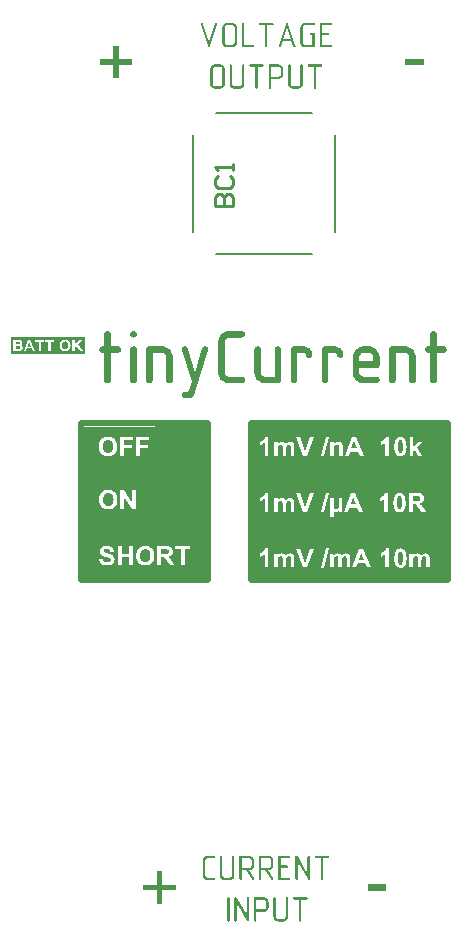
<source format=gbr>
G04 Layer_Color=65535*
%FSLAX45Y45*%
%MOMM*%
%TF.FileFunction,Legend,Top*%
%TF.Part,Single*%
G01*
G75*
%TA.AperFunction,NonConductor*%
%ADD48C,0.20000*%
%ADD50C,0.25400*%
%ADD62C,0.38100*%
%ADD63C,0.50800*%
%ADD64C,0.63500*%
%ADD65R,2.05217X4.50002*%
%ADD66R,1.00000X2.49997*%
%ADD67R,6.49996X0.74996*%
%ADD68R,3.99999X2.50002*%
%ADD69R,1.74996X5.24998*%
%ADD70R,5.49996X2.25003*%
%ADD71R,1.49997X9.50001*%
%ADD72R,10.39998X1.00000*%
%ADD73R,4.25003X10.25002*%
%ADD74R,1.71435X3.99999*%
%ADD75R,16.49999X1.75001*%
%ADD76R,16.49999X1.50002*%
%ADD77R,1.20000X3.10002*%
%ADD78R,0.28956X0.57912*%
%ADD79R,1.01346X3.42646*%
G36*
X2313251Y5250514D02*
X2320087Y5247779D01*
X2323504Y5245045D01*
X2324871Y5244362D01*
Y5243678D01*
X2327605Y5240261D01*
X2328972Y5236843D01*
X2331706Y5230692D01*
Y5227958D01*
X2332390Y5225907D01*
Y5224540D01*
Y5223856D01*
Y5220439D01*
X2331023Y5216338D01*
X2328972Y5210186D01*
X2326238Y5206085D01*
X2325555Y5205402D01*
X2324871Y5204718D01*
X2322137Y5201984D01*
X2318720Y5199933D01*
X2311884Y5197883D01*
X2309150Y5197199D01*
X2306416Y5196516D01*
X2197054D01*
X2191586Y5195832D01*
X2186801Y5195149D01*
X2182017Y5193098D01*
X2178599Y5191731D01*
X2175182Y5189681D01*
X2173131Y5187630D01*
X2171764Y5186947D01*
X2171080Y5186263D01*
X2167663Y5182162D01*
X2164929Y5178061D01*
X2163562Y5173276D01*
X2162195Y5169175D01*
X2161511Y5165758D01*
X2160828Y5163024D01*
Y5160973D01*
Y5160290D01*
Y4902605D01*
X2161511Y4897137D01*
X2162195Y4891669D01*
X2164245Y4887568D01*
X2166296Y4883466D01*
X2167663Y4880049D01*
X2169713Y4877998D01*
X2170397Y4876631D01*
X2171080Y4875948D01*
X2175182Y4872530D01*
X2179283Y4869796D01*
X2184067Y4868429D01*
X2188168Y4867062D01*
X2191586Y4866379D01*
X2194320Y4865695D01*
X2309150D01*
X2313251Y4864328D01*
X2320087Y4861594D01*
X2323504Y4858860D01*
X2324871Y4858176D01*
Y4857493D01*
X2327605Y4854075D01*
X2328972Y4851341D01*
X2331706Y4845190D01*
Y4842456D01*
X2332390Y4840405D01*
Y4839038D01*
Y4838355D01*
Y4834937D01*
X2331023Y4830836D01*
X2328972Y4824684D01*
X2326238Y4820583D01*
X2325555Y4819900D01*
X2324871Y4819216D01*
X2322137Y4816482D01*
X2318720Y4814432D01*
X2311884Y4812381D01*
X2309150Y4811698D01*
X2306416Y4811014D01*
X2197054D01*
X2190219Y4811698D01*
X2183384Y4812381D01*
X2170397Y4815799D01*
X2158777Y4820583D01*
X2149208Y4826051D01*
X2141006Y4830836D01*
X2134854Y4835621D01*
X2131437Y4839038D01*
X2130753Y4840405D01*
X2130070D01*
X2121867Y4849974D01*
X2115716Y4860227D01*
X2110931Y4870480D01*
X2108197Y4880049D01*
X2106147Y4888935D01*
X2105463Y4896453D01*
X2104780Y4899187D01*
Y4901238D01*
Y4901921D01*
Y4902605D01*
Y5160290D01*
X2106147Y5173960D01*
X2108881Y5186947D01*
X2112982Y5197883D01*
X2118450Y5207452D01*
X2123235Y5214971D01*
X2127336Y5220439D01*
X2130070Y5223856D01*
X2131437Y5225223D01*
X2142373Y5234109D01*
X2153309Y5240944D01*
X2164245Y5245729D01*
X2174498Y5248463D01*
X2183384Y5250514D01*
X2190902Y5251197D01*
X2193636Y5251881D01*
X2309150D01*
X2313251Y5250514D01*
D02*
G37*
G36*
X1641357Y5121329D02*
X1654344Y5118595D01*
X1665280Y5114494D01*
X1674849Y5109710D01*
X1682368Y5104925D01*
X1687836Y5100824D01*
X1691254Y5098090D01*
X1692621Y5096723D01*
X1701506Y5085787D01*
X1708342Y5074850D01*
X1713126Y5063914D01*
X1716544Y5053661D01*
X1718594Y5044776D01*
X1719278Y5037257D01*
X1719961Y5034523D01*
Y5033156D01*
Y5031789D01*
Y5031106D01*
Y4838355D01*
Y4833570D01*
X1718594Y4829469D01*
X1715860Y4823317D01*
X1713126Y4819216D01*
X1712443Y4818533D01*
X1711759Y4817849D01*
X1704924Y4813748D01*
X1698772Y4811698D01*
X1696038D01*
X1693988Y4811014D01*
X1691937D01*
X1683735Y4812381D01*
X1677583Y4814432D01*
X1673482Y4816482D01*
X1672799Y4817849D01*
X1672115D01*
X1669381Y4820583D01*
X1667331Y4824001D01*
X1665280Y4830836D01*
X1664597Y4833570D01*
X1663913Y4836304D01*
Y4837671D01*
Y4838355D01*
Y5031106D01*
X1663230Y5036574D01*
X1662546Y5041358D01*
X1660496Y5046143D01*
X1658445Y5049560D01*
X1656394Y5052978D01*
X1655027Y5055028D01*
X1653660Y5056396D01*
X1652977Y5057079D01*
X1648876Y5060497D01*
X1644775Y5063231D01*
X1639990Y5065281D01*
X1635889Y5066648D01*
X1632471Y5067332D01*
X1629737Y5068015D01*
X1548399D01*
Y4838355D01*
Y4833570D01*
X1547032Y4829469D01*
X1544298Y4823317D01*
X1541564Y4819216D01*
X1540881Y4818533D01*
X1540197Y4817849D01*
X1534045Y4813748D01*
X1527210Y4811698D01*
X1524476D01*
X1522426Y4811014D01*
X1520375D01*
X1512857Y4812381D01*
X1506705Y4814432D01*
X1501920Y4816482D01*
X1501237Y4817849D01*
X1500553D01*
X1497819Y4820583D01*
X1495769Y4824001D01*
X1493718Y4830836D01*
X1493035Y4833570D01*
X1492351Y4836304D01*
Y4837671D01*
Y4838355D01*
Y5095356D01*
X1493718Y5104242D01*
X1496452Y5111077D01*
X1501237Y5115861D01*
X1506705Y5119279D01*
X1511489Y5121329D01*
X1516274Y5122013D01*
X1519008Y5122696D01*
X1627003D01*
X1641357Y5121329D01*
D02*
G37*
G36*
X1887115Y3247071D02*
X1076510D01*
Y3453055D01*
X1887115D01*
Y3247071D01*
D02*
G37*
G36*
X3698734Y5121329D02*
X3711721Y5118595D01*
X3722657Y5114494D01*
X3732226Y5109710D01*
X3739745Y5104925D01*
X3745213Y5100824D01*
X3748631Y5098090D01*
X3749998Y5096723D01*
X3758884Y5085787D01*
X3765719Y5074850D01*
X3770503Y5063914D01*
X3773921Y5053661D01*
X3775971Y5044776D01*
X3776655Y5037257D01*
X3777338Y5034523D01*
Y5033156D01*
Y5031789D01*
Y5031106D01*
Y4838355D01*
Y4833570D01*
X3775971Y4829469D01*
X3773237Y4823317D01*
X3770503Y4819216D01*
X3769820Y4818533D01*
X3769136Y4817849D01*
X3762301Y4813748D01*
X3756149Y4811698D01*
X3753415D01*
X3751365Y4811014D01*
X3749314D01*
X3741112Y4812381D01*
X3734961Y4814432D01*
X3730859Y4816482D01*
X3730176Y4817849D01*
X3729492D01*
X3726758Y4820583D01*
X3724708Y4824001D01*
X3722657Y4830836D01*
X3721974Y4833570D01*
X3721290Y4836304D01*
Y4837671D01*
Y4838355D01*
Y5031106D01*
X3720607Y5036574D01*
X3719923Y5041358D01*
X3717873Y5046143D01*
X3715822Y5049560D01*
X3713772Y5052978D01*
X3712405Y5055028D01*
X3711038Y5056396D01*
X3710354Y5057079D01*
X3706253Y5060497D01*
X3702152Y5063231D01*
X3697367Y5065281D01*
X3693266Y5066648D01*
X3689849Y5067332D01*
X3687115Y5068015D01*
X3605776D01*
Y4838355D01*
Y4833570D01*
X3604409Y4829469D01*
X3601675Y4823317D01*
X3598941Y4819216D01*
X3598258Y4818533D01*
X3597574Y4817849D01*
X3591423Y4813748D01*
X3584587Y4811698D01*
X3581853D01*
X3579803Y4811014D01*
X3577752D01*
X3570234Y4812381D01*
X3564082Y4814432D01*
X3559297Y4816482D01*
X3558614Y4817849D01*
X3557930D01*
X3555196Y4820583D01*
X3553146Y4824001D01*
X3551095Y4830836D01*
X3550412Y4833570D01*
X3549728Y4836304D01*
Y4837671D01*
Y4838355D01*
Y5095356D01*
X3551095Y5104242D01*
X3553829Y5111077D01*
X3558614Y5115861D01*
X3564082Y5119279D01*
X3568867Y5121329D01*
X3573651Y5122013D01*
X3576385Y5122696D01*
X3684380D01*
X3698734Y5121329D01*
D02*
G37*
G36*
X1424557Y3722071D02*
X1076510D01*
Y3928055D01*
X1424557D01*
Y3722071D01*
D02*
G37*
G36*
X3392520Y5121329D02*
X3405507Y5118595D01*
X3416443Y5114494D01*
X3426012Y5109710D01*
X3433531Y5104925D01*
X3438999Y5100824D01*
X3442417Y5098090D01*
X3443784Y5096723D01*
X3452669Y5085787D01*
X3459504Y5074850D01*
X3464289Y5063914D01*
X3467707Y5053661D01*
X3469757Y5044776D01*
X3470441Y5037257D01*
X3471124Y5034523D01*
Y5033156D01*
Y5031789D01*
Y5031106D01*
Y4966855D01*
X3469757Y4957970D01*
X3467023Y4951134D01*
X3462238Y4946350D01*
X3457454Y4942932D01*
X3451986Y4940882D01*
X3447201Y4940198D01*
X3444467Y4939515D01*
X3299562D01*
Y4902605D01*
X3300246Y4897137D01*
X3300929Y4891669D01*
X3302980Y4887568D01*
X3305030Y4883466D01*
X3306397Y4880049D01*
X3308448Y4877998D01*
X3309131Y4876631D01*
X3309815Y4875948D01*
X3313916Y4872530D01*
X3318017Y4869796D01*
X3322802Y4868429D01*
X3326903Y4867062D01*
X3330320Y4866379D01*
X3333054Y4865695D01*
X3447885D01*
X3451986Y4864328D01*
X3458821Y4861594D01*
X3462238Y4858860D01*
X3463605Y4858176D01*
Y4857493D01*
X3466340Y4854075D01*
X3467707Y4851341D01*
X3470441Y4845190D01*
Y4842456D01*
X3471124Y4840405D01*
Y4839038D01*
Y4838355D01*
Y4834937D01*
X3469757Y4830836D01*
X3467707Y4824684D01*
X3464972Y4820583D01*
X3464289Y4819900D01*
X3463605Y4819216D01*
X3460871Y4816482D01*
X3457454Y4814432D01*
X3450619Y4812381D01*
X3447885Y4811698D01*
X3445151Y4811014D01*
X3335788D01*
X3328953Y4811698D01*
X3322118Y4812381D01*
X3309131Y4815799D01*
X3297512Y4820583D01*
X3287942Y4826051D01*
X3279740Y4830836D01*
X3273589Y4835621D01*
X3270171Y4839038D01*
X3269487Y4840405D01*
X3268804D01*
X3260602Y4849974D01*
X3254450Y4860227D01*
X3249666Y4870480D01*
X3246932Y4880049D01*
X3244881Y4888935D01*
X3244197Y4896453D01*
X3243514Y4899187D01*
Y4901238D01*
Y4901921D01*
Y4902605D01*
Y5031106D01*
X3244881Y5044776D01*
X3247615Y5057079D01*
X3251716Y5067332D01*
X3256501Y5076217D01*
X3260602Y5083053D01*
X3264703Y5087837D01*
X3267437Y5091255D01*
X3268804Y5091938D01*
X3274272Y5097406D01*
X3279740Y5102191D01*
X3291360Y5109710D01*
X3302296Y5115178D01*
X3313232Y5118595D01*
X3322118Y5121329D01*
X3329637Y5122013D01*
X3332371Y5122696D01*
X3378166D01*
X3392520Y5121329D01*
D02*
G37*
G36*
X2090698Y7860856D02*
X2093275Y7859890D01*
X2095852Y7858279D01*
X2096174Y7857635D01*
X2097462Y7856347D01*
X2098428Y7854092D01*
X2098750Y7851194D01*
X2098428Y7847329D01*
X2036590Y7663748D01*
X2036268Y7663104D01*
X2035624Y7661493D01*
X2034336Y7659561D01*
X2032725Y7657307D01*
X2032403Y7656984D01*
X2031115Y7656662D01*
X2029183Y7655696D01*
X2026606Y7655052D01*
X2025640D01*
X2024352Y7655374D01*
X2023063Y7656018D01*
X2021453Y7657307D01*
X2019843Y7658595D01*
X2018232Y7660849D01*
X2016944Y7663748D01*
X1955106Y7847329D01*
X1954462Y7851194D01*
Y7851838D01*
X1954784Y7853126D01*
X1955750Y7855381D01*
X1957683Y7857635D01*
Y7857957D01*
X1958327Y7858279D01*
X1959937Y7859568D01*
X1962192Y7860534D01*
X1963480Y7861178D01*
X1967667D01*
X1970566Y7860212D01*
X1970888Y7859890D01*
X1971854Y7858924D01*
X1973142Y7856991D01*
X1974108Y7855703D01*
X1974752Y7854092D01*
X2026606Y7699498D01*
X2078782Y7854092D01*
X2079104Y7854737D01*
X2079748Y7855703D01*
X2081036Y7857313D01*
X2082647Y7858924D01*
X2083291Y7859246D01*
X2084579Y7860212D01*
X2086189Y7860856D01*
X2088122Y7861178D01*
X2088766D01*
X2090698Y7860856D01*
D02*
G37*
G36*
X3060135D02*
X3062390Y7859890D01*
X3064644Y7857957D01*
X3065288Y7857313D01*
X3066254Y7856025D01*
X3067221Y7853770D01*
X3067865Y7850872D01*
Y7850550D01*
Y7850228D01*
X3067543Y7848617D01*
X3066899Y7846363D01*
X3065288Y7843786D01*
X3064966Y7843142D01*
X3063356Y7842176D01*
X3061101Y7841210D01*
X3057559Y7840565D01*
X2985414D01*
Y7778728D01*
X3037590D01*
X3039522Y7778406D01*
X3041777Y7777439D01*
X3044032Y7775507D01*
X3044676Y7774863D01*
X3045642Y7773574D01*
X3046608Y7771320D01*
X3047252Y7768421D01*
Y7768099D01*
Y7767777D01*
X3046930Y7766167D01*
X3046286Y7763912D01*
X3044676Y7761336D01*
X3044354Y7760692D01*
X3042743Y7759725D01*
X3040489Y7758759D01*
X3036946Y7758115D01*
X2985414D01*
Y7675665D01*
X3058203D01*
X3060135Y7675343D01*
X3062390Y7674376D01*
X3064644Y7672444D01*
X3065288Y7671800D01*
X3066254Y7670511D01*
X3067221Y7668257D01*
X3067865Y7665358D01*
Y7665036D01*
Y7664714D01*
X3067543Y7663104D01*
X3066899Y7660849D01*
X3065288Y7658273D01*
X3064966Y7657629D01*
X3063356Y7656662D01*
X3061101Y7655696D01*
X3057559Y7655052D01*
X2974464D01*
X2973176Y7655374D01*
X2971565Y7655696D01*
X2969955Y7656340D01*
X2968023Y7657307D01*
X2966412Y7659239D01*
X2965124Y7661493D01*
X2964802Y7664714D01*
Y7850872D01*
Y7851194D01*
X2965124Y7852482D01*
X2965446Y7854092D01*
X2966090Y7856025D01*
X2967378Y7857957D01*
X2968989Y7859568D01*
X2971565Y7860856D01*
X2974786Y7861178D01*
X3058203D01*
X3060135Y7860856D01*
D02*
G37*
G36*
X976279Y5060784D02*
X350332D01*
Y5200271D01*
X976279D01*
Y5060784D01*
D02*
G37*
G36*
X1395976Y5121329D02*
X1402127Y5119279D01*
X1406228Y5117228D01*
X1406912Y5115861D01*
X1407595D01*
X1410329Y5113127D01*
X1413063Y5109710D01*
X1415114Y5102874D01*
X1415798Y5100140D01*
X1416481Y5097406D01*
Y5096039D01*
Y5095356D01*
Y4838355D01*
Y4833570D01*
X1415114Y4829469D01*
X1412380Y4823317D01*
X1409646Y4819216D01*
X1408962Y4818533D01*
X1408279Y4817849D01*
X1402127Y4813748D01*
X1395292Y4811698D01*
X1392558D01*
X1390508Y4811014D01*
X1388457D01*
X1380938Y4812381D01*
X1374787Y4814432D01*
X1370002Y4816482D01*
X1369319Y4817849D01*
X1368635D01*
X1365901Y4820583D01*
X1363850Y4824001D01*
X1361800Y4830836D01*
X1361116Y4833570D01*
X1360433Y4836304D01*
Y4837671D01*
Y4838355D01*
Y5095356D01*
X1361116Y5100140D01*
X1361800Y5104242D01*
X1364534Y5110393D01*
X1367268Y5113811D01*
X1368635Y5115178D01*
X1372053Y5117912D01*
X1375470Y5119279D01*
X1381622Y5122013D01*
X1384356D01*
X1386406Y5122696D01*
X1388457D01*
X1395976Y5121329D01*
D02*
G37*
G36*
X1175884Y5250514D02*
X1182036Y5248463D01*
X1186137Y5245729D01*
X1186820Y5245045D01*
X1187504Y5244362D01*
X1190238Y5241628D01*
X1192972Y5238210D01*
X1195023Y5231375D01*
X1195706Y5228641D01*
X1196390Y5225907D01*
Y5224540D01*
Y5223856D01*
Y5122696D01*
X1258589D01*
X1262690Y5121329D01*
X1269526Y5118595D01*
X1272943Y5115861D01*
X1274310Y5115178D01*
Y5114494D01*
X1277044Y5111760D01*
X1278411Y5108343D01*
X1281145Y5102191D01*
Y5099457D01*
X1281829Y5097406D01*
Y5096039D01*
Y5095356D01*
Y5091938D01*
X1280462Y5087837D01*
X1278411Y5081686D01*
X1275677Y5077584D01*
X1274994Y5076901D01*
X1274310Y5076217D01*
X1271576Y5073483D01*
X1268159Y5071433D01*
X1261323Y5069382D01*
X1258589Y5068699D01*
X1255855Y5068015D01*
X1196390D01*
Y4838355D01*
Y4833570D01*
X1195023Y4829469D01*
X1192288Y4823317D01*
X1189554Y4819216D01*
X1188871Y4818533D01*
X1188187Y4817849D01*
X1181352Y4813748D01*
X1175201Y4811698D01*
X1171783D01*
X1169732Y4811014D01*
X1167682D01*
X1160163Y4812381D01*
X1154012Y4814432D01*
X1149911Y4816482D01*
X1149227Y4817849D01*
X1148544D01*
X1145809Y4820583D01*
X1143759Y4824001D01*
X1141708Y4830836D01*
X1141025Y4833570D01*
X1140341Y4836304D01*
Y4837671D01*
Y4838355D01*
Y5068015D01*
X1125304D01*
X1120519Y5068699D01*
X1116418Y5069382D01*
X1110267Y5072116D01*
X1106166Y5074167D01*
X1105482Y5075534D01*
X1104799D01*
X1102065Y5078951D01*
X1100698Y5082369D01*
X1097964Y5088521D01*
Y5091255D01*
X1097280Y5093305D01*
Y5094672D01*
Y5095356D01*
X1098647Y5102874D01*
X1100698Y5109026D01*
X1102748Y5113127D01*
X1104115Y5113811D01*
Y5114494D01*
X1107533Y5117228D01*
X1110950Y5119279D01*
X1117785Y5122013D01*
X1120519D01*
X1123254Y5122696D01*
X1140341D01*
Y5223856D01*
X1141025Y5228641D01*
X1141708Y5232742D01*
X1144442Y5238894D01*
X1147177Y5242995D01*
X1148544Y5244362D01*
X1151961Y5247096D01*
X1154695Y5248463D01*
X1161530Y5251197D01*
X1163581D01*
X1165631Y5251881D01*
X1171783D01*
X1175884Y5250514D01*
D02*
G37*
G36*
X3846782Y7502045D02*
X3690000D01*
Y7553459D01*
X3846782D01*
Y7502045D01*
D02*
G37*
G36*
X3934547Y5250514D02*
X3940698Y5248463D01*
X3944799Y5245729D01*
X3945483Y5245045D01*
X3946166Y5244362D01*
X3948900Y5241628D01*
X3951634Y5238210D01*
X3953685Y5231375D01*
X3954369Y5228641D01*
X3955052Y5225907D01*
Y5224540D01*
Y5223856D01*
Y5122696D01*
X4017252D01*
X4021353Y5121329D01*
X4028188Y5118595D01*
X4031606Y5115861D01*
X4032973Y5115178D01*
Y5114494D01*
X4035707Y5111760D01*
X4037074Y5108343D01*
X4039808Y5102191D01*
Y5099457D01*
X4040491Y5097406D01*
Y5096039D01*
Y5095356D01*
Y5091938D01*
X4039124Y5087837D01*
X4037074Y5081686D01*
X4034340Y5077584D01*
X4033656Y5076901D01*
X4032973Y5076217D01*
X4030239Y5073483D01*
X4026821Y5071433D01*
X4019986Y5069382D01*
X4017252Y5068699D01*
X4014518Y5068015D01*
X3955052D01*
Y4838355D01*
Y4833570D01*
X3953685Y4829469D01*
X3950951Y4823317D01*
X3948217Y4819216D01*
X3947533Y4818533D01*
X3946850Y4817849D01*
X3940015Y4813748D01*
X3933863Y4811698D01*
X3930446D01*
X3928395Y4811014D01*
X3926344D01*
X3918826Y4812381D01*
X3912674Y4814432D01*
X3908573Y4816482D01*
X3907890Y4817849D01*
X3907206D01*
X3904472Y4820583D01*
X3902421Y4824001D01*
X3900371Y4830836D01*
X3899687Y4833570D01*
X3899004Y4836304D01*
Y4837671D01*
Y4838355D01*
Y5068015D01*
X3883967D01*
X3879182Y5068699D01*
X3875081Y5069382D01*
X3868929Y5072116D01*
X3864828Y5074167D01*
X3864145Y5075534D01*
X3863461D01*
X3860727Y5078951D01*
X3859360Y5082369D01*
X3856626Y5088521D01*
Y5091255D01*
X3855943Y5093305D01*
Y5094672D01*
Y5095356D01*
X3857310Y5102874D01*
X3859360Y5109026D01*
X3861411Y5113127D01*
X3862778Y5113811D01*
Y5114494D01*
X3866195Y5117228D01*
X3869613Y5119279D01*
X3876448Y5122013D01*
X3879182D01*
X3881916Y5122696D01*
X3899004D01*
Y5223856D01*
X3899687Y5228641D01*
X3900371Y5232742D01*
X3903105Y5238894D01*
X3905839Y5242995D01*
X3907206Y5244362D01*
X3910624Y5247096D01*
X3913358Y5248463D01*
X3920193Y5251197D01*
X3922243D01*
X3924294Y5251881D01*
X3930446D01*
X3934547Y5250514D01*
D02*
G37*
G36*
X3995013Y3147071D02*
X2359252D01*
Y3513055D01*
X3995013D01*
Y3147071D01*
D02*
G37*
G36*
X1261860Y7552053D02*
X1375480D01*
Y7504447D01*
X1261860D01*
Y7390193D01*
X1213620D01*
Y7504447D01*
X1100000D01*
Y7552053D01*
X1213620D01*
Y7665673D01*
X1261860D01*
Y7552053D01*
D02*
G37*
G36*
X1631860Y565053D02*
X1745480D01*
Y517447D01*
X1631860D01*
Y403193D01*
X1583620D01*
Y517447D01*
X1470000D01*
Y565053D01*
X1583620D01*
Y678673D01*
X1631860D01*
Y565053D01*
D02*
G37*
G36*
X3962549Y3575575D02*
X2359252D01*
Y3983055D01*
X3962549D01*
Y3575575D01*
D02*
G37*
G36*
X3932769Y4092071D02*
X2359252D01*
Y4458055D01*
X3932769D01*
Y4092071D01*
D02*
G37*
G36*
X1613422Y4172071D02*
X1001510D01*
Y4378055D01*
X1613422D01*
Y4172071D01*
D02*
G37*
G36*
X2840924Y5122013D02*
X2849810Y5119962D01*
X2853227Y5119279D01*
X2855962Y5117912D01*
X2857329Y5117228D01*
X2858012D01*
X2867581Y5112444D01*
X2875100Y5107659D01*
X2877834Y5105609D01*
X2879885Y5103558D01*
X2880568Y5102874D01*
X2881252Y5102191D01*
X2887403Y5094672D01*
X2892188Y5087154D01*
X2894238Y5084420D01*
X2895605Y5081686D01*
X2896289Y5080319D01*
Y5079635D01*
X2899706Y5070066D01*
X2901073Y5061180D01*
X2901757Y5057763D01*
Y5055028D01*
Y5053661D01*
Y5052978D01*
Y5048193D01*
X2900390Y5044092D01*
X2897656Y5037257D01*
X2894922Y5033156D01*
X2894238Y5032473D01*
X2893555Y5031789D01*
X2887403Y5027688D01*
X2880568Y5025637D01*
X2877834D01*
X2875783Y5024954D01*
X2873733D01*
X2869632Y5025637D01*
X2866214Y5026321D01*
X2860063Y5029055D01*
X2855278Y5031106D01*
X2854594Y5032473D01*
X2853911D01*
X2851177Y5035207D01*
X2849126Y5038624D01*
X2847076Y5045459D01*
X2846392Y5048193D01*
X2845709Y5050927D01*
Y5052294D01*
Y5052978D01*
X2845025Y5057079D01*
X2843658Y5060497D01*
X2842291Y5062547D01*
X2841608Y5063231D01*
X2838190Y5065965D01*
X2834773Y5067332D01*
X2832039Y5068015D01*
X2773256D01*
Y4838355D01*
Y4833570D01*
X2771889Y4829469D01*
X2769155Y4823317D01*
X2766421Y4819216D01*
X2765738Y4818533D01*
X2765054Y4817849D01*
X2758903Y4813748D01*
X2752067Y4811698D01*
X2749333D01*
X2747283Y4811014D01*
X2745232D01*
X2737714Y4812381D01*
X2731562Y4814432D01*
X2726777Y4816482D01*
X2726094Y4817849D01*
X2725410D01*
X2722676Y4820583D01*
X2720626Y4824001D01*
X2718575Y4830836D01*
X2717892Y4833570D01*
X2717208Y4836304D01*
Y4837671D01*
Y4838355D01*
Y5095356D01*
X2718575Y5104242D01*
X2721309Y5111077D01*
X2726094Y5115861D01*
X2731562Y5119279D01*
X2736347Y5121329D01*
X2741131Y5122013D01*
X2743865Y5122696D01*
X2830672D01*
X2840924Y5122013D01*
D02*
G37*
G36*
X2000886D02*
X2007721Y5119962D01*
X2011822Y5117228D01*
X2012505Y5116545D01*
X2013189Y5115861D01*
X2015923Y5113127D01*
X2018657Y5109710D01*
X2020707Y5103558D01*
X2021391Y5100824D01*
X2022074Y5098773D01*
Y5097406D01*
Y5096723D01*
Y5093989D01*
X2021391Y5090571D01*
X2020707Y5088521D01*
Y5087154D01*
X1909295Y4732410D01*
X1906561Y4724891D01*
X1903143Y4717373D01*
X1899042Y4711904D01*
X1895624Y4706436D01*
X1891523Y4702335D01*
X1888106Y4699601D01*
X1886055Y4697551D01*
X1885372Y4696867D01*
X1878537Y4692083D01*
X1871701Y4688665D01*
X1864183Y4685931D01*
X1858031Y4684564D01*
X1851879Y4683197D01*
X1847778Y4682513D01*
X1822488D01*
X1817704Y4683197D01*
X1813603Y4683880D01*
X1807451Y4686614D01*
X1803350Y4689349D01*
X1802666Y4690716D01*
X1801983D01*
X1799249Y4694133D01*
X1797882Y4697551D01*
X1795148Y4703702D01*
Y4706436D01*
X1794464Y4708487D01*
Y4709854D01*
Y4710537D01*
X1795831Y4718056D01*
X1797882Y4724208D01*
X1799932Y4728309D01*
X1801299Y4728992D01*
Y4729676D01*
X1804717Y4732410D01*
X1808135Y4734460D01*
X1814970Y4737194D01*
X1817704D01*
X1820438Y4737878D01*
X1842994D01*
X1846411Y4738562D01*
X1849145Y4739245D01*
X1852563Y4742663D01*
X1854614Y4746080D01*
X1855297Y4746764D01*
Y4747447D01*
X1878537Y4818533D01*
X1795148Y5087837D01*
X1794464Y5091255D01*
Y5094672D01*
Y5096039D01*
Y5096723D01*
X1795148Y5100824D01*
X1795831Y5104925D01*
X1798565Y5111077D01*
X1801299Y5114494D01*
X1802666Y5115861D01*
X1806084Y5118595D01*
X1809502Y5119962D01*
X1815653Y5122696D01*
X1818387D01*
X1820438Y5123380D01*
X1822488D01*
X1829323Y5122696D01*
X1835475Y5119962D01*
X1839576Y5117228D01*
X1843677Y5113127D01*
X1846411Y5109710D01*
X1848462Y5106292D01*
X1849829Y5103558D01*
Y5102874D01*
X1907244Y4897820D01*
X1967393Y5106976D01*
X1970127Y5112444D01*
X1973545Y5116545D01*
X1977646Y5119279D01*
X1982431Y5121329D01*
X1985848Y5122696D01*
X1989266Y5123380D01*
X1996784D01*
X2000886Y5122013D01*
D02*
G37*
G36*
X2618099Y5121329D02*
X2624250Y5119279D01*
X2628351Y5116545D01*
X2629035Y5115861D01*
X2629718Y5115178D01*
X2632452Y5112444D01*
X2635187Y5109026D01*
X2637237Y5102874D01*
X2637921Y5100140D01*
X2638604Y5097406D01*
Y5096039D01*
Y5095356D01*
Y4838355D01*
X2637237Y4829469D01*
X2634503Y4822634D01*
X2629718Y4817849D01*
X2624934Y4814432D01*
X2619466Y4812381D01*
X2614681Y4811698D01*
X2611947Y4811014D01*
X2503268D01*
X2496433Y4811698D01*
X2489598Y4812381D01*
X2476611Y4815799D01*
X2464992Y4820583D01*
X2455422Y4826051D01*
X2447220Y4830836D01*
X2441069Y4835621D01*
X2437651Y4839038D01*
X2436967Y4840405D01*
X2436284D01*
X2428082Y4849974D01*
X2421930Y4860227D01*
X2417146Y4870480D01*
X2414411Y4880049D01*
X2412361Y4888935D01*
X2411677Y4896453D01*
X2410994Y4899187D01*
Y4901238D01*
Y4901921D01*
Y4902605D01*
Y5095356D01*
X2411677Y5100140D01*
X2412361Y5104242D01*
X2415095Y5110393D01*
X2417829Y5113811D01*
X2419196Y5115178D01*
X2422614Y5117912D01*
X2426031Y5119279D01*
X2432183Y5122013D01*
X2434917D01*
X2436967Y5122696D01*
X2439018D01*
X2446537Y5121329D01*
X2452688Y5119279D01*
X2456789Y5117228D01*
X2457473Y5115861D01*
X2458156D01*
X2460890Y5113127D01*
X2463624Y5109710D01*
X2465675Y5102874D01*
X2466359Y5100140D01*
X2467042Y5097406D01*
Y5096039D01*
Y5095356D01*
Y4902605D01*
X2467726Y4897137D01*
X2468409Y4891669D01*
X2470460Y4887568D01*
X2472510Y4883466D01*
X2473877Y4880049D01*
X2475928Y4877998D01*
X2476611Y4876631D01*
X2477295Y4875948D01*
X2481396Y4872530D01*
X2485497Y4869796D01*
X2490282Y4868429D01*
X2494383Y4867062D01*
X2497800Y4866379D01*
X2500534Y4865695D01*
X2582556D01*
Y5095356D01*
X2583239Y5100140D01*
X2583923Y5104242D01*
X2586657Y5110393D01*
X2589391Y5113811D01*
X2590758Y5115178D01*
X2594176Y5117912D01*
X2597593Y5119279D01*
X2603745Y5122013D01*
X2606479D01*
X2608529Y5122696D01*
X2614681D01*
X2618099Y5121329D01*
D02*
G37*
G36*
X3526782Y515045D02*
X3370000D01*
Y566459D01*
X3526782D01*
Y515045D01*
D02*
G37*
G36*
X1396659Y5250514D02*
X1402811Y5247779D01*
X1406912Y5245045D01*
X1407595Y5244362D01*
X1408279Y5243678D01*
X1411013Y5240261D01*
X1413063Y5236843D01*
X1415798Y5230692D01*
Y5227958D01*
X1416481Y5225907D01*
Y5224540D01*
Y5223856D01*
Y5219755D01*
X1415114Y5216338D01*
X1412380Y5210186D01*
X1409646Y5206085D01*
X1408962Y5205402D01*
X1408279Y5204718D01*
X1404861Y5201984D01*
X1401444Y5199933D01*
X1395292Y5197883D01*
X1392558Y5197199D01*
X1390508Y5196516D01*
X1388457D01*
X1384356Y5197199D01*
X1380255Y5197883D01*
X1373420Y5200617D01*
X1369319Y5203351D01*
X1368635Y5204718D01*
X1367952D01*
X1365217Y5208136D01*
X1363850Y5210870D01*
X1361116Y5217705D01*
Y5219755D01*
X1360433Y5221806D01*
Y5223173D01*
Y5223856D01*
X1361116Y5227958D01*
X1361800Y5232059D01*
X1364534Y5238210D01*
X1366585Y5242311D01*
X1367952Y5243678D01*
X1371369Y5246412D01*
X1374787Y5248463D01*
X1381622Y5251197D01*
X1384356D01*
X1386406Y5251881D01*
X1392558D01*
X1396659Y5250514D01*
D02*
G37*
G36*
X3104077Y5122013D02*
X3112963Y5119962D01*
X3116380Y5119279D01*
X3119114Y5117912D01*
X3120481Y5117228D01*
X3121165D01*
X3130734Y5112444D01*
X3138253Y5107659D01*
X3140987Y5105609D01*
X3143037Y5103558D01*
X3143721Y5102874D01*
X3144404Y5102191D01*
X3150556Y5094672D01*
X3155341Y5087154D01*
X3157391Y5084420D01*
X3158758Y5081686D01*
X3159442Y5080319D01*
Y5079635D01*
X3162859Y5070066D01*
X3164226Y5061180D01*
X3164910Y5057763D01*
Y5055028D01*
Y5053661D01*
Y5052978D01*
Y5048193D01*
X3163543Y5044092D01*
X3160809Y5037257D01*
X3158075Y5033156D01*
X3157391Y5032473D01*
X3156708Y5031789D01*
X3150556Y5027688D01*
X3143721Y5025637D01*
X3140987D01*
X3138936Y5024954D01*
X3136886D01*
X3132785Y5025637D01*
X3129367Y5026321D01*
X3123215Y5029055D01*
X3118431Y5031106D01*
X3117747Y5032473D01*
X3117064D01*
X3114330Y5035207D01*
X3112279Y5038624D01*
X3110229Y5045459D01*
X3109545Y5048193D01*
X3108862Y5050927D01*
Y5052294D01*
Y5052978D01*
X3108178Y5057079D01*
X3106811Y5060497D01*
X3105444Y5062547D01*
X3104761Y5063231D01*
X3101343Y5065965D01*
X3097925Y5067332D01*
X3095191Y5068015D01*
X3036409D01*
Y4838355D01*
Y4833570D01*
X3035042Y4829469D01*
X3032308Y4823317D01*
X3029574Y4819216D01*
X3028891Y4818533D01*
X3028207Y4817849D01*
X3022055Y4813748D01*
X3015220Y4811698D01*
X3012486D01*
X3010436Y4811014D01*
X3008385D01*
X3000866Y4812381D01*
X2994715Y4814432D01*
X2989930Y4816482D01*
X2989247Y4817849D01*
X2988563D01*
X2985829Y4820583D01*
X2983779Y4824001D01*
X2981728Y4830836D01*
X2981045Y4833570D01*
X2980361Y4836304D01*
Y4837671D01*
Y4838355D01*
Y5095356D01*
X2981728Y5104242D01*
X2984462Y5111077D01*
X2989247Y5115861D01*
X2994715Y5119279D01*
X2999499Y5121329D01*
X3004284Y5122013D01*
X3007018Y5122696D01*
X3093824D01*
X3104077Y5122013D01*
D02*
G37*
G36*
X2234254Y809562D02*
X2236509Y808918D01*
X2239085Y807308D01*
X2239729Y806985D01*
X2240696Y805375D01*
X2241662Y803121D01*
X2242306Y799578D01*
Y644983D01*
Y644661D01*
Y644339D01*
Y643373D01*
X2241984Y642085D01*
X2241662Y638864D01*
X2240696Y634999D01*
X2239407Y630490D01*
X2237153Y625337D01*
X2234254Y620506D01*
X2230067Y615675D01*
X2229423Y615031D01*
X2227813Y613742D01*
X2225558Y611810D01*
X2222015Y609877D01*
X2217828Y607623D01*
X2212675Y605690D01*
X2207200Y604402D01*
X2201081Y603758D01*
X2158245D01*
X2156957Y604080D01*
X2153736Y604402D01*
X2149871Y605368D01*
X2145362Y606657D01*
X2140209Y608911D01*
X2135378Y611810D01*
X2130547Y615675D01*
X2129903Y616319D01*
X2128614Y617929D01*
X2126682Y620506D01*
X2124750Y623726D01*
X2122495Y628235D01*
X2120563Y633067D01*
X2119274Y638864D01*
X2118630Y644983D01*
Y799578D01*
Y799900D01*
Y800222D01*
X2118952Y801832D01*
X2119919Y804409D01*
X2121529Y806985D01*
X2122173Y807308D01*
X2123783Y808596D01*
X2126038Y809562D01*
X2128937Y809884D01*
X2129581D01*
X2131191Y809562D01*
X2133446Y808918D01*
X2136022Y807308D01*
X2136666Y806985D01*
X2137633Y805375D01*
X2138599Y803121D01*
X2139243Y799578D01*
Y644983D01*
Y644661D01*
Y643695D01*
X2139565Y641762D01*
X2139887Y639830D01*
X2140531Y637576D01*
X2141819Y634999D01*
X2143108Y632422D01*
X2145040Y630168D01*
X2145684Y629846D01*
X2146973Y628558D01*
X2148905Y627269D01*
X2151482Y625659D01*
X2151804D01*
X2152126Y625337D01*
X2154380Y625015D01*
X2156957Y624693D01*
X2159855Y624371D01*
X2202369D01*
X2203979Y624693D01*
X2205912Y625015D01*
X2208166Y625659D01*
X2210743Y626625D01*
X2213319Y627913D01*
X2215574Y629846D01*
X2215896Y630168D01*
X2216540Y630812D01*
X2217506Y632100D01*
X2218795Y634033D01*
X2219761Y635965D01*
X2220727Y638542D01*
X2221371Y641762D01*
X2221693Y644983D01*
Y799578D01*
Y799900D01*
Y800222D01*
X2222015Y801832D01*
X2222982Y804409D01*
X2224592Y806985D01*
X2225236Y807308D01*
X2226846Y808596D01*
X2229101Y809562D01*
X2232000Y809884D01*
X2232644D01*
X2234254Y809562D01*
D02*
G37*
G36*
X2872923D02*
X2875177Y808918D01*
X2877754Y807308D01*
X2878398Y806985D01*
X2879364Y805375D01*
X2880331Y803121D01*
X2880975Y799578D01*
Y615031D01*
Y614708D01*
Y614386D01*
X2880653Y612132D01*
X2879686Y609555D01*
X2878076Y606979D01*
X2874855Y604402D01*
X2874533D01*
X2873889Y604080D01*
X2872601Y603758D01*
X2870346D01*
X2869058Y604080D01*
X2867770Y604402D01*
X2866159Y605368D01*
X2864549Y606335D01*
X2862939Y607945D01*
X2861328Y609877D01*
X2778234Y758353D01*
Y614064D01*
Y613742D01*
Y613098D01*
X2777912Y611166D01*
X2776945Y608589D01*
X2775013Y606013D01*
X2774691Y605690D01*
X2773081Y605046D01*
X2770826Y604080D01*
X2767927Y603758D01*
X2767283D01*
X2765351Y604080D01*
X2763096Y604724D01*
X2760520Y606335D01*
X2760198Y606979D01*
X2759231Y608267D01*
X2757943Y610844D01*
X2757621Y614064D01*
Y798289D01*
Y798612D01*
Y799256D01*
X2757943Y800222D01*
Y801510D01*
X2758909Y804087D01*
X2760520Y806663D01*
X2760842Y807308D01*
X2762452Y808274D01*
X2764385Y809240D01*
X2767283Y809884D01*
X2768249D01*
X2769216Y809562D01*
X2770826Y808918D01*
X2772114Y808274D01*
X2773725Y806985D01*
X2775335Y805375D01*
X2776945Y803121D01*
X2860362Y655290D01*
Y799578D01*
Y799900D01*
Y800222D01*
X2860684Y801832D01*
X2861650Y804409D01*
X2863261Y806985D01*
X2863905Y807308D01*
X2865515Y808596D01*
X2867770Y809562D01*
X2870668Y809884D01*
X2871313D01*
X2872923Y809562D01*
D02*
G37*
G36*
X2617286Y7509574D02*
X2620507Y7509252D01*
X2624372Y7508286D01*
X2628881Y7506997D01*
X2633712Y7504743D01*
X2638865Y7501844D01*
X2643374Y7497657D01*
X2644018Y7497013D01*
X2645306Y7495403D01*
X2647239Y7493148D01*
X2649493Y7489606D01*
X2651748Y7485419D01*
X2653680Y7480265D01*
X2654969Y7474790D01*
X2655613Y7468671D01*
Y7427446D01*
Y7427124D01*
Y7426802D01*
Y7425835D01*
X2655291Y7424547D01*
X2654969Y7421326D01*
X2654002Y7417461D01*
X2652714Y7412952D01*
X2650460Y7407799D01*
X2647561Y7402968D01*
X2643374Y7398137D01*
X2642730Y7397493D01*
X2641119Y7396205D01*
X2638865Y7394272D01*
X2635322Y7392340D01*
X2631135Y7390085D01*
X2625982Y7388153D01*
X2620507Y7386865D01*
X2614387Y7386220D01*
X2552550D01*
Y7314076D01*
Y7313754D01*
Y7313110D01*
X2552228Y7311178D01*
X2551261Y7308601D01*
X2549329Y7306025D01*
X2549007Y7305702D01*
X2547396Y7305058D01*
X2545142Y7304092D01*
X2542243Y7303770D01*
X2541599D01*
X2539667Y7304092D01*
X2537412Y7304736D01*
X2534836Y7306347D01*
X2534514Y7306991D01*
X2533547Y7308279D01*
X2532259Y7310856D01*
X2531937Y7314076D01*
Y7499590D01*
Y7499912D01*
X2532259Y7501200D01*
X2532581Y7502810D01*
X2533225Y7504743D01*
X2534514Y7506675D01*
X2536446Y7508286D01*
X2538701Y7509574D01*
X2542243Y7509896D01*
X2615998D01*
X2617286Y7509574D01*
D02*
G37*
G36*
X2533781Y809562D02*
X2537002Y809240D01*
X2540867Y808274D01*
X2545376Y806985D01*
X2550207Y804731D01*
X2555360Y801832D01*
X2559869Y797645D01*
X2560513Y797001D01*
X2561801Y795391D01*
X2563734Y793136D01*
X2565988Y789594D01*
X2568243Y785407D01*
X2570175Y780253D01*
X2571463Y774778D01*
X2572108Y768659D01*
Y727434D01*
Y727112D01*
Y726790D01*
Y725823D01*
X2571786Y724535D01*
X2571463Y721314D01*
X2570497Y717449D01*
X2569209Y712940D01*
X2566954Y707787D01*
X2564056Y702956D01*
X2559869Y698125D01*
X2559225Y697481D01*
X2557614Y696193D01*
X2555038Y694260D01*
X2551817Y692328D01*
X2547630Y690073D01*
X2542477Y688141D01*
X2536680Y686853D01*
X2530560Y686208D01*
X2528628D01*
X2570175Y619540D01*
X2571141Y617285D01*
X2572108Y613742D01*
Y613420D01*
Y613098D01*
X2571786Y611488D01*
X2570497Y609233D01*
X2569853Y607945D01*
X2568565Y606657D01*
X2567921Y606335D01*
X2566310Y605368D01*
X2564056Y604080D01*
X2561157Y603758D01*
X2559869D01*
X2558581Y604080D01*
X2556970Y604402D01*
X2556648Y604724D01*
X2555682Y605368D01*
X2554394Y606335D01*
X2553105Y608267D01*
X2504473Y686208D01*
X2469045D01*
Y614064D01*
Y613742D01*
Y613098D01*
X2468723Y611166D01*
X2467756Y608589D01*
X2465824Y606013D01*
X2465502Y605690D01*
X2463891Y605046D01*
X2461637Y604080D01*
X2458738Y603758D01*
X2458094D01*
X2456162Y604080D01*
X2453907Y604724D01*
X2451331Y606335D01*
X2451009Y606979D01*
X2450042Y608267D01*
X2448754Y610844D01*
X2448432Y614064D01*
Y799578D01*
Y799900D01*
X2448754Y801188D01*
X2449076Y802798D01*
X2449720Y804731D01*
X2451009Y806663D01*
X2452941Y808274D01*
X2455195Y809562D01*
X2458738Y809884D01*
X2532493D01*
X2533781Y809562D01*
D02*
G37*
G36*
X2708666D02*
X2710921Y808596D01*
X2713175Y806663D01*
X2713819Y806019D01*
X2714786Y804731D01*
X2715752Y802476D01*
X2716396Y799578D01*
Y799256D01*
Y798934D01*
X2716074Y797323D01*
X2715430Y795069D01*
X2713819Y792492D01*
X2713497Y791848D01*
X2711887Y790882D01*
X2709632Y789916D01*
X2706090Y789271D01*
X2633945D01*
Y727434D01*
X2686121D01*
X2688054Y727112D01*
X2690308Y726145D01*
X2692563Y724213D01*
X2693207Y723569D01*
X2694173Y722280D01*
X2695139Y720026D01*
X2695783Y717127D01*
Y716805D01*
Y716483D01*
X2695461Y714873D01*
X2694817Y712618D01*
X2693207Y710042D01*
X2692885Y709398D01*
X2691274Y708431D01*
X2689020Y707465D01*
X2685477Y706821D01*
X2633945D01*
Y624371D01*
X2706734D01*
X2708666Y624049D01*
X2710921Y623082D01*
X2713175Y621150D01*
X2713819Y620506D01*
X2714786Y619217D01*
X2715752Y616963D01*
X2716396Y614064D01*
Y613742D01*
Y613420D01*
X2716074Y611810D01*
X2715430Y609555D01*
X2713819Y606979D01*
X2713497Y606335D01*
X2711887Y605368D01*
X2709632Y604402D01*
X2706090Y603758D01*
X2622995D01*
X2621707Y604080D01*
X2620096Y604402D01*
X2618486Y605046D01*
X2616554Y606013D01*
X2614943Y607945D01*
X2613655Y610199D01*
X2613333Y613420D01*
Y799578D01*
Y799900D01*
X2613655Y801188D01*
X2613977Y802798D01*
X2614621Y804731D01*
X2615909Y806663D01*
X2617520Y808274D01*
X2620096Y809562D01*
X2623317Y809884D01*
X2706734D01*
X2708666Y809562D01*
D02*
G37*
G36*
X3038468D02*
X3040722Y808596D01*
X3042977Y806663D01*
X3043621Y806019D01*
X3044587Y804731D01*
X3045553Y802476D01*
X3046198Y799578D01*
Y798934D01*
X3045876Y797323D01*
X3045231Y795069D01*
X3043621Y792492D01*
X3043299Y791848D01*
X3041689Y790882D01*
X3039434Y789916D01*
X3035891Y789271D01*
X2994666D01*
Y614064D01*
Y613742D01*
Y613098D01*
X2994344Y611166D01*
X2993378Y608589D01*
X2991445Y606013D01*
X2991123Y605690D01*
X2989513Y605046D01*
X2987258Y604080D01*
X2984360Y603758D01*
X2983716D01*
X2981783Y604080D01*
X2979529Y604724D01*
X2976952Y606335D01*
X2976630Y606979D01*
X2975664Y608267D01*
X2974376Y610844D01*
X2974053Y614064D01*
Y789271D01*
X2932184D01*
X2929930Y789594D01*
X2927675Y790238D01*
X2925099Y791848D01*
Y792170D01*
X2924776Y792492D01*
X2923810Y794103D01*
X2922844Y796679D01*
X2922522Y799578D01*
Y800222D01*
X2922844Y801510D01*
X2923488Y803765D01*
X2925099Y806341D01*
Y806663D01*
X2925743Y806985D01*
X2927031Y808274D01*
X2929608Y809240D01*
X2930896Y809884D01*
X3036535D01*
X3038468Y809562D01*
D02*
G37*
G36*
X2482982Y7509574D02*
X2485237Y7508608D01*
X2487491Y7506675D01*
X2488135Y7506031D01*
X2489101Y7504743D01*
X2490068Y7502488D01*
X2490712Y7499590D01*
Y7498946D01*
X2490390Y7497335D01*
X2489746Y7495081D01*
X2488135Y7492504D01*
X2487813Y7491860D01*
X2486203Y7490894D01*
X2483948Y7489928D01*
X2480406Y7489283D01*
X2439180D01*
Y7314076D01*
Y7313754D01*
Y7313110D01*
X2438858Y7311178D01*
X2437892Y7308601D01*
X2435960Y7306025D01*
X2435637Y7305702D01*
X2434027Y7305058D01*
X2431773Y7304092D01*
X2428874Y7303770D01*
X2428230D01*
X2426297Y7304092D01*
X2424043Y7304736D01*
X2421466Y7306347D01*
X2421144Y7306991D01*
X2420178Y7308279D01*
X2418890Y7310856D01*
X2418568Y7314076D01*
Y7489283D01*
X2376698D01*
X2374444Y7489606D01*
X2372189Y7490250D01*
X2369613Y7491860D01*
Y7492182D01*
X2369291Y7492504D01*
X2368324Y7494115D01*
X2367358Y7496691D01*
X2367036Y7499590D01*
Y7500234D01*
X2367358Y7501522D01*
X2368002Y7503777D01*
X2369613Y7506353D01*
Y7506675D01*
X2370257Y7506997D01*
X2371545Y7508286D01*
X2374122Y7509252D01*
X2375410Y7509896D01*
X2481050D01*
X2482982Y7509574D01*
D02*
G37*
G36*
X2687853Y458280D02*
X2690108Y457636D01*
X2692684Y456026D01*
X2693329Y455703D01*
X2694295Y454093D01*
X2695261Y451839D01*
X2695905Y448296D01*
Y293701D01*
Y293379D01*
Y293057D01*
Y292091D01*
X2695583Y290803D01*
X2695261Y287582D01*
X2694295Y283717D01*
X2693007Y279208D01*
X2690752Y274055D01*
X2687853Y269224D01*
X2683666Y264393D01*
X2683022Y263749D01*
X2681412Y262460D01*
X2679157Y260528D01*
X2675615Y258595D01*
X2671428Y256341D01*
X2666275Y254408D01*
X2660799Y253120D01*
X2654680Y252476D01*
X2611844D01*
X2610556Y252798D01*
X2607335Y253120D01*
X2603471Y254086D01*
X2598962Y255375D01*
X2593808Y257629D01*
X2588977Y260528D01*
X2584146Y264393D01*
X2583502Y265037D01*
X2582214Y266647D01*
X2580281Y269224D01*
X2578349Y272444D01*
X2576094Y276953D01*
X2574162Y281785D01*
X2572874Y287582D01*
X2572230Y293701D01*
Y448296D01*
Y448618D01*
Y448940D01*
X2572552Y450550D01*
X2573518Y453127D01*
X2575128Y455703D01*
X2575772Y456026D01*
X2577383Y457314D01*
X2579637Y458280D01*
X2582536Y458602D01*
X2583180D01*
X2584790Y458280D01*
X2587045Y457636D01*
X2589621Y456026D01*
X2590266Y455703D01*
X2591232Y454093D01*
X2592198Y451839D01*
X2592842Y448296D01*
Y293701D01*
Y293379D01*
Y292413D01*
X2593164Y290480D01*
X2593486Y288548D01*
X2594130Y286294D01*
X2595419Y283717D01*
X2596707Y281140D01*
X2598639Y278886D01*
X2599284Y278564D01*
X2600572Y277276D01*
X2602504Y275987D01*
X2605081Y274377D01*
X2605403D01*
X2605725Y274055D01*
X2607980Y273733D01*
X2610556Y273411D01*
X2613455Y273089D01*
X2655968D01*
X2657579Y273411D01*
X2659511Y273733D01*
X2661766Y274377D01*
X2664342Y275343D01*
X2666919Y276631D01*
X2669173Y278564D01*
X2669495Y278886D01*
X2670139Y279530D01*
X2671106Y280818D01*
X2672394Y282751D01*
X2673360Y284683D01*
X2674326Y287260D01*
X2674971Y290480D01*
X2675293Y293701D01*
Y448296D01*
Y448618D01*
Y448940D01*
X2675615Y450550D01*
X2676581Y453127D01*
X2678191Y455703D01*
X2678835Y456026D01*
X2680446Y457314D01*
X2682700Y458280D01*
X2685599Y458602D01*
X2686243D01*
X2687853Y458280D01*
D02*
G37*
G36*
X2357730D02*
X2359984Y457636D01*
X2362561Y456026D01*
X2363205Y455703D01*
X2364171Y454093D01*
X2365137Y451839D01*
X2365781Y448296D01*
Y263749D01*
Y263426D01*
Y263104D01*
X2365459Y260850D01*
X2364493Y258273D01*
X2362883Y255697D01*
X2359662Y253120D01*
X2359340D01*
X2358696Y252798D01*
X2357408Y252476D01*
X2355153D01*
X2353865Y252798D01*
X2352576Y253120D01*
X2350966Y254086D01*
X2349356Y255053D01*
X2347745Y256663D01*
X2346135Y258595D01*
X2263040Y407071D01*
Y262782D01*
Y262460D01*
Y261816D01*
X2262718Y259884D01*
X2261752Y257307D01*
X2259820Y254731D01*
X2259498Y254408D01*
X2257887Y253764D01*
X2255633Y252798D01*
X2252734Y252476D01*
X2252090D01*
X2250158Y252798D01*
X2247903Y253442D01*
X2245326Y255053D01*
X2245004Y255697D01*
X2244038Y256985D01*
X2242750Y259562D01*
X2242428Y262782D01*
Y447007D01*
Y447330D01*
Y447974D01*
X2242750Y448940D01*
Y450228D01*
X2243716Y452805D01*
X2245326Y455381D01*
X2245649Y456026D01*
X2247259Y456992D01*
X2249191Y457958D01*
X2252090Y458602D01*
X2253056D01*
X2254022Y458280D01*
X2255633Y457636D01*
X2256921Y456992D01*
X2258531Y455703D01*
X2260142Y454093D01*
X2261752Y451839D01*
X2345169Y304008D01*
Y448296D01*
Y448618D01*
Y448940D01*
X2345491Y450550D01*
X2346457Y453127D01*
X2348067Y455703D01*
X2348712Y456026D01*
X2350322Y457314D01*
X2352576Y458280D01*
X2355475Y458602D01*
X2356119D01*
X2357730Y458280D01*
D02*
G37*
G36*
X2122584Y7509574D02*
X2125804Y7509252D01*
X2129669Y7508286D01*
X2134178Y7506997D01*
X2139009Y7504743D01*
X2144162Y7501844D01*
X2148671Y7497657D01*
X2149315Y7497013D01*
X2150604Y7495403D01*
X2152536Y7493148D01*
X2154791Y7489606D01*
X2157045Y7485419D01*
X2158978Y7480265D01*
X2160266Y7474790D01*
X2160910Y7468671D01*
Y7344995D01*
Y7344673D01*
Y7344351D01*
Y7343385D01*
X2160588Y7342097D01*
X2160266Y7338876D01*
X2159300Y7335011D01*
X2158011Y7330502D01*
X2155757Y7325349D01*
X2152858Y7320518D01*
X2148671Y7315687D01*
X2148027Y7315043D01*
X2146417Y7313754D01*
X2144162Y7311822D01*
X2140620Y7309889D01*
X2136433Y7307635D01*
X2131279Y7305702D01*
X2125804Y7304414D01*
X2119685Y7303770D01*
X2076849D01*
X2075561Y7304092D01*
X2072340Y7304414D01*
X2068475Y7305380D01*
X2063966Y7306669D01*
X2058813Y7308923D01*
X2053982Y7311822D01*
X2049151Y7315687D01*
X2048507Y7316331D01*
X2047219Y7317941D01*
X2045286Y7320518D01*
X2043354Y7323738D01*
X2041099Y7328247D01*
X2039167Y7333079D01*
X2037879Y7338876D01*
X2037234Y7344995D01*
Y7468671D01*
Y7468993D01*
Y7469315D01*
Y7470281D01*
X2037557Y7471570D01*
X2037879Y7474790D01*
X2038845Y7478655D01*
X2040133Y7483164D01*
X2042388Y7487995D01*
X2045286Y7493148D01*
X2049151Y7497657D01*
X2049795Y7498301D01*
X2051406Y7499590D01*
X2053982Y7501522D01*
X2057203Y7503777D01*
X2061712Y7506031D01*
X2066543Y7507964D01*
X2072340Y7509252D01*
X2078460Y7509896D01*
X2121295D01*
X2122584Y7509574D01*
D02*
G37*
G36*
X2193151Y458280D02*
X2195405Y457636D01*
X2197982Y456026D01*
X2198626Y455703D01*
X2199592Y454093D01*
X2200558Y451839D01*
X2201203Y448296D01*
Y262782D01*
Y262460D01*
Y261816D01*
X2200881Y259884D01*
X2199914Y257307D01*
X2197982Y254731D01*
X2197660Y254408D01*
X2196049Y253764D01*
X2193795Y252798D01*
X2190896Y252476D01*
X2190252D01*
X2188320Y252798D01*
X2186065Y253442D01*
X2183489Y255053D01*
X2183167Y255697D01*
X2182200Y256985D01*
X2180912Y259562D01*
X2180590Y262782D01*
Y448296D01*
Y448618D01*
Y448940D01*
X2180912Y450550D01*
X2181878Y453127D01*
X2183489Y455703D01*
X2184133Y456026D01*
X2185743Y457314D01*
X2187998Y458280D01*
X2190896Y458602D01*
X2191540D01*
X2193151Y458280D01*
D02*
G37*
G36*
X2492678D02*
X2495898Y457958D01*
X2499763Y456992D01*
X2504272Y455703D01*
X2509103Y453449D01*
X2514257Y450550D01*
X2518766Y446363D01*
X2519410Y445719D01*
X2520698Y444109D01*
X2522630Y441854D01*
X2524885Y438312D01*
X2527139Y434125D01*
X2529072Y428971D01*
X2530360Y423496D01*
X2531004Y417377D01*
Y376152D01*
Y375830D01*
Y375508D01*
Y374541D01*
X2530682Y373253D01*
X2530360Y370032D01*
X2529394Y366167D01*
X2528106Y361658D01*
X2525851Y356505D01*
X2522953Y351674D01*
X2518766Y346843D01*
X2518121Y346199D01*
X2516511Y344911D01*
X2514257Y342978D01*
X2510714Y341046D01*
X2506527Y338791D01*
X2501374Y336859D01*
X2495898Y335571D01*
X2489779Y334926D01*
X2427941D01*
Y262782D01*
Y262460D01*
Y261816D01*
X2427619Y259884D01*
X2426653Y257307D01*
X2424721Y254731D01*
X2424399Y254408D01*
X2422788Y253764D01*
X2420534Y252798D01*
X2417635Y252476D01*
X2416991D01*
X2415058Y252798D01*
X2412804Y253442D01*
X2410227Y255053D01*
X2409905Y255697D01*
X2408939Y256985D01*
X2407651Y259562D01*
X2407329Y262782D01*
Y448296D01*
Y448618D01*
X2407651Y449906D01*
X2407973Y451516D01*
X2408617Y453449D01*
X2409905Y455381D01*
X2411838Y456992D01*
X2414092Y458280D01*
X2417635Y458602D01*
X2491389D01*
X2492678Y458280D01*
D02*
G37*
G36*
X2853076D02*
X2855331Y457314D01*
X2857585Y455381D01*
X2858229Y454737D01*
X2859196Y453449D01*
X2860162Y451194D01*
X2860806Y448296D01*
Y447652D01*
X2860484Y446041D01*
X2859840Y443787D01*
X2858229Y441210D01*
X2857907Y440566D01*
X2856297Y439600D01*
X2854043Y438634D01*
X2850500Y437989D01*
X2809275D01*
Y262782D01*
Y262460D01*
Y261816D01*
X2808952Y259884D01*
X2807986Y257307D01*
X2806054Y254731D01*
X2805732Y254408D01*
X2804121Y253764D01*
X2801867Y252798D01*
X2798968Y252476D01*
X2798324D01*
X2796392Y252798D01*
X2794137Y253442D01*
X2791561Y255053D01*
X2791239Y255697D01*
X2790272Y256985D01*
X2788984Y259562D01*
X2788662Y262782D01*
Y437989D01*
X2746793D01*
X2744538Y438312D01*
X2742284Y438956D01*
X2739707Y440566D01*
Y440888D01*
X2739385Y441210D01*
X2738419Y442821D01*
X2737452Y445397D01*
X2737130Y448296D01*
Y448940D01*
X2737452Y450228D01*
X2738097Y452483D01*
X2739707Y455059D01*
Y455381D01*
X2740351Y455703D01*
X2741639Y456992D01*
X2744216Y457958D01*
X2745504Y458602D01*
X2851144D01*
X2853076Y458280D01*
D02*
G37*
G36*
X2368880Y809562D02*
X2372101Y809240D01*
X2375966Y808274D01*
X2380475Y806985D01*
X2385306Y804731D01*
X2390459Y801832D01*
X2394968Y797645D01*
X2395612Y797001D01*
X2396900Y795391D01*
X2398833Y793136D01*
X2401087Y789594D01*
X2403342Y785407D01*
X2405274Y780253D01*
X2406563Y774778D01*
X2407207Y768659D01*
Y727434D01*
Y727112D01*
Y726790D01*
Y725823D01*
X2406885Y724535D01*
X2406563Y721314D01*
X2405596Y717449D01*
X2404308Y712940D01*
X2402054Y707787D01*
X2399155Y702956D01*
X2394968Y698125D01*
X2394324Y697481D01*
X2392714Y696193D01*
X2390137Y694260D01*
X2386916Y692328D01*
X2382729Y690073D01*
X2377576Y688141D01*
X2371779Y686853D01*
X2365659Y686208D01*
X2363727D01*
X2405274Y619540D01*
X2406241Y617285D01*
X2407207Y613742D01*
Y613420D01*
Y613098D01*
X2406885Y611488D01*
X2405596Y609233D01*
X2404952Y607945D01*
X2403664Y606657D01*
X2403020Y606335D01*
X2401409Y605368D01*
X2399155Y604080D01*
X2396256Y603758D01*
X2394968D01*
X2393680Y604080D01*
X2392069Y604402D01*
X2391747Y604724D01*
X2390781Y605368D01*
X2389493Y606335D01*
X2388205Y608267D01*
X2339572Y686208D01*
X2304144D01*
Y614064D01*
Y613742D01*
Y613098D01*
X2303822Y611166D01*
X2302855Y608589D01*
X2300923Y606013D01*
X2300601Y605690D01*
X2298991Y605046D01*
X2296736Y604080D01*
X2293837Y603758D01*
X2293193D01*
X2291261Y604080D01*
X2289006Y604724D01*
X2286430Y606335D01*
X2286108Y606979D01*
X2285141Y608267D01*
X2283853Y610844D01*
X2283531Y614064D01*
Y799578D01*
Y799900D01*
X2283853Y801188D01*
X2284175Y802798D01*
X2284819Y804731D01*
X2286108Y806663D01*
X2288040Y808274D01*
X2290295Y809562D01*
X2293837Y809884D01*
X2367592D01*
X2368880Y809562D01*
D02*
G37*
G36*
X2225647Y7860856D02*
X2228867Y7860534D01*
X2232732Y7859568D01*
X2237241Y7858279D01*
X2242072Y7856025D01*
X2247225Y7853126D01*
X2251734Y7848939D01*
X2252379Y7848295D01*
X2253667Y7846685D01*
X2255599Y7844430D01*
X2257854Y7840888D01*
X2260108Y7836701D01*
X2262041Y7831547D01*
X2263329Y7826072D01*
X2263973Y7819953D01*
Y7696277D01*
Y7695955D01*
Y7695633D01*
Y7694667D01*
X2263651Y7693379D01*
X2263329Y7690158D01*
X2262363Y7686293D01*
X2261074Y7681784D01*
X2258820Y7676631D01*
X2255921Y7671800D01*
X2251734Y7666969D01*
X2251090Y7666325D01*
X2249480Y7665036D01*
X2247225Y7663104D01*
X2243683Y7661171D01*
X2239496Y7658917D01*
X2234342Y7656984D01*
X2228867Y7655696D01*
X2222748Y7655052D01*
X2179912D01*
X2178624Y7655374D01*
X2175403Y7655696D01*
X2171538Y7656662D01*
X2167029Y7657951D01*
X2161876Y7660205D01*
X2157045Y7663104D01*
X2152214Y7666969D01*
X2151570Y7667613D01*
X2150282Y7669223D01*
X2148349Y7671800D01*
X2146417Y7675020D01*
X2144162Y7679529D01*
X2142230Y7684361D01*
X2140942Y7690158D01*
X2140297Y7696277D01*
Y7819953D01*
Y7820275D01*
Y7820597D01*
Y7821563D01*
X2140620Y7822852D01*
X2140942Y7826072D01*
X2141908Y7829937D01*
X2143196Y7834446D01*
X2145451Y7839277D01*
X2148349Y7844430D01*
X2152214Y7848939D01*
X2152858Y7849583D01*
X2154469Y7850872D01*
X2157045Y7852804D01*
X2160266Y7855059D01*
X2164775Y7857313D01*
X2169606Y7859246D01*
X2175403Y7860534D01*
X2181523Y7861178D01*
X2224358D01*
X2225647Y7860856D01*
D02*
G37*
G36*
X2812462Y7509574D02*
X2814716Y7508930D01*
X2817293Y7507320D01*
X2817937Y7506997D01*
X2818903Y7505387D01*
X2819869Y7503133D01*
X2820514Y7499590D01*
Y7344995D01*
Y7344673D01*
Y7344351D01*
Y7343385D01*
X2820191Y7342097D01*
X2819869Y7338876D01*
X2818903Y7335011D01*
X2817615Y7330502D01*
X2815360Y7325349D01*
X2812462Y7320518D01*
X2808275Y7315687D01*
X2807631Y7315043D01*
X2806020Y7313754D01*
X2803766Y7311822D01*
X2800223Y7309889D01*
X2796036Y7307635D01*
X2790883Y7305702D01*
X2785408Y7304414D01*
X2779288Y7303770D01*
X2736453D01*
X2735164Y7304092D01*
X2731944Y7304414D01*
X2728079Y7305380D01*
X2723570Y7306669D01*
X2718417Y7308923D01*
X2713586Y7311822D01*
X2708755Y7315687D01*
X2708110Y7316331D01*
X2706822Y7317941D01*
X2704890Y7320518D01*
X2702957Y7323738D01*
X2700703Y7328247D01*
X2698770Y7333079D01*
X2697482Y7338876D01*
X2696838Y7344995D01*
Y7499590D01*
Y7499912D01*
Y7500234D01*
X2697160Y7501844D01*
X2698126Y7504421D01*
X2699737Y7506997D01*
X2700381Y7507320D01*
X2701991Y7508608D01*
X2704246Y7509574D01*
X2707144Y7509896D01*
X2707788D01*
X2709399Y7509574D01*
X2711653Y7508930D01*
X2714230Y7507320D01*
X2714874Y7506997D01*
X2715840Y7505387D01*
X2716806Y7503133D01*
X2717450Y7499590D01*
Y7344995D01*
Y7344673D01*
Y7343707D01*
X2717773Y7341774D01*
X2718095Y7339842D01*
X2718739Y7337588D01*
X2720027Y7335011D01*
X2721315Y7332434D01*
X2723248Y7330180D01*
X2723892Y7329858D01*
X2725180Y7328570D01*
X2727113Y7327281D01*
X2729689Y7325671D01*
X2730011D01*
X2730333Y7325349D01*
X2732588Y7325027D01*
X2735164Y7324705D01*
X2738063Y7324383D01*
X2780577D01*
X2782187Y7324705D01*
X2784119Y7325027D01*
X2786374Y7325671D01*
X2788950Y7326637D01*
X2791527Y7327925D01*
X2793782Y7329858D01*
X2794104Y7330180D01*
X2794748Y7330824D01*
X2795714Y7332112D01*
X2797002Y7334045D01*
X2797968Y7335977D01*
X2798935Y7338554D01*
X2799579Y7341774D01*
X2799901Y7344995D01*
Y7499590D01*
Y7499912D01*
Y7500234D01*
X2800223Y7501844D01*
X2801189Y7504421D01*
X2802800Y7506997D01*
X2803444Y7507320D01*
X2805054Y7508608D01*
X2807309Y7509574D01*
X2810207Y7509896D01*
X2810851D01*
X2812462Y7509574D01*
D02*
G37*
G36*
X2317759Y7860856D02*
X2320014Y7860212D01*
X2322590Y7858602D01*
X2323234Y7858279D01*
X2324201Y7856669D01*
X2325167Y7854415D01*
X2325811Y7850872D01*
Y7675665D01*
X2398277D01*
X2400210Y7675343D01*
X2402786Y7674376D01*
X2405041Y7672444D01*
X2405363Y7671800D01*
X2406651Y7670511D01*
X2407617Y7668257D01*
X2407939Y7665358D01*
Y7664714D01*
X2407617Y7663104D01*
X2406973Y7660849D01*
X2405363Y7658273D01*
X2405041Y7657629D01*
X2403430Y7656662D01*
X2401176Y7655696D01*
X2397633Y7655052D01*
X2314860D01*
X2313572Y7655374D01*
X2311962Y7655696D01*
X2310351Y7656340D01*
X2308419Y7657629D01*
X2306809Y7659561D01*
X2305520Y7661816D01*
X2305198Y7665358D01*
Y7850872D01*
Y7851194D01*
Y7851516D01*
X2305520Y7853126D01*
X2306487Y7855703D01*
X2308097Y7858279D01*
X2308741Y7858602D01*
X2310351Y7859890D01*
X2312606Y7860856D01*
X2315505Y7861178D01*
X2316149D01*
X2317759Y7860856D01*
D02*
G37*
G36*
X2689752Y7862788D02*
X2691363Y7862144D01*
X2692973Y7860856D01*
X2694583Y7859246D01*
X2695872Y7856991D01*
X2697160Y7854092D01*
X2758998Y7668579D01*
X2759642Y7665036D01*
Y7664714D01*
Y7664392D01*
X2759320Y7662460D01*
X2758032Y7660205D01*
X2757387Y7658917D01*
X2756099Y7657629D01*
X2755455Y7657307D01*
X2754167Y7656340D01*
X2751912Y7655374D01*
X2749014Y7655052D01*
X2747725D01*
X2746437Y7655374D01*
X2744505Y7656018D01*
X2744182Y7656340D01*
X2742894Y7656984D01*
X2741284Y7658917D01*
X2740640Y7660205D01*
X2739673Y7661816D01*
X2724858Y7706584D01*
X2649815D01*
X2635000Y7661816D01*
X2634678Y7661171D01*
X2634034Y7659883D01*
X2633068Y7658273D01*
X2631135Y7656662D01*
X2630813Y7656340D01*
X2629847Y7656018D01*
X2627914Y7655374D01*
X2625660Y7655052D01*
X2625016D01*
X2623083Y7655374D01*
X2620829Y7656340D01*
X2618574Y7657951D01*
X2617930Y7658595D01*
X2616964Y7659883D01*
X2615676Y7662138D01*
X2615354Y7663426D01*
X2615032Y7665036D01*
X2615676Y7668579D01*
X2677836Y7854092D01*
Y7854415D01*
X2678480Y7855381D01*
X2679124Y7856991D01*
X2680090Y7858602D01*
X2681378Y7860212D01*
X2682989Y7861822D01*
X2685243Y7862788D01*
X2687498Y7863111D01*
X2688464D01*
X2689752Y7862788D01*
D02*
G37*
G36*
X2565433Y7860856D02*
X2567687Y7859890D01*
X2569942Y7857957D01*
X2570586Y7857313D01*
X2571552Y7856025D01*
X2572518Y7853770D01*
X2573162Y7850872D01*
Y7850228D01*
X2572840Y7848617D01*
X2572196Y7846363D01*
X2570586Y7843786D01*
X2570264Y7843142D01*
X2568653Y7842176D01*
X2566399Y7841210D01*
X2562856Y7840565D01*
X2521631D01*
Y7665358D01*
Y7665036D01*
Y7664392D01*
X2521309Y7662460D01*
X2520342Y7659883D01*
X2518410Y7657307D01*
X2518088Y7656984D01*
X2516478Y7656340D01*
X2514223Y7655374D01*
X2511324Y7655052D01*
X2510680D01*
X2508748Y7655374D01*
X2506493Y7656018D01*
X2503917Y7657629D01*
X2503595Y7658273D01*
X2502628Y7659561D01*
X2501340Y7662138D01*
X2501018Y7665358D01*
Y7840565D01*
X2459149D01*
X2456894Y7840888D01*
X2454640Y7841532D01*
X2452063Y7843142D01*
Y7843464D01*
X2451741Y7843786D01*
X2450775Y7845397D01*
X2449809Y7847973D01*
X2449487Y7850872D01*
Y7851516D01*
X2449809Y7852804D01*
X2450453Y7855059D01*
X2452063Y7857635D01*
Y7857957D01*
X2452707Y7858279D01*
X2453996Y7859568D01*
X2456572Y7860534D01*
X2457860Y7861178D01*
X2563500D01*
X2565433Y7860856D01*
D02*
G37*
G36*
X2977685Y7509574D02*
X2979939Y7508608D01*
X2982194Y7506675D01*
X2982838Y7506031D01*
X2983804Y7504743D01*
X2984770Y7502488D01*
X2985414Y7499590D01*
Y7498946D01*
X2985092Y7497335D01*
X2984448Y7495081D01*
X2982838Y7492504D01*
X2982516Y7491860D01*
X2980905Y7490894D01*
X2978651Y7489928D01*
X2975108Y7489283D01*
X2933883D01*
Y7314076D01*
Y7313754D01*
Y7313110D01*
X2933561Y7311178D01*
X2932595Y7308601D01*
X2930662Y7306025D01*
X2930340Y7305702D01*
X2928730Y7305058D01*
X2926475Y7304092D01*
X2923577Y7303770D01*
X2922932D01*
X2921000Y7304092D01*
X2918745Y7304736D01*
X2916169Y7306347D01*
X2915847Y7306991D01*
X2914881Y7308279D01*
X2913592Y7310856D01*
X2913270Y7314076D01*
Y7489283D01*
X2871401D01*
X2869146Y7489606D01*
X2866892Y7490250D01*
X2864315Y7491860D01*
Y7492182D01*
X2863993Y7492504D01*
X2863027Y7494115D01*
X2862061Y7496691D01*
X2861739Y7499590D01*
Y7500234D01*
X2862061Y7501522D01*
X2862705Y7503777D01*
X2864315Y7506353D01*
Y7506675D01*
X2864959Y7506997D01*
X2866248Y7508286D01*
X2868824Y7509252D01*
X2870113Y7509896D01*
X2975752D01*
X2977685Y7509574D01*
D02*
G37*
G36*
X2069353Y809562D02*
X2071930Y808596D01*
X2074184Y806663D01*
X2074506Y806019D01*
X2075795Y804731D01*
X2076761Y802476D01*
X2077083Y799578D01*
Y798934D01*
X2076761Y797323D01*
X2076117Y795069D01*
X2074506Y792492D01*
X2074184Y791848D01*
X2072574Y790882D01*
X2070319Y789916D01*
X2066777Y789271D01*
X2013957D01*
X2012346Y788949D01*
X2010414Y788627D01*
X2008160Y787661D01*
X2005583Y786695D01*
X2003006Y785085D01*
X2000752Y783152D01*
X2000430Y782508D01*
X1999142Y781220D01*
X1997531Y778965D01*
X1996243Y776389D01*
X1995921Y775744D01*
X1995599Y774134D01*
X1995277Y771558D01*
X1994955Y768659D01*
Y644983D01*
Y644661D01*
Y643695D01*
X1995277Y641762D01*
X1995599Y639830D01*
X1996243Y637576D01*
X1997531Y634999D01*
X1998819Y632422D01*
X2000752Y630168D01*
X2001396Y629846D01*
X2002684Y628558D01*
X2004617Y627269D01*
X2007193Y625659D01*
X2007515D01*
X2007837Y625337D01*
X2009770Y625015D01*
X2012346Y624693D01*
X2015245Y624371D01*
X2067421D01*
X2069353Y624049D01*
X2071930Y623082D01*
X2074184Y621150D01*
X2074506Y620506D01*
X2075795Y619217D01*
X2076761Y616963D01*
X2077083Y614064D01*
Y613420D01*
X2076761Y611810D01*
X2076117Y609555D01*
X2074506Y606979D01*
X2074184Y606335D01*
X2072574Y605368D01*
X2070319Y604402D01*
X2066777Y603758D01*
X2013635D01*
X2012346Y604080D01*
X2009448Y604402D01*
X2005261Y605368D01*
X2000752Y606657D01*
X1995921Y608911D01*
X1991090Y611810D01*
X1986259Y615675D01*
X1985615Y616319D01*
X1984326Y617929D01*
X1982394Y620506D01*
X1980461Y623726D01*
X1978207Y628235D01*
X1976274Y633067D01*
X1974986Y638864D01*
X1974342Y644983D01*
Y768659D01*
Y768981D01*
Y769303D01*
Y770269D01*
X1974664Y771558D01*
X1974986Y774778D01*
X1975952Y778643D01*
X1977241Y783152D01*
X1979495Y787983D01*
X1982394Y793136D01*
X1986259Y797645D01*
X1986903Y798289D01*
X1988513Y799578D01*
X1991090Y801510D01*
X1994310Y803765D01*
X1998497Y806019D01*
X2003651Y807952D01*
X2009126Y809240D01*
X2015245Y809884D01*
X2067421D01*
X2069353Y809562D01*
D02*
G37*
G36*
X2915847Y7860856D02*
X2918101Y7859890D01*
X2920356Y7857957D01*
X2921000Y7857313D01*
X2921966Y7856025D01*
X2922932Y7853770D01*
X2923577Y7850872D01*
Y7850228D01*
X2923255Y7848617D01*
X2922610Y7846363D01*
X2921000Y7843786D01*
X2920678Y7843142D01*
X2919068Y7842176D01*
X2916813Y7841210D01*
X2913270Y7840565D01*
X2839838D01*
X2837905Y7840243D01*
X2835973Y7839921D01*
X2833718Y7838955D01*
X2831142Y7837989D01*
X2828565Y7836379D01*
X2826311Y7834446D01*
X2825989Y7833802D01*
X2824700Y7832514D01*
X2823090Y7830259D01*
X2821802Y7827683D01*
X2821480Y7827038D01*
X2821158Y7825428D01*
X2820836Y7822852D01*
X2820514Y7819953D01*
Y7696277D01*
Y7695955D01*
Y7694989D01*
X2820836Y7693056D01*
X2821158Y7691124D01*
X2821802Y7688870D01*
X2823090Y7686293D01*
X2824378Y7683716D01*
X2826311Y7681462D01*
X2826955Y7681140D01*
X2828243Y7679852D01*
X2830176Y7678563D01*
X2832752Y7676953D01*
X2833074D01*
X2833396Y7676631D01*
X2835651Y7676309D01*
X2838227Y7675987D01*
X2841126Y7675665D01*
X2902964D01*
Y7758115D01*
X2892014D01*
X2889759Y7758437D01*
X2887505Y7759403D01*
X2884928Y7761014D01*
X2884606Y7761658D01*
X2883640Y7762946D01*
X2882673Y7765523D01*
X2882351Y7768421D01*
Y7768743D01*
Y7769065D01*
X2882673Y7770676D01*
X2883318Y7772930D01*
X2884928Y7775185D01*
Y7775507D01*
X2885572Y7775829D01*
X2886860Y7777117D01*
X2889437Y7778084D01*
X2890725Y7778728D01*
X2914881D01*
X2916491Y7778084D01*
X2918423Y7777439D01*
X2920356Y7776151D01*
X2921966Y7774541D01*
X2923255Y7771964D01*
X2923577Y7768421D01*
Y7665358D01*
Y7665036D01*
Y7663748D01*
X2922932Y7662138D01*
X2922288Y7660205D01*
X2921000Y7658273D01*
X2919390Y7656662D01*
X2916813Y7655374D01*
X2913270Y7655052D01*
X2839516D01*
X2838227Y7655374D01*
X2835007Y7655696D01*
X2831142Y7656662D01*
X2826633Y7657951D01*
X2821480Y7660205D01*
X2816649Y7663104D01*
X2811818Y7666969D01*
X2811173Y7667613D01*
X2809885Y7669223D01*
X2807953Y7671800D01*
X2806020Y7675020D01*
X2803766Y7679529D01*
X2801833Y7684361D01*
X2800545Y7690158D01*
X2799901Y7696277D01*
Y7819953D01*
Y7820275D01*
Y7820597D01*
Y7821563D01*
X2800223Y7822852D01*
X2800545Y7826072D01*
X2801511Y7829937D01*
X2802800Y7834446D01*
X2805054Y7839277D01*
X2807953Y7844430D01*
X2811818Y7848939D01*
X2812462Y7849583D01*
X2814072Y7850872D01*
X2816649Y7852804D01*
X2819869Y7855059D01*
X2824378Y7857313D01*
X2829209Y7859246D01*
X2835007Y7860534D01*
X2841126Y7861178D01*
X2913914D01*
X2915847Y7860856D01*
D02*
G37*
G36*
X2317759Y7509574D02*
X2320014Y7508930D01*
X2322590Y7507320D01*
X2323234Y7506997D01*
X2324201Y7505387D01*
X2325167Y7503133D01*
X2325811Y7499590D01*
Y7344995D01*
Y7344673D01*
Y7344351D01*
Y7343385D01*
X2325489Y7342097D01*
X2325167Y7338876D01*
X2324201Y7335011D01*
X2322912Y7330502D01*
X2320658Y7325349D01*
X2317759Y7320518D01*
X2313572Y7315687D01*
X2312928Y7315043D01*
X2311318Y7313754D01*
X2309063Y7311822D01*
X2305520Y7309889D01*
X2301333Y7307635D01*
X2296180Y7305702D01*
X2290705Y7304414D01*
X2284586Y7303770D01*
X2241750D01*
X2240462Y7304092D01*
X2237241Y7304414D01*
X2233376Y7305380D01*
X2228867Y7306669D01*
X2223714Y7308923D01*
X2218883Y7311822D01*
X2214052Y7315687D01*
X2213408Y7316331D01*
X2212120Y7317941D01*
X2210187Y7320518D01*
X2208255Y7323738D01*
X2206000Y7328247D01*
X2204068Y7333079D01*
X2202779Y7338876D01*
X2202135Y7344995D01*
Y7499590D01*
Y7499912D01*
Y7500234D01*
X2202457Y7501844D01*
X2203424Y7504421D01*
X2205034Y7506997D01*
X2205678Y7507320D01*
X2207288Y7508608D01*
X2209543Y7509574D01*
X2212442Y7509896D01*
X2213086D01*
X2214696Y7509574D01*
X2216951Y7508930D01*
X2219527Y7507320D01*
X2220171Y7506997D01*
X2221138Y7505387D01*
X2222104Y7503133D01*
X2222748Y7499590D01*
Y7344995D01*
Y7344673D01*
Y7343707D01*
X2223070Y7341774D01*
X2223392Y7339842D01*
X2224036Y7337588D01*
X2225324Y7335011D01*
X2226613Y7332434D01*
X2228545Y7330180D01*
X2229189Y7329858D01*
X2230478Y7328570D01*
X2232410Y7327281D01*
X2234987Y7325671D01*
X2235309D01*
X2235631Y7325349D01*
X2237885Y7325027D01*
X2240462Y7324705D01*
X2243361Y7324383D01*
X2285874D01*
X2287484Y7324705D01*
X2289417Y7325027D01*
X2291671Y7325671D01*
X2294248Y7326637D01*
X2296824Y7327925D01*
X2299079Y7329858D01*
X2299401Y7330180D01*
X2300045Y7330824D01*
X2301011Y7332112D01*
X2302300Y7334045D01*
X2303266Y7335977D01*
X2304232Y7338554D01*
X2304876Y7341774D01*
X2305198Y7344995D01*
Y7499590D01*
Y7499912D01*
Y7500234D01*
X2305520Y7501844D01*
X2306487Y7504421D01*
X2308097Y7506997D01*
X2308741Y7507320D01*
X2310351Y7508608D01*
X2312606Y7509574D01*
X2315505Y7509896D01*
X2316149D01*
X2317759Y7509574D01*
D02*
G37*
%LPC*%
G36*
X1488281Y3433055D02*
X1486817D01*
X1479738Y3432811D01*
X1473147Y3432078D01*
X1467289Y3430858D01*
X1462163Y3429882D01*
X1459966Y3429149D01*
X1458014Y3428661D01*
X1456305Y3427929D01*
X1454840Y3427441D01*
X1453620Y3427197D01*
X1452888Y3426708D01*
X1452399Y3426464D01*
X1452155D01*
X1448006Y3424512D01*
X1444100Y3422315D01*
X1440683Y3419874D01*
X1437510Y3417433D01*
X1435069Y3415480D01*
X1433116Y3413771D01*
X1431896Y3412551D01*
X1431407Y3412063D01*
X1428234Y3408401D01*
X1425061Y3404496D01*
X1422620Y3400834D01*
X1420423Y3397417D01*
X1418714Y3394488D01*
X1417494Y3392047D01*
X1416762Y3390583D01*
X1416518Y3390338D01*
Y3390094D01*
X1414077Y3383504D01*
X1412368Y3376669D01*
X1411148Y3369835D01*
X1410415Y3363244D01*
X1409927Y3360315D01*
Y3357630D01*
X1409683Y3355189D01*
X1409439Y3352992D01*
Y3351283D01*
Y3350063D01*
Y3349087D01*
Y3348842D01*
X1409683Y3341764D01*
X1410415Y3335173D01*
X1411392Y3329071D01*
X1412612Y3323213D01*
X1414321Y3317842D01*
X1416029Y3312961D01*
X1417982Y3308567D01*
X1419935Y3304417D01*
X1421888Y3300756D01*
X1423840Y3297583D01*
X1425549Y3294898D01*
X1427258Y3292701D01*
X1428478Y3290992D01*
X1429455Y3289772D01*
X1430187Y3289039D01*
X1430431Y3288795D01*
X1434581Y3284890D01*
X1438974Y3281717D01*
X1443368Y3278787D01*
X1448250Y3276347D01*
X1452888Y3274150D01*
X1457525Y3272441D01*
X1462163Y3270976D01*
X1466557Y3269756D01*
X1470706Y3268780D01*
X1474612Y3268291D01*
X1478273Y3267803D01*
X1481203Y3267315D01*
X1483643D01*
X1485596Y3267071D01*
X1487061D01*
X1493651Y3267315D01*
X1499754Y3268047D01*
X1505368Y3269024D01*
X1510738Y3270488D01*
X1515864Y3272197D01*
X1520502Y3273906D01*
X1524651Y3275858D01*
X1528557Y3278055D01*
X1531974Y3280008D01*
X1534903Y3281961D01*
X1537588Y3283669D01*
X1539541Y3285378D01*
X1541250Y3286843D01*
X1542470Y3287819D01*
X1543202Y3288551D01*
X1543446Y3288795D01*
X1547108Y3293189D01*
X1550525Y3297827D01*
X1553210Y3302709D01*
X1555651Y3307591D01*
X1557848Y3312717D01*
X1559557Y3317842D01*
X1561021Y3322724D01*
X1561998Y3327606D01*
X1562974Y3332000D01*
X1563462Y3336394D01*
X1563950Y3340055D01*
X1564439Y3343472D01*
Y3346157D01*
X1564683Y3348110D01*
Y3349331D01*
Y3349819D01*
X1564439Y3356898D01*
X1563706Y3363732D01*
X1562730Y3370079D01*
X1561265Y3375937D01*
X1559801Y3381307D01*
X1558092Y3386189D01*
X1556139Y3390827D01*
X1554187Y3394976D01*
X1551990Y3398638D01*
X1550281Y3401811D01*
X1548328Y3404496D01*
X1546864Y3406693D01*
X1545399Y3408645D01*
X1544423Y3409866D01*
X1543691Y3410598D01*
X1543446Y3410842D01*
X1539297Y3414748D01*
X1534903Y3418165D01*
X1530265Y3421094D01*
X1525628Y3423779D01*
X1520990Y3425732D01*
X1516108Y3427685D01*
X1511714Y3429149D01*
X1507076Y3430370D01*
X1502927Y3431102D01*
X1499021Y3431834D01*
X1495604Y3432323D01*
X1492675Y3432811D01*
X1490234D01*
X1488281Y3433055D01*
D02*
G37*
G36*
X1661832Y3430370D02*
X1590068D01*
Y3270000D01*
X1622533D01*
Y3336882D01*
X1632785D01*
X1636202Y3336638D01*
X1638887Y3336394D01*
X1641084Y3335905D01*
X1642793Y3335661D01*
X1644013Y3335173D01*
X1644746Y3334929D01*
X1644990D01*
X1646942Y3334197D01*
X1648651Y3333220D01*
X1651824Y3331024D01*
X1653045Y3330047D01*
X1654021Y3329071D01*
X1654509Y3328583D01*
X1654753Y3328339D01*
X1655730Y3327362D01*
X1656706Y3325898D01*
X1659391Y3322480D01*
X1662320Y3318819D01*
X1665005Y3314669D01*
X1667690Y3310764D01*
X1668911Y3309299D01*
X1669887Y3307591D01*
X1670619Y3306370D01*
X1671352Y3305394D01*
X1671596Y3304906D01*
X1671840Y3304661D01*
X1694785Y3270000D01*
X1733596D01*
X1714068Y3301244D01*
X1711871Y3304661D01*
X1709919Y3307591D01*
X1708210Y3310520D01*
X1706257Y3313205D01*
X1703328Y3317598D01*
X1700643Y3321260D01*
X1698446Y3323945D01*
X1696982Y3325653D01*
X1696005Y3326874D01*
X1695761Y3327118D01*
X1693076Y3329803D01*
X1690147Y3332244D01*
X1687218Y3334685D01*
X1684533Y3336638D01*
X1682092Y3338346D01*
X1680139Y3339567D01*
X1678919Y3340299D01*
X1678675Y3340543D01*
X1678430D01*
X1682336Y3341276D01*
X1685753Y3342008D01*
X1689171Y3342984D01*
X1692100Y3344205D01*
X1695029Y3345425D01*
X1697714Y3346646D01*
X1699911Y3347866D01*
X1702108Y3349087D01*
X1703816Y3350307D01*
X1705525Y3351527D01*
X1706745Y3352748D01*
X1707966Y3353480D01*
X1708698Y3354457D01*
X1709430Y3354945D01*
X1709919Y3355189D01*
Y3355433D01*
X1711871Y3357630D01*
X1713580Y3360071D01*
X1716021Y3364953D01*
X1717974Y3370079D01*
X1719438Y3374716D01*
X1720171Y3378866D01*
X1720415Y3380575D01*
Y3382283D01*
X1720659Y3383504D01*
Y3384480D01*
Y3384968D01*
Y3385212D01*
X1720415Y3390338D01*
X1719682Y3395220D01*
X1718462Y3399370D01*
X1717241Y3403031D01*
X1715777Y3406205D01*
X1714800Y3408401D01*
X1713824Y3409866D01*
X1713580Y3410354D01*
X1710651Y3414260D01*
X1707722Y3417433D01*
X1704549Y3420118D01*
X1701619Y3422315D01*
X1698934Y3424023D01*
X1696738Y3425244D01*
X1695273Y3425732D01*
X1695029Y3425976D01*
X1694785D01*
X1692588Y3426708D01*
X1689903Y3427441D01*
X1684045Y3428417D01*
X1677942Y3429393D01*
X1671840Y3429882D01*
X1669155Y3430126D01*
X1664029D01*
X1661832Y3430370D01*
D02*
G37*
G36*
X1382589D02*
X1350124D01*
Y3367149D01*
X1286904D01*
Y3430370D01*
X1254439D01*
Y3270000D01*
X1286904D01*
Y3340055D01*
X1350124D01*
Y3270000D01*
X1382589D01*
Y3430370D01*
D02*
G37*
G36*
X1867115D02*
X1740430D01*
Y3403275D01*
X1787540D01*
Y3270000D01*
X1820005D01*
Y3403275D01*
X1867115D01*
Y3430370D01*
D02*
G37*
G36*
X1163636Y3433055D02*
X1160707D01*
X1154117Y3432811D01*
X1148014Y3432078D01*
X1142644Y3431346D01*
X1138006Y3430370D01*
X1134345Y3429149D01*
X1132880Y3428661D01*
X1131660Y3428417D01*
X1130684Y3427929D01*
X1129707Y3427685D01*
X1129463Y3427441D01*
X1129219D01*
X1124581Y3425244D01*
X1120676Y3422559D01*
X1117258Y3419874D01*
X1114573Y3417189D01*
X1112376Y3414748D01*
X1110668Y3412795D01*
X1109691Y3411575D01*
X1109447Y3411330D01*
Y3411086D01*
X1107251Y3406937D01*
X1105542Y3403031D01*
X1104321Y3399126D01*
X1103589Y3395708D01*
X1103101Y3392535D01*
X1102613Y3390338D01*
Y3389362D01*
Y3388630D01*
Y3388386D01*
Y3388142D01*
X1102857Y3384724D01*
X1103345Y3381307D01*
X1104077Y3378134D01*
X1104810Y3375205D01*
X1107251Y3369590D01*
X1109936Y3364953D01*
X1111400Y3363000D01*
X1112621Y3361047D01*
X1113841Y3359583D01*
X1115062Y3358362D01*
X1115794Y3357386D01*
X1116526Y3356653D01*
X1117014Y3356165D01*
X1117258Y3355921D01*
X1119455Y3354212D01*
X1121896Y3352504D01*
X1127266Y3349331D01*
X1133369Y3346646D01*
X1139471Y3344449D01*
X1144841Y3342496D01*
X1147282Y3341764D01*
X1149479Y3341276D01*
X1151187Y3340787D01*
X1152408Y3340299D01*
X1153384Y3340055D01*
X1153628D01*
X1157290Y3339079D01*
X1160463Y3338346D01*
X1163392Y3337614D01*
X1166077Y3336882D01*
X1168518Y3336150D01*
X1170471Y3335661D01*
X1172424Y3335173D01*
X1173888Y3334685D01*
X1176329Y3333953D01*
X1178038Y3333465D01*
X1179014Y3332976D01*
X1179258D01*
X1182187Y3331756D01*
X1184628Y3330535D01*
X1186581Y3329559D01*
X1188290Y3328339D01*
X1189510Y3327362D01*
X1190242Y3326630D01*
X1190731Y3326142D01*
X1190975Y3325898D01*
X1192195Y3324433D01*
X1192928Y3322724D01*
X1193904Y3319795D01*
X1194148Y3318331D01*
X1194392Y3317354D01*
Y3316622D01*
Y3316378D01*
X1194148Y3313205D01*
X1193172Y3310276D01*
X1191951Y3307591D01*
X1190487Y3305394D01*
X1188778Y3303441D01*
X1187557Y3302220D01*
X1186581Y3301244D01*
X1186337Y3301000D01*
X1183164Y3298803D01*
X1179502Y3297094D01*
X1175597Y3296118D01*
X1171691Y3295142D01*
X1168274Y3294654D01*
X1165589Y3294409D01*
X1162904D01*
X1157534Y3294654D01*
X1152896Y3295630D01*
X1148991Y3296850D01*
X1145573Y3298071D01*
X1142888Y3299535D01*
X1140935Y3300512D01*
X1139715Y3301488D01*
X1139227Y3301732D01*
X1136298Y3304906D01*
X1133857Y3308567D01*
X1131904Y3312472D01*
X1130439Y3316134D01*
X1129219Y3319795D01*
X1128487Y3322480D01*
X1128243Y3323701D01*
Y3324433D01*
X1127999Y3324921D01*
Y3325165D01*
X1096510Y3321992D01*
X1097243Y3317110D01*
X1098219Y3312472D01*
X1099440Y3308079D01*
X1100660Y3304173D01*
X1102369Y3300512D01*
X1103833Y3297094D01*
X1105542Y3294165D01*
X1107251Y3291236D01*
X1108959Y3289039D01*
X1110424Y3286843D01*
X1111888Y3285134D01*
X1113109Y3283669D01*
X1114329Y3282449D01*
X1115062Y3281717D01*
X1115550Y3281228D01*
X1115794Y3280984D01*
X1118967Y3278543D01*
X1122628Y3276347D01*
X1126290Y3274638D01*
X1129951Y3272929D01*
X1133857Y3271709D01*
X1137762Y3270488D01*
X1145329Y3268780D01*
X1148991Y3268291D01*
X1152164Y3267803D01*
X1155093Y3267559D01*
X1157534Y3267315D01*
X1159731Y3267071D01*
X1162660D01*
X1170227Y3267315D01*
X1176817Y3268047D01*
X1182676Y3268780D01*
X1187802Y3270000D01*
X1189998Y3270488D01*
X1191951Y3270976D01*
X1193416Y3271465D01*
X1194880Y3271709D01*
X1195857Y3272197D01*
X1196589Y3272441D01*
X1197077Y3272685D01*
X1197321D01*
X1202447Y3275126D01*
X1206597Y3278055D01*
X1210502Y3280984D01*
X1213431Y3283913D01*
X1215872Y3286354D01*
X1217581Y3288551D01*
X1218801Y3290016D01*
X1219046Y3290260D01*
Y3290504D01*
X1221731Y3295142D01*
X1223683Y3299780D01*
X1224904Y3304173D01*
X1225880Y3308079D01*
X1226368Y3311496D01*
X1226857Y3314181D01*
Y3315157D01*
Y3315890D01*
Y3316378D01*
Y3316622D01*
X1226612Y3321992D01*
X1225880Y3326874D01*
X1224660Y3331268D01*
X1223683Y3334929D01*
X1222463Y3337858D01*
X1221242Y3340299D01*
X1220510Y3341520D01*
X1220266Y3342008D01*
X1217581Y3345669D01*
X1214896Y3349087D01*
X1211967Y3351772D01*
X1209038Y3354212D01*
X1206597Y3355921D01*
X1204644Y3357386D01*
X1203179Y3358118D01*
X1202935Y3358362D01*
X1202691D01*
X1200494Y3359583D01*
X1198053Y3360559D01*
X1192439Y3362756D01*
X1186825Y3364464D01*
X1180967Y3366417D01*
X1175841Y3367638D01*
X1173644Y3368370D01*
X1171691Y3368858D01*
X1169983Y3369346D01*
X1168762Y3369590D01*
X1168030Y3369835D01*
X1167786D01*
X1163636Y3370811D01*
X1159731Y3372031D01*
X1156313Y3373008D01*
X1153384Y3373984D01*
X1150455Y3374716D01*
X1148258Y3375693D01*
X1146061Y3376425D01*
X1144353Y3377401D01*
X1142644Y3378134D01*
X1141424Y3378622D01*
X1139471Y3379598D01*
X1138495Y3380331D01*
X1138250Y3380575D01*
X1136786Y3382283D01*
X1135565Y3383748D01*
X1134833Y3385457D01*
X1134101Y3386921D01*
X1133857Y3388386D01*
X1133613Y3389362D01*
Y3390094D01*
Y3390338D01*
X1133857Y3392535D01*
X1134345Y3394488D01*
X1135077Y3396197D01*
X1136054Y3397661D01*
X1137030Y3398882D01*
X1137762Y3399614D01*
X1138250Y3400102D01*
X1138495Y3400346D01*
X1141668Y3402299D01*
X1145329Y3403764D01*
X1148991Y3404740D01*
X1152408Y3405472D01*
X1155581Y3405960D01*
X1158266Y3406205D01*
X1160463D01*
X1165345Y3405960D01*
X1169494Y3405228D01*
X1172912Y3404496D01*
X1175841Y3403519D01*
X1178038Y3402299D01*
X1179502Y3401567D01*
X1180479Y3400834D01*
X1180723Y3400590D01*
X1183164Y3398394D01*
X1185117Y3395708D01*
X1186581Y3392779D01*
X1187802Y3389850D01*
X1188778Y3387165D01*
X1189266Y3384968D01*
X1189754Y3383504D01*
Y3383260D01*
Y3383016D01*
X1222219Y3384236D01*
X1221975Y3388142D01*
X1221242Y3392047D01*
X1220266Y3395708D01*
X1219290Y3399126D01*
X1216605Y3404984D01*
X1215384Y3407669D01*
X1213920Y3410110D01*
X1212455Y3412307D01*
X1210990Y3414260D01*
X1209770Y3415968D01*
X1208550Y3417189D01*
X1207573Y3418165D01*
X1206841Y3418897D01*
X1206353Y3419386D01*
X1206109Y3419630D01*
X1203179Y3422071D01*
X1199762Y3424023D01*
X1196345Y3425976D01*
X1192683Y3427441D01*
X1185117Y3429882D01*
X1177794Y3431346D01*
X1174376Y3431834D01*
X1171203Y3432323D01*
X1168274Y3432567D01*
X1165589Y3432811D01*
X1163636Y3433055D01*
D02*
G37*
%LPD*%
G36*
X1490722Y3405228D02*
X1494140Y3404984D01*
X1500486Y3403275D01*
X1506100Y3401079D01*
X1510494Y3398638D01*
X1512447Y3397417D01*
X1514155Y3396197D01*
X1515620Y3394976D01*
X1516840Y3394000D01*
X1517817Y3393023D01*
X1518549Y3392291D01*
X1518793Y3392047D01*
X1519037Y3391803D01*
X1521234Y3389118D01*
X1523187Y3386189D01*
X1524651Y3383016D01*
X1526116Y3379598D01*
X1528313Y3372764D01*
X1529777Y3366173D01*
X1530265Y3363000D01*
X1530510Y3360071D01*
X1530998Y3357386D01*
Y3355189D01*
X1531242Y3353236D01*
Y3351772D01*
Y3350795D01*
Y3350551D01*
X1530998Y3345425D01*
X1530754Y3340787D01*
X1530021Y3336150D01*
X1529289Y3332244D01*
X1528313Y3328339D01*
X1527336Y3324921D01*
X1526116Y3321748D01*
X1525139Y3319063D01*
X1523919Y3316622D01*
X1522699Y3314425D01*
X1521722Y3312717D01*
X1520746Y3311252D01*
X1520013Y3310031D01*
X1519281Y3309299D01*
X1519037Y3308811D01*
X1518793Y3308567D01*
X1516352Y3306126D01*
X1513911Y3303929D01*
X1511226Y3302220D01*
X1508541Y3300512D01*
X1505856Y3299291D01*
X1503171Y3298071D01*
X1498289Y3296362D01*
X1493895Y3295386D01*
X1491943Y3295142D01*
X1490234Y3294898D01*
X1489014Y3294654D01*
X1487061D01*
X1483643Y3294898D01*
X1480226Y3295142D01*
X1477053Y3295874D01*
X1473880Y3296850D01*
X1468510Y3299047D01*
X1463872Y3301732D01*
X1460210Y3304173D01*
X1458746Y3305394D01*
X1457525Y3306370D01*
X1456549Y3307346D01*
X1455817Y3308079D01*
X1455573Y3308323D01*
X1455329Y3308567D01*
X1453132Y3311252D01*
X1451179Y3314425D01*
X1449470Y3317598D01*
X1448250Y3321016D01*
X1445809Y3327850D01*
X1444344Y3334685D01*
X1443856Y3337858D01*
X1443612Y3340787D01*
X1443368Y3343228D01*
X1443124Y3345669D01*
X1442880Y3347378D01*
Y3348842D01*
Y3349819D01*
Y3350063D01*
X1443124Y3355189D01*
X1443368Y3359827D01*
X1444100Y3364220D01*
X1444833Y3368370D01*
X1445565Y3372031D01*
X1446785Y3375449D01*
X1447762Y3378622D01*
X1448982Y3381307D01*
X1449958Y3383748D01*
X1451179Y3385701D01*
X1452155Y3387653D01*
X1452888Y3389118D01*
X1453864Y3390094D01*
X1454352Y3390827D01*
X1454596Y3391315D01*
X1454840Y3391559D01*
X1457281Y3394000D01*
X1459722Y3396197D01*
X1462407Y3397905D01*
X1465092Y3399614D01*
X1467777Y3401079D01*
X1470462Y3402055D01*
X1475588Y3403764D01*
X1479982Y3404740D01*
X1481935Y3404984D01*
X1483643Y3405228D01*
X1485108Y3405472D01*
X1487061D01*
X1490722Y3405228D01*
D02*
G37*
G36*
X1661588Y3403031D02*
X1666470D01*
X1668667Y3402787D01*
X1669887D01*
X1670619Y3402543D01*
X1670864D01*
X1673549Y3401811D01*
X1675990Y3401079D01*
X1677942Y3400102D01*
X1679651Y3398882D01*
X1681116Y3397905D01*
X1682092Y3396929D01*
X1682580Y3396441D01*
X1682824Y3396197D01*
X1684289Y3394244D01*
X1685265Y3392047D01*
X1686241Y3389850D01*
X1686730Y3387897D01*
X1686974Y3386189D01*
X1687218Y3384724D01*
Y3383504D01*
Y3383260D01*
X1686974Y3380575D01*
X1686730Y3378378D01*
X1686241Y3376181D01*
X1685509Y3374472D01*
X1684777Y3373008D01*
X1684289Y3372031D01*
X1684045Y3371299D01*
X1683801Y3371055D01*
X1682580Y3369346D01*
X1681116Y3368126D01*
X1678186Y3365929D01*
X1676722Y3365441D01*
X1675745Y3364953D01*
X1675013Y3364464D01*
X1674769D01*
X1673549Y3364220D01*
X1671840Y3363732D01*
X1670131Y3363488D01*
X1667934Y3363244D01*
X1663297Y3363000D01*
X1658415Y3362756D01*
X1653777Y3362512D01*
X1622533D01*
Y3403275D01*
X1659391D01*
X1661588Y3403031D01*
D02*
G37*
%LPC*%
G36*
X1404557Y3905370D02*
X1374533D01*
Y3797724D01*
X1308384Y3905370D01*
X1277140D01*
Y3745000D01*
X1307164D01*
Y3850205D01*
X1372093Y3745000D01*
X1404557D01*
Y3905370D01*
D02*
G37*
G36*
X1175353Y3908055D02*
X1173888D01*
X1166809Y3907811D01*
X1160219Y3907079D01*
X1154361Y3905858D01*
X1149235Y3904882D01*
X1147038Y3904149D01*
X1145085Y3903661D01*
X1143376Y3902929D01*
X1141912Y3902441D01*
X1140691Y3902197D01*
X1139959Y3901708D01*
X1139471Y3901464D01*
X1139227D01*
X1135077Y3899512D01*
X1131172Y3897315D01*
X1127754Y3894874D01*
X1124581Y3892433D01*
X1122140Y3890480D01*
X1120187Y3888771D01*
X1118967Y3887551D01*
X1118479Y3887063D01*
X1115306Y3883401D01*
X1112132Y3879496D01*
X1109691Y3875835D01*
X1107495Y3872417D01*
X1105786Y3869488D01*
X1104565Y3867047D01*
X1103833Y3865583D01*
X1103589Y3865338D01*
Y3865094D01*
X1101148Y3858504D01*
X1099440Y3851669D01*
X1098219Y3844835D01*
X1097487Y3838244D01*
X1096999Y3835315D01*
Y3832630D01*
X1096754Y3830189D01*
X1096510Y3827992D01*
Y3826283D01*
Y3825063D01*
Y3824087D01*
Y3823842D01*
X1096754Y3816764D01*
X1097487Y3810173D01*
X1098463Y3804071D01*
X1099684Y3798213D01*
X1101392Y3792843D01*
X1103101Y3787961D01*
X1105054Y3783567D01*
X1107006Y3779417D01*
X1108959Y3775756D01*
X1110912Y3772583D01*
X1112621Y3769898D01*
X1114329Y3767701D01*
X1115550Y3765992D01*
X1116526Y3764772D01*
X1117258Y3764039D01*
X1117502Y3763795D01*
X1121652Y3759890D01*
X1126046Y3756717D01*
X1130439Y3753788D01*
X1135321Y3751347D01*
X1139959Y3749150D01*
X1144597Y3747441D01*
X1149235Y3745977D01*
X1153628Y3744756D01*
X1157778Y3743780D01*
X1161683Y3743291D01*
X1165345Y3742803D01*
X1168274Y3742315D01*
X1170715D01*
X1172668Y3742071D01*
X1174132D01*
X1180723Y3742315D01*
X1186825Y3743047D01*
X1192439Y3744024D01*
X1197809Y3745488D01*
X1202935Y3747197D01*
X1207573Y3748906D01*
X1211723Y3750858D01*
X1215628Y3753055D01*
X1219046Y3755008D01*
X1221975Y3756961D01*
X1224660Y3758669D01*
X1226612Y3760378D01*
X1228321Y3761843D01*
X1229542Y3762819D01*
X1230274Y3763551D01*
X1230518Y3763795D01*
X1234179Y3768189D01*
X1237597Y3772827D01*
X1240282Y3777709D01*
X1242723Y3782591D01*
X1244920Y3787717D01*
X1246628Y3792843D01*
X1248093Y3797724D01*
X1249069Y3802606D01*
X1250046Y3807000D01*
X1250534Y3811394D01*
X1251022Y3815055D01*
X1251510Y3818472D01*
Y3821157D01*
X1251754Y3823110D01*
Y3824331D01*
Y3824819D01*
X1251510Y3831898D01*
X1250778Y3838732D01*
X1249801Y3845079D01*
X1248337Y3850937D01*
X1246872Y3856307D01*
X1245164Y3861189D01*
X1243211Y3865827D01*
X1241258Y3869976D01*
X1239061Y3873638D01*
X1237353Y3876811D01*
X1235400Y3879496D01*
X1233935Y3881693D01*
X1232471Y3883646D01*
X1231494Y3884866D01*
X1230762Y3885598D01*
X1230518Y3885842D01*
X1226368Y3889748D01*
X1221975Y3893165D01*
X1217337Y3896094D01*
X1212699Y3898779D01*
X1208061Y3900732D01*
X1203179Y3902685D01*
X1198786Y3904149D01*
X1194148Y3905370D01*
X1189998Y3906102D01*
X1186093Y3906834D01*
X1182676Y3907323D01*
X1179746Y3907811D01*
X1177305D01*
X1175353Y3908055D01*
D02*
G37*
%LPD*%
G36*
X1177794Y3880228D02*
X1181211Y3879984D01*
X1187557Y3878275D01*
X1193172Y3876079D01*
X1197565Y3873638D01*
X1199518Y3872417D01*
X1201227Y3871197D01*
X1202691Y3869976D01*
X1203912Y3869000D01*
X1204888Y3868024D01*
X1205620Y3867291D01*
X1205864Y3867047D01*
X1206109Y3866803D01*
X1208305Y3864118D01*
X1210258Y3861189D01*
X1211723Y3858016D01*
X1213187Y3854598D01*
X1215384Y3847764D01*
X1216849Y3841173D01*
X1217337Y3838000D01*
X1217581Y3835071D01*
X1218069Y3832386D01*
Y3830189D01*
X1218313Y3828236D01*
Y3826772D01*
Y3825795D01*
Y3825551D01*
X1218069Y3820425D01*
X1217825Y3815787D01*
X1217093Y3811150D01*
X1216361Y3807244D01*
X1215384Y3803339D01*
X1214408Y3799921D01*
X1213187Y3796748D01*
X1212211Y3794063D01*
X1210990Y3791622D01*
X1209770Y3789425D01*
X1208794Y3787717D01*
X1207817Y3786252D01*
X1207085Y3785032D01*
X1206353Y3784299D01*
X1206109Y3783811D01*
X1205864Y3783567D01*
X1203424Y3781126D01*
X1200983Y3778929D01*
X1198298Y3777221D01*
X1195613Y3775512D01*
X1192928Y3774291D01*
X1190242Y3773071D01*
X1185361Y3771362D01*
X1180967Y3770386D01*
X1179014Y3770142D01*
X1177305Y3769898D01*
X1176085Y3769654D01*
X1174132D01*
X1170715Y3769898D01*
X1167298Y3770142D01*
X1164124Y3770874D01*
X1160951Y3771850D01*
X1155581Y3774047D01*
X1150943Y3776732D01*
X1147282Y3779173D01*
X1145817Y3780394D01*
X1144597Y3781370D01*
X1143621Y3782347D01*
X1142888Y3783079D01*
X1142644Y3783323D01*
X1142400Y3783567D01*
X1140203Y3786252D01*
X1138250Y3789425D01*
X1136542Y3792598D01*
X1135321Y3796016D01*
X1132880Y3802850D01*
X1131416Y3809685D01*
X1130928Y3812858D01*
X1130684Y3815787D01*
X1130439Y3818228D01*
X1130195Y3820669D01*
X1129951Y3822378D01*
Y3823842D01*
Y3824819D01*
Y3825063D01*
X1130195Y3830189D01*
X1130439Y3834827D01*
X1131172Y3839220D01*
X1131904Y3843370D01*
X1132636Y3847031D01*
X1133857Y3850449D01*
X1134833Y3853622D01*
X1136054Y3856307D01*
X1137030Y3858748D01*
X1138250Y3860701D01*
X1139227Y3862653D01*
X1139959Y3864118D01*
X1140935Y3865094D01*
X1141424Y3865827D01*
X1141668Y3866315D01*
X1141912Y3866559D01*
X1144353Y3869000D01*
X1146794Y3871197D01*
X1149479Y3872905D01*
X1152164Y3874614D01*
X1154849Y3876079D01*
X1157534Y3877055D01*
X1162660Y3878764D01*
X1167054Y3879740D01*
X1169006Y3879984D01*
X1170715Y3880228D01*
X1172180Y3880472D01*
X1174132D01*
X1177794Y3880228D01*
D02*
G37*
%LPC*%
G36*
X3380900Y5068015D02*
X3335788D01*
X3330320Y5067332D01*
X3324852Y5066648D01*
X3320751Y5064598D01*
X3316650Y5062547D01*
X3313916Y5060497D01*
X3311865Y5059130D01*
X3310498Y5057763D01*
X3309815Y5057079D01*
X3306397Y5052978D01*
X3303663Y5048877D01*
X3302296Y5044092D01*
X3300929Y5039991D01*
X3300246Y5036574D01*
X3299562Y5033840D01*
Y5031789D01*
Y5031106D01*
Y4994196D01*
X3415076D01*
Y5031106D01*
X3414392Y5036574D01*
X3413709Y5041358D01*
X3411658Y5046143D01*
X3409608Y5049560D01*
X3407557Y5052978D01*
X3406190Y5055028D01*
X3404823Y5056396D01*
X3404140Y5057079D01*
X3400039Y5060497D01*
X3395938Y5063231D01*
X3391153Y5065281D01*
X3387052Y5066648D01*
X3383634Y5067332D01*
X3380900Y5068015D01*
D02*
G37*
G36*
X954378Y5178662D02*
X928335D01*
X889272Y5136087D01*
Y5178662D01*
X869814D01*
Y5082540D01*
X889272D01*
Y5111508D01*
X904781Y5127602D01*
X931262Y5082540D01*
X956280D01*
X918240Y5141208D01*
X954378Y5178662D01*
D02*
G37*
G36*
X715171D02*
X639239D01*
Y5162422D01*
X667475D01*
Y5082540D01*
X686934D01*
Y5162422D01*
X715171D01*
Y5178662D01*
D02*
G37*
G36*
X808512Y5180271D02*
X807635D01*
X803392Y5180125D01*
X799442Y5179686D01*
X795930Y5178954D01*
X792858Y5178369D01*
X791541Y5177930D01*
X790371Y5177638D01*
X789347Y5177199D01*
X788469Y5176906D01*
X787737Y5176760D01*
X787298Y5176467D01*
X787006Y5176321D01*
X786859D01*
X784372Y5175150D01*
X782031Y5173834D01*
X779983Y5172371D01*
X778081Y5170908D01*
X776618Y5169737D01*
X775448Y5168713D01*
X774716Y5167982D01*
X774424Y5167689D01*
X772522Y5165494D01*
X770620Y5163154D01*
X769157Y5160959D01*
X767840Y5158911D01*
X766816Y5157155D01*
X766084Y5155692D01*
X765645Y5154814D01*
X765499Y5154668D01*
Y5154522D01*
X764036Y5150571D01*
X763012Y5146475D01*
X762280Y5142378D01*
X761842Y5138428D01*
X761549Y5136672D01*
Y5135063D01*
X761403Y5133600D01*
X761256Y5132283D01*
Y5131259D01*
Y5130528D01*
Y5129942D01*
Y5129796D01*
X761403Y5125553D01*
X761842Y5121603D01*
X762427Y5117946D01*
X763158Y5114434D01*
X764182Y5111216D01*
X765206Y5108290D01*
X766377Y5105656D01*
X767547Y5103169D01*
X768718Y5100974D01*
X769888Y5099072D01*
X770912Y5097463D01*
X771936Y5096146D01*
X772668Y5095122D01*
X773253Y5094391D01*
X773692Y5093952D01*
X773838Y5093805D01*
X776326Y5091465D01*
X778959Y5089563D01*
X781593Y5087807D01*
X784519Y5086344D01*
X787298Y5085027D01*
X790078Y5084003D01*
X792858Y5083125D01*
X795491Y5082394D01*
X797979Y5081808D01*
X800319Y5081516D01*
X802514Y5081223D01*
X804270Y5080931D01*
X805733D01*
X806903Y5080784D01*
X807781D01*
X811731Y5080931D01*
X815389Y5081370D01*
X818754Y5081955D01*
X821972Y5082833D01*
X825045Y5083857D01*
X827825Y5084881D01*
X830312Y5086051D01*
X832653Y5087368D01*
X834701Y5088538D01*
X836457Y5089709D01*
X838066Y5090733D01*
X839236Y5091757D01*
X840260Y5092635D01*
X840992Y5093220D01*
X841431Y5093659D01*
X841577Y5093805D01*
X843772Y5096439D01*
X845820Y5099219D01*
X847429Y5102145D01*
X848892Y5105071D01*
X850209Y5108143D01*
X851233Y5111216D01*
X852111Y5114142D01*
X852696Y5117068D01*
X853282Y5119701D01*
X853574Y5122335D01*
X853867Y5124529D01*
X854159Y5126578D01*
Y5128187D01*
X854306Y5129357D01*
Y5130089D01*
Y5130381D01*
X854159Y5134624D01*
X853720Y5138721D01*
X853135Y5142525D01*
X852257Y5146036D01*
X851380Y5149255D01*
X850355Y5152181D01*
X849185Y5154960D01*
X848015Y5157448D01*
X846698Y5159642D01*
X845674Y5161544D01*
X844503Y5163154D01*
X843625Y5164470D01*
X842748Y5165641D01*
X842162Y5166372D01*
X841723Y5166811D01*
X841577Y5166957D01*
X839090Y5169298D01*
X836457Y5171347D01*
X833677Y5173102D01*
X830897Y5174712D01*
X828117Y5175882D01*
X825191Y5177052D01*
X822558Y5177930D01*
X819778Y5178662D01*
X817291Y5179101D01*
X814950Y5179540D01*
X812902Y5179832D01*
X811146Y5180125D01*
X809683D01*
X808512Y5180271D01*
D02*
G37*
G36*
X412614Y5178662D02*
X370332D01*
Y5082540D01*
X412029D01*
X414516Y5082686D01*
X418466D01*
X420222Y5082833D01*
X422855D01*
X423879Y5082979D01*
X425342D01*
X425781Y5083125D01*
X426366D01*
X429146Y5083564D01*
X431633Y5084149D01*
X433828Y5084881D01*
X435730Y5085759D01*
X437339Y5086490D01*
X438510Y5087075D01*
X439095Y5087514D01*
X439387Y5087661D01*
X441289Y5089124D01*
X442899Y5090879D01*
X444362Y5092489D01*
X445532Y5094098D01*
X446410Y5095415D01*
X447142Y5096585D01*
X447581Y5097317D01*
X447727Y5097609D01*
X448751Y5099950D01*
X449482Y5102145D01*
X450068Y5104339D01*
X450360Y5106241D01*
X450653Y5107997D01*
X450799Y5109167D01*
Y5110045D01*
Y5110338D01*
X450653Y5113410D01*
X450068Y5116190D01*
X449336Y5118531D01*
X448458Y5120725D01*
X447434Y5122481D01*
X446703Y5123798D01*
X446117Y5124529D01*
X445971Y5124822D01*
X444069Y5127016D01*
X441875Y5128918D01*
X439680Y5130381D01*
X437486Y5131552D01*
X435584Y5132430D01*
X433974Y5133161D01*
X433389Y5133307D01*
X432950Y5133454D01*
X432658Y5133600D01*
X432511D01*
X434706Y5134771D01*
X436754Y5136087D01*
X438363Y5137404D01*
X439826Y5138867D01*
X440997Y5140037D01*
X441728Y5141062D01*
X442314Y5141647D01*
X442460Y5141939D01*
X443630Y5144134D01*
X444508Y5146329D01*
X445240Y5148377D01*
X445679Y5150279D01*
X445971Y5151888D01*
X446117Y5153205D01*
Y5154083D01*
Y5154375D01*
X445971Y5156716D01*
X445679Y5158764D01*
X445093Y5160666D01*
X444654Y5162422D01*
X444069Y5163739D01*
X443484Y5164763D01*
X443191Y5165348D01*
X443045Y5165641D01*
X441875Y5167396D01*
X440704Y5169006D01*
X439387Y5170322D01*
X438363Y5171493D01*
X437339Y5172517D01*
X436461Y5173102D01*
X435876Y5173541D01*
X435730Y5173687D01*
X433974Y5174712D01*
X432365Y5175589D01*
X430609Y5176321D01*
X429000Y5176760D01*
X427683Y5177199D01*
X426659Y5177491D01*
X425928Y5177638D01*
X425635D01*
X423294Y5177930D01*
X420661Y5178223D01*
X417881Y5178369D01*
X415101Y5178515D01*
X412614Y5178662D01*
D02*
G37*
G36*
X633240D02*
X557309D01*
Y5162422D01*
X585545D01*
Y5082540D01*
X605004D01*
Y5162422D01*
X633240D01*
Y5178662D01*
D02*
G37*
G36*
X515173D02*
X494690D01*
X457383Y5082540D01*
X477865D01*
X485766Y5104339D01*
X524536D01*
X532729Y5082540D01*
X553797D01*
X515173Y5178662D01*
D02*
G37*
%LPD*%
G36*
X809976Y5163592D02*
X812024Y5163446D01*
X815828Y5162422D01*
X819193Y5161105D01*
X821826Y5159642D01*
X822997Y5158911D01*
X824021Y5158179D01*
X824899Y5157448D01*
X825630Y5156862D01*
X826215Y5156277D01*
X826654Y5155838D01*
X826800Y5155692D01*
X826947Y5155546D01*
X828264Y5153936D01*
X829434Y5152181D01*
X830312Y5150279D01*
X831190Y5148230D01*
X832506Y5144134D01*
X833384Y5140184D01*
X833677Y5138282D01*
X833823Y5136526D01*
X834116Y5134917D01*
Y5133600D01*
X834262Y5132430D01*
Y5131552D01*
Y5130967D01*
Y5130820D01*
X834116Y5127748D01*
X833969Y5124968D01*
X833530Y5122188D01*
X833092Y5119848D01*
X832506Y5117507D01*
X831921Y5115458D01*
X831190Y5113556D01*
X830604Y5111947D01*
X829873Y5110484D01*
X829141Y5109167D01*
X828556Y5108143D01*
X827971Y5107265D01*
X827532Y5106534D01*
X827093Y5106095D01*
X826947Y5105802D01*
X826800Y5105656D01*
X825337Y5104193D01*
X823874Y5102876D01*
X822265Y5101852D01*
X820656Y5100828D01*
X819046Y5100096D01*
X817437Y5099365D01*
X814511Y5098341D01*
X811877Y5097756D01*
X810707Y5097609D01*
X809683Y5097463D01*
X808951Y5097317D01*
X807781D01*
X805733Y5097463D01*
X803684Y5097609D01*
X801782Y5098048D01*
X799881Y5098633D01*
X796662Y5099950D01*
X793882Y5101560D01*
X791688Y5103023D01*
X790810Y5103754D01*
X790078Y5104339D01*
X789493Y5104925D01*
X789054Y5105363D01*
X788908Y5105510D01*
X788761Y5105656D01*
X787445Y5107265D01*
X786274Y5109167D01*
X785250Y5111069D01*
X784519Y5113118D01*
X783056Y5117214D01*
X782178Y5121311D01*
X781885Y5123213D01*
X781739Y5124968D01*
X781593Y5126431D01*
X781446Y5127894D01*
X781300Y5128918D01*
Y5129796D01*
Y5130381D01*
Y5130528D01*
X781446Y5133600D01*
X781593Y5136380D01*
X782031Y5139013D01*
X782470Y5141501D01*
X782909Y5143695D01*
X783641Y5145743D01*
X784226Y5147645D01*
X784958Y5149255D01*
X785543Y5150718D01*
X786274Y5151888D01*
X786859Y5153059D01*
X787298Y5153936D01*
X787884Y5154522D01*
X788176Y5154960D01*
X788323Y5155253D01*
X788469Y5155399D01*
X789932Y5156862D01*
X791395Y5158179D01*
X793004Y5159203D01*
X794614Y5160227D01*
X796223Y5161105D01*
X797832Y5161690D01*
X800905Y5162715D01*
X803538Y5163300D01*
X804709Y5163446D01*
X805733Y5163592D01*
X806611Y5163739D01*
X807781D01*
X809976Y5163592D01*
D02*
G37*
G36*
X410712Y5162568D02*
X414223D01*
X415101Y5162422D01*
X416710D01*
X417296Y5162276D01*
X417442D01*
X419198Y5161983D01*
X420661Y5161544D01*
X421831Y5160959D01*
X422855Y5160374D01*
X423733Y5159789D01*
X424318Y5159350D01*
X424611Y5159057D01*
X424757Y5158911D01*
X425635Y5157740D01*
X426220Y5156570D01*
X426659Y5155399D01*
X426952Y5154229D01*
X427098Y5153351D01*
X427244Y5152473D01*
Y5151888D01*
Y5151742D01*
X427098Y5150132D01*
X426805Y5148523D01*
X426366Y5147353D01*
X425781Y5146182D01*
X425196Y5145304D01*
X424757Y5144719D01*
X424464Y5144280D01*
X424318Y5144134D01*
X423148Y5143256D01*
X421977Y5142378D01*
X420661Y5141793D01*
X419344Y5141354D01*
X418320Y5141062D01*
X417442Y5140915D01*
X416857Y5140769D01*
X415979D01*
X415101Y5140623D01*
X410858D01*
X408371Y5140476D01*
X389790D01*
Y5162715D01*
X409249D01*
X410712Y5162568D01*
D02*
G37*
G36*
X411882Y5124383D02*
X413638Y5124237D01*
X415247D01*
X416564Y5124090D01*
X417881Y5123944D01*
X418905Y5123798D01*
X419783Y5123651D01*
X420661Y5123505D01*
X421685Y5123359D01*
X422416Y5123066D01*
X422563D01*
X424026Y5122481D01*
X425196Y5121896D01*
X426220Y5121164D01*
X427098Y5120433D01*
X427683Y5119701D01*
X428122Y5119116D01*
X428415Y5118823D01*
X428561Y5118677D01*
X429293Y5117507D01*
X429878Y5116190D01*
X430170Y5115019D01*
X430463Y5113849D01*
X430609Y5112825D01*
X430756Y5112093D01*
Y5111508D01*
Y5111362D01*
X430609Y5109606D01*
X430317Y5107997D01*
X429878Y5106534D01*
X429439Y5105363D01*
X428854Y5104486D01*
X428415Y5103754D01*
X428122Y5103315D01*
X427976Y5103169D01*
X426952Y5102145D01*
X425781Y5101267D01*
X424464Y5100682D01*
X423440Y5100096D01*
X422416Y5099804D01*
X421685Y5099511D01*
X421099Y5099365D01*
X420953D01*
X420368Y5099219D01*
X419636D01*
X417734Y5099072D01*
X415540Y5098926D01*
X413199D01*
X411151Y5098780D01*
X389790D01*
Y5124529D01*
X409834D01*
X411882Y5124383D01*
D02*
G37*
G36*
X518245Y5120579D02*
X491764D01*
X504785Y5156277D01*
X518245Y5120579D01*
D02*
G37*
%LPC*%
G36*
X2714574Y3368630D02*
X2712378D01*
X2708716Y3368386D01*
X2705299Y3367898D01*
X2701882Y3367165D01*
X2699197Y3366433D01*
X2696756Y3365457D01*
X2694803Y3364724D01*
X2693826Y3364236D01*
X2693338Y3363992D01*
X2690165Y3362039D01*
X2686992Y3359842D01*
X2684307Y3357646D01*
X2681866Y3355205D01*
X2679913Y3353252D01*
X2678204Y3351543D01*
X2677228Y3350567D01*
X2676984Y3350079D01*
X2674787Y3353252D01*
X2672590Y3356181D01*
X2670393Y3358622D01*
X2668197Y3360575D01*
X2666244Y3362039D01*
X2664779Y3363016D01*
X2663803Y3363748D01*
X2663315Y3363992D01*
X2660141Y3365457D01*
X2656968Y3366677D01*
X2653795Y3367409D01*
X2650622Y3368142D01*
X2647937Y3368386D01*
X2645984Y3368630D01*
X2644031D01*
X2640126Y3368386D01*
X2636464Y3367898D01*
X2632803Y3366921D01*
X2629630Y3365701D01*
X2623283Y3362772D01*
X2620598Y3361307D01*
X2618157Y3359598D01*
X2615716Y3357890D01*
X2613764Y3356181D01*
X2612055Y3354472D01*
X2610590Y3353252D01*
X2609370Y3352031D01*
X2608638Y3351055D01*
X2608149Y3350567D01*
X2607905Y3350323D01*
Y3366189D01*
X2579590D01*
Y3250000D01*
X2610346D01*
Y3306386D01*
Y3312244D01*
X2610835Y3317126D01*
X2611079Y3321276D01*
X2611567Y3324449D01*
X2612055Y3326890D01*
X2612299Y3328598D01*
X2612787Y3329819D01*
Y3330063D01*
X2613764Y3332748D01*
X2614984Y3334945D01*
X2616449Y3336898D01*
X2617669Y3338362D01*
X2618890Y3339583D01*
X2619866Y3340559D01*
X2620598Y3341047D01*
X2620842Y3341291D01*
X2623039Y3342512D01*
X2625236Y3343488D01*
X2627433Y3344220D01*
X2629386Y3344709D01*
X2631094Y3344953D01*
X2632559Y3345197D01*
X2635976D01*
X2637685Y3344709D01*
X2639394Y3344464D01*
X2640614Y3343976D01*
X2641590Y3343488D01*
X2642323Y3343244D01*
X2642811Y3342756D01*
X2643055D01*
X2645252Y3340559D01*
X2646960Y3338118D01*
X2647449Y3337142D01*
X2647937Y3336165D01*
X2648181Y3335677D01*
Y3335433D01*
X2648425Y3334457D01*
X2648669Y3332992D01*
X2649157Y3330063D01*
X2649401Y3326402D01*
X2649645Y3322740D01*
X2649890Y3319079D01*
Y3316150D01*
Y3315173D01*
Y3314197D01*
Y3313709D01*
Y3313465D01*
Y3250000D01*
X2680645D01*
Y3305654D01*
Y3311268D01*
X2681134Y3316394D01*
X2681378Y3320299D01*
X2681866Y3323716D01*
X2682354Y3326402D01*
X2682598Y3328110D01*
X2683086Y3329331D01*
Y3329575D01*
X2684063Y3332260D01*
X2685283Y3334457D01*
X2686748Y3336653D01*
X2687968Y3338118D01*
X2689189Y3339339D01*
X2690165Y3340315D01*
X2690897Y3340803D01*
X2691141Y3341047D01*
X2693338Y3342512D01*
X2695535Y3343488D01*
X2697488Y3344220D01*
X2699441Y3344709D01*
X2701149Y3344953D01*
X2702370Y3345197D01*
X2703346D01*
X2706519Y3344953D01*
X2709204Y3344220D01*
X2711401Y3343000D01*
X2713354Y3342024D01*
X2714574Y3340803D01*
X2715795Y3339583D01*
X2716283Y3338850D01*
X2716527Y3338606D01*
X2717015Y3337630D01*
X2717504Y3336165D01*
X2718480Y3332992D01*
X2718968Y3329331D01*
X2719212Y3325425D01*
X2719456Y3322008D01*
X2719700Y3318835D01*
Y3317858D01*
Y3316882D01*
Y3316394D01*
Y3316150D01*
Y3250000D01*
X2750456D01*
Y3323961D01*
X2750212Y3329819D01*
X2749968Y3334701D01*
X2749480Y3338850D01*
X2748992Y3342268D01*
X2748259Y3344953D01*
X2747771Y3346661D01*
X2747527Y3347882D01*
X2747283Y3348126D01*
X2745574Y3351543D01*
X2743378Y3354716D01*
X2741181Y3357401D01*
X2738984Y3359354D01*
X2737031Y3361063D01*
X2735322Y3362283D01*
X2734346Y3363016D01*
X2733858Y3363260D01*
X2730441Y3364968D01*
X2726779Y3366433D01*
X2723118Y3367409D01*
X2719945Y3367898D01*
X2716771Y3368386D01*
X2714574Y3368630D01*
D02*
G37*
G36*
X2914243Y3410370D02*
X2879582D01*
X2840527Y3291740D01*
X2799763Y3410370D01*
X2764858D01*
X2822220Y3250000D01*
X2857125D01*
X2914243Y3410370D01*
D02*
G37*
G36*
X3187385Y3368630D02*
X3185188D01*
X3181526Y3368386D01*
X3178109Y3367898D01*
X3174692Y3367165D01*
X3172007Y3366433D01*
X3169566Y3365457D01*
X3167613Y3364724D01*
X3166637Y3364236D01*
X3166148Y3363992D01*
X3162975Y3362039D01*
X3159802Y3359842D01*
X3157117Y3357646D01*
X3154676Y3355205D01*
X3152723Y3353252D01*
X3151015Y3351543D01*
X3150038Y3350567D01*
X3149794Y3350079D01*
X3147597Y3353252D01*
X3145400Y3356181D01*
X3143204Y3358622D01*
X3141007Y3360575D01*
X3139054Y3362039D01*
X3137589Y3363016D01*
X3136613Y3363748D01*
X3136125Y3363992D01*
X3132952Y3365457D01*
X3129778Y3366677D01*
X3126605Y3367409D01*
X3123432Y3368142D01*
X3120747Y3368386D01*
X3118794Y3368630D01*
X3116841D01*
X3112936Y3368386D01*
X3109274Y3367898D01*
X3105613Y3366921D01*
X3102440Y3365701D01*
X3096093Y3362772D01*
X3093408Y3361307D01*
X3090967Y3359598D01*
X3088526Y3357890D01*
X3086574Y3356181D01*
X3084865Y3354472D01*
X3083400Y3353252D01*
X3082180Y3352031D01*
X3081448Y3351055D01*
X3080960Y3350567D01*
X3080715Y3350323D01*
Y3366189D01*
X3052401D01*
Y3250000D01*
X3083156D01*
Y3306386D01*
Y3312244D01*
X3083645Y3317126D01*
X3083889Y3321276D01*
X3084377Y3324449D01*
X3084865Y3326890D01*
X3085109Y3328598D01*
X3085597Y3329819D01*
Y3330063D01*
X3086574Y3332748D01*
X3087794Y3334945D01*
X3089259Y3336898D01*
X3090479Y3338362D01*
X3091700Y3339583D01*
X3092676Y3340559D01*
X3093408Y3341047D01*
X3093652Y3341291D01*
X3095849Y3342512D01*
X3098046Y3343488D01*
X3100243Y3344220D01*
X3102196Y3344709D01*
X3103904Y3344953D01*
X3105369Y3345197D01*
X3108786D01*
X3110495Y3344709D01*
X3112204Y3344464D01*
X3113424Y3343976D01*
X3114400Y3343488D01*
X3115133Y3343244D01*
X3115621Y3342756D01*
X3115865D01*
X3118062Y3340559D01*
X3119770Y3338118D01*
X3120259Y3337142D01*
X3120747Y3336165D01*
X3120991Y3335677D01*
Y3335433D01*
X3121235Y3334457D01*
X3121479Y3332992D01*
X3121967Y3330063D01*
X3122211Y3326402D01*
X3122456Y3322740D01*
X3122700Y3319079D01*
Y3316150D01*
Y3315173D01*
Y3314197D01*
Y3313709D01*
Y3313465D01*
Y3250000D01*
X3153455D01*
Y3305654D01*
Y3311268D01*
X3153944Y3316394D01*
X3154188Y3320299D01*
X3154676Y3323716D01*
X3155164Y3326402D01*
X3155408Y3328110D01*
X3155896Y3329331D01*
Y3329575D01*
X3156873Y3332260D01*
X3158093Y3334457D01*
X3159558Y3336653D01*
X3160778Y3338118D01*
X3161999Y3339339D01*
X3162975Y3340315D01*
X3163707Y3340803D01*
X3163952Y3341047D01*
X3166148Y3342512D01*
X3168345Y3343488D01*
X3170298Y3344220D01*
X3172251Y3344709D01*
X3173959Y3344953D01*
X3175180Y3345197D01*
X3176156D01*
X3179329Y3344953D01*
X3182014Y3344220D01*
X3184211Y3343000D01*
X3186164Y3342024D01*
X3187385Y3340803D01*
X3188605Y3339583D01*
X3189093Y3338850D01*
X3189337Y3338606D01*
X3189825Y3337630D01*
X3190314Y3336165D01*
X3191290Y3332992D01*
X3191778Y3329331D01*
X3192022Y3325425D01*
X3192266Y3322008D01*
X3192511Y3318835D01*
Y3317858D01*
Y3316882D01*
Y3316394D01*
Y3316150D01*
Y3250000D01*
X3223266D01*
Y3323961D01*
X3223022Y3329819D01*
X3222778Y3334701D01*
X3222290Y3338850D01*
X3221802Y3342268D01*
X3221070Y3344953D01*
X3220581Y3346661D01*
X3220337Y3347882D01*
X3220093Y3348126D01*
X3218384Y3351543D01*
X3216188Y3354716D01*
X3213991Y3357401D01*
X3211794Y3359354D01*
X3209841Y3361063D01*
X3208133Y3362283D01*
X3207156Y3363016D01*
X3206668Y3363260D01*
X3203251Y3364968D01*
X3199589Y3366433D01*
X3195928Y3367409D01*
X3192755Y3367898D01*
X3189581Y3368386D01*
X3187385Y3368630D01*
D02*
G37*
G36*
X3859131D02*
X3856934D01*
X3853273Y3368386D01*
X3849856Y3367898D01*
X3846438Y3367165D01*
X3843753Y3366433D01*
X3841312Y3365457D01*
X3839360Y3364724D01*
X3838383Y3364236D01*
X3837895Y3363992D01*
X3834722Y3362039D01*
X3831549Y3359842D01*
X3828864Y3357646D01*
X3826423Y3355205D01*
X3824470Y3353252D01*
X3822761Y3351543D01*
X3821785Y3350567D01*
X3821541Y3350079D01*
X3819344Y3353252D01*
X3817147Y3356181D01*
X3814950Y3358622D01*
X3812753Y3360575D01*
X3810801Y3362039D01*
X3809336Y3363016D01*
X3808360Y3363748D01*
X3807871Y3363992D01*
X3804698Y3365457D01*
X3801525Y3366677D01*
X3798352Y3367409D01*
X3795179Y3368142D01*
X3792494Y3368386D01*
X3790541Y3368630D01*
X3788588D01*
X3784683Y3368386D01*
X3781021Y3367898D01*
X3777360Y3366921D01*
X3774187Y3365701D01*
X3767840Y3362772D01*
X3765155Y3361307D01*
X3762714Y3359598D01*
X3760273Y3357890D01*
X3758320Y3356181D01*
X3756612Y3354472D01*
X3755147Y3353252D01*
X3753927Y3352031D01*
X3753194Y3351055D01*
X3752706Y3350567D01*
X3752462Y3350323D01*
Y3366189D01*
X3724147D01*
Y3250000D01*
X3754903D01*
Y3306386D01*
Y3312244D01*
X3755391Y3317126D01*
X3755635Y3321276D01*
X3756124Y3324449D01*
X3756612Y3326890D01*
X3756856Y3328598D01*
X3757344Y3329819D01*
Y3330063D01*
X3758320Y3332748D01*
X3759541Y3334945D01*
X3761005Y3336898D01*
X3762226Y3338362D01*
X3763446Y3339583D01*
X3764423Y3340559D01*
X3765155Y3341047D01*
X3765399Y3341291D01*
X3767596Y3342512D01*
X3769793Y3343488D01*
X3771990Y3344220D01*
X3773942Y3344709D01*
X3775651Y3344953D01*
X3777116Y3345197D01*
X3780533D01*
X3782242Y3344709D01*
X3783950Y3344464D01*
X3785171Y3343976D01*
X3786147Y3343488D01*
X3786879Y3343244D01*
X3787368Y3342756D01*
X3787612D01*
X3789809Y3340559D01*
X3791517Y3338118D01*
X3792005Y3337142D01*
X3792494Y3336165D01*
X3792738Y3335677D01*
Y3335433D01*
X3792982Y3334457D01*
X3793226Y3332992D01*
X3793714Y3330063D01*
X3793958Y3326402D01*
X3794202Y3322740D01*
X3794446Y3319079D01*
Y3316150D01*
Y3315173D01*
Y3314197D01*
Y3313709D01*
Y3313465D01*
Y3250000D01*
X3825202D01*
Y3305654D01*
Y3311268D01*
X3825690Y3316394D01*
X3825934Y3320299D01*
X3826423Y3323716D01*
X3826911Y3326402D01*
X3827155Y3328110D01*
X3827643Y3329331D01*
Y3329575D01*
X3828619Y3332260D01*
X3829840Y3334457D01*
X3831305Y3336653D01*
X3832525Y3338118D01*
X3833745Y3339339D01*
X3834722Y3340315D01*
X3835454Y3340803D01*
X3835698Y3341047D01*
X3837895Y3342512D01*
X3840092Y3343488D01*
X3842045Y3344220D01*
X3843997Y3344709D01*
X3845706Y3344953D01*
X3846927Y3345197D01*
X3847903D01*
X3851076Y3344953D01*
X3853761Y3344220D01*
X3855958Y3343000D01*
X3857911Y3342024D01*
X3859131Y3340803D01*
X3860352Y3339583D01*
X3860840Y3338850D01*
X3861084Y3338606D01*
X3861572Y3337630D01*
X3862060Y3336165D01*
X3863037Y3332992D01*
X3863525Y3329331D01*
X3863769Y3325425D01*
X3864013Y3322008D01*
X3864257Y3318835D01*
Y3317858D01*
Y3316882D01*
Y3316394D01*
Y3316150D01*
Y3250000D01*
X3895013D01*
Y3323961D01*
X3894769Y3329819D01*
X3894525Y3334701D01*
X3894037Y3338850D01*
X3893548Y3342268D01*
X3892816Y3344953D01*
X3892328Y3346661D01*
X3892084Y3347882D01*
X3891840Y3348126D01*
X3890131Y3351543D01*
X3887934Y3354716D01*
X3885737Y3357401D01*
X3883541Y3359354D01*
X3881588Y3361063D01*
X3879879Y3362283D01*
X3878903Y3363016D01*
X3878415Y3363260D01*
X3874997Y3364968D01*
X3871336Y3366433D01*
X3867675Y3367409D01*
X3864501Y3367898D01*
X3861328Y3368386D01*
X3859131Y3368630D01*
D02*
G37*
G36*
X3549864Y3410858D02*
X3524722D01*
X3522526Y3405488D01*
X3519596Y3400606D01*
X3516423Y3396212D01*
X3513250Y3392551D01*
X3510077Y3389378D01*
X3507636Y3387181D01*
X3506904Y3386449D01*
X3506171Y3385716D01*
X3505683Y3385472D01*
X3505439Y3385228D01*
X3500313Y3381323D01*
X3495431Y3378394D01*
X3491037Y3375709D01*
X3487132Y3373756D01*
X3483959Y3372047D01*
X3481518Y3371071D01*
X3480541Y3370827D01*
X3479809Y3370583D01*
X3479565Y3370338D01*
X3479321D01*
Y3342512D01*
X3487620Y3345685D01*
X3495187Y3349346D01*
X3501778Y3353008D01*
X3504951Y3354961D01*
X3507636Y3356913D01*
X3510321Y3358622D01*
X3512518Y3360331D01*
X3514470Y3361795D01*
X3516179Y3363016D01*
X3517400Y3364236D01*
X3518376Y3364968D01*
X3518864Y3365457D01*
X3519108Y3365701D01*
Y3250000D01*
X3549864D01*
Y3410858D01*
D02*
G37*
G36*
X3334085Y3410370D02*
X3299912D01*
X3237668Y3250000D01*
X3271841D01*
X3285022Y3286370D01*
X3349707D01*
X3363376Y3250000D01*
X3398526D01*
X3334085Y3410370D01*
D02*
G37*
G36*
X2529795Y3410858D02*
X2504654D01*
X2502457Y3405488D01*
X2499528Y3400606D01*
X2496354Y3396212D01*
X2493181Y3392551D01*
X2490008Y3389378D01*
X2487567Y3387181D01*
X2486835Y3386449D01*
X2486102Y3385716D01*
X2485614Y3385472D01*
X2485370Y3385228D01*
X2480244Y3381323D01*
X2475362Y3378394D01*
X2470969Y3375709D01*
X2467063Y3373756D01*
X2463890Y3372047D01*
X2461449Y3371071D01*
X2460473Y3370827D01*
X2459740Y3370583D01*
X2459496Y3370338D01*
X2459252D01*
Y3342512D01*
X2467551Y3345685D01*
X2475118Y3349346D01*
X2481709Y3353008D01*
X2484882Y3354961D01*
X2487567Y3356913D01*
X2490252Y3358622D01*
X2492449Y3360331D01*
X2494402Y3361795D01*
X2496110Y3363016D01*
X2497331Y3364236D01*
X2498307Y3364968D01*
X2498795Y3365457D01*
X2499039Y3365701D01*
Y3250000D01*
X2529795D01*
Y3410858D01*
D02*
G37*
G36*
X3649699D02*
X3647502D01*
X3643352Y3410614D01*
X3639203Y3410126D01*
X3635541Y3409393D01*
X3631880Y3408173D01*
X3628706Y3406953D01*
X3625777Y3405732D01*
X3623092Y3404023D01*
X3620651Y3402559D01*
X3618455Y3401094D01*
X3616502Y3399630D01*
X3614793Y3398165D01*
X3613573Y3396945D01*
X3612596Y3395724D01*
X3611620Y3394992D01*
X3611376Y3394504D01*
X3611132Y3394260D01*
X3608447Y3390354D01*
X3606006Y3385716D01*
X3603809Y3380834D01*
X3602100Y3375709D01*
X3600636Y3370338D01*
X3599415Y3364968D01*
X3597462Y3354228D01*
X3596730Y3349102D01*
X3596242Y3344464D01*
X3595998Y3340315D01*
X3595754Y3336409D01*
X3595510Y3333480D01*
Y3331039D01*
Y3329575D01*
Y3329331D01*
Y3329087D01*
X3595754Y3320787D01*
X3596242Y3312976D01*
X3596730Y3306142D01*
X3597707Y3299551D01*
X3598683Y3293693D01*
X3599903Y3288567D01*
X3601368Y3283929D01*
X3602588Y3279780D01*
X3603809Y3276118D01*
X3605273Y3272945D01*
X3606494Y3270504D01*
X3607470Y3268551D01*
X3608447Y3266843D01*
X3609179Y3265866D01*
X3609423Y3265134D01*
X3609667Y3264890D01*
X3612352Y3261717D01*
X3615525Y3259032D01*
X3618455Y3256591D01*
X3621628Y3254638D01*
X3624801Y3252929D01*
X3627974Y3251465D01*
X3631147Y3250244D01*
X3634077Y3249268D01*
X3636762Y3248536D01*
X3639447Y3248047D01*
X3641643Y3247559D01*
X3643596Y3247315D01*
X3645305D01*
X3646525Y3247071D01*
X3647502D01*
X3651651Y3247315D01*
X3655801Y3247803D01*
X3659462Y3248536D01*
X3662880Y3249756D01*
X3666053Y3250976D01*
X3669226Y3252197D01*
X3671911Y3253662D01*
X3674352Y3255370D01*
X3676549Y3256835D01*
X3678258Y3258299D01*
X3679966Y3259520D01*
X3681187Y3260984D01*
X3682407Y3261961D01*
X3683139Y3262693D01*
X3683384Y3263181D01*
X3683628Y3263425D01*
X3686313Y3267331D01*
X3688754Y3271969D01*
X3690950Y3276850D01*
X3692903Y3281976D01*
X3694368Y3287346D01*
X3695588Y3292717D01*
X3697541Y3303457D01*
X3698273Y3308583D01*
X3698761Y3313465D01*
X3699006Y3317614D01*
X3699250Y3321520D01*
X3699494Y3324449D01*
Y3326890D01*
Y3328354D01*
Y3328598D01*
Y3328842D01*
X3699250Y3337142D01*
X3698761Y3344709D01*
X3698029Y3351787D01*
X3697053Y3358378D01*
X3695832Y3364236D01*
X3694612Y3369606D01*
X3693147Y3374244D01*
X3691683Y3378638D01*
X3690218Y3382299D01*
X3688754Y3385472D01*
X3687533Y3388157D01*
X3686313Y3390354D01*
X3685336Y3391819D01*
X3684604Y3393039D01*
X3684116Y3393771D01*
X3683872Y3394016D01*
X3681187Y3396945D01*
X3678502Y3399630D01*
X3675573Y3401827D01*
X3672643Y3403779D01*
X3669714Y3405488D01*
X3666541Y3406708D01*
X3663612Y3407929D01*
X3660683Y3408661D01*
X3657998Y3409393D01*
X3655557Y3409882D01*
X3653360Y3410370D01*
X3651407Y3410614D01*
X3649699Y3410858D01*
D02*
G37*
G36*
X3038975Y3413055D02*
X3015786D01*
X2976243Y3247315D01*
X2998944D01*
X3038975Y3413055D01*
D02*
G37*
%LPD*%
G36*
X3339211Y3313465D02*
X3295030D01*
X3316754Y3373023D01*
X3339211Y3313465D01*
D02*
G37*
G36*
X3649454Y3385228D02*
X3651163Y3384984D01*
X3652872Y3384252D01*
X3654336Y3383764D01*
X3655313Y3383031D01*
X3656289Y3382299D01*
X3656777Y3382055D01*
X3657021Y3381811D01*
X3658486Y3380102D01*
X3659951Y3378149D01*
X3662147Y3373268D01*
X3663124Y3371071D01*
X3663612Y3369362D01*
X3664100Y3368142D01*
Y3367898D01*
Y3367653D01*
X3664588Y3365457D01*
X3665076Y3363016D01*
X3665565Y3360086D01*
X3665809Y3357157D01*
X3666297Y3350811D01*
X3666785Y3344220D01*
Y3341291D01*
Y3338362D01*
X3667029Y3335677D01*
Y3333480D01*
Y3331527D01*
Y3330063D01*
Y3329087D01*
Y3328842D01*
Y3323716D01*
X3666785Y3319079D01*
Y3314685D01*
X3666541Y3310535D01*
X3666297Y3306874D01*
X3666053Y3303701D01*
X3665809Y3300772D01*
X3665565Y3298087D01*
X3665076Y3295890D01*
X3664832Y3293937D01*
X3664588Y3292228D01*
X3664344Y3291008D01*
X3664100Y3289787D01*
Y3289055D01*
X3663856Y3288811D01*
Y3288567D01*
X3662880Y3285394D01*
X3661659Y3282709D01*
X3660683Y3280512D01*
X3659462Y3278803D01*
X3658486Y3277583D01*
X3657754Y3276606D01*
X3657265Y3276118D01*
X3657021Y3275874D01*
X3655313Y3274654D01*
X3653848Y3273921D01*
X3650675Y3272945D01*
X3649454Y3272701D01*
X3648478Y3272457D01*
X3647502D01*
X3645549Y3272701D01*
X3643596Y3272945D01*
X3641888Y3273433D01*
X3640423Y3274165D01*
X3639203Y3274898D01*
X3638226Y3275386D01*
X3637738Y3275630D01*
X3637494Y3275874D01*
X3636029Y3277583D01*
X3634565Y3279535D01*
X3633588Y3281732D01*
X3632612Y3284173D01*
X3631636Y3286370D01*
X3631147Y3288079D01*
X3630903Y3289299D01*
X3630659Y3289787D01*
X3630171Y3291984D01*
X3629683Y3294669D01*
X3629439Y3297354D01*
X3629195Y3300528D01*
X3628706Y3306874D01*
X3628218Y3313465D01*
Y3316394D01*
Y3319323D01*
X3627974Y3322008D01*
Y3324205D01*
Y3326157D01*
Y3327622D01*
Y3328598D01*
Y3328842D01*
Y3333968D01*
X3628218Y3338606D01*
Y3343000D01*
X3628462Y3347150D01*
X3628706Y3350811D01*
X3628951Y3353984D01*
X3629195Y3356913D01*
X3629439Y3359598D01*
X3629683Y3361795D01*
X3629927Y3363748D01*
X3630171Y3365457D01*
X3630415Y3366921D01*
X3630659Y3367898D01*
X3630903Y3368630D01*
Y3368874D01*
Y3369118D01*
X3631880Y3372291D01*
X3632856Y3374976D01*
X3634077Y3377173D01*
X3635053Y3378882D01*
X3636029Y3380102D01*
X3636762Y3381079D01*
X3637250Y3381567D01*
X3637494Y3381811D01*
X3639203Y3383031D01*
X3640911Y3384008D01*
X3642620Y3384496D01*
X3644084Y3384984D01*
X3645549Y3385228D01*
X3646525Y3385472D01*
X3647502D01*
X3649454Y3385228D01*
D02*
G37*
%LPC*%
G36*
X3542053Y3880858D02*
X3516911D01*
X3514715Y3875488D01*
X3511785Y3870606D01*
X3508612Y3866212D01*
X3505439Y3862551D01*
X3502266Y3859378D01*
X3499825Y3857181D01*
X3499093Y3856449D01*
X3498360Y3855716D01*
X3497872Y3855472D01*
X3497628Y3855228D01*
X3492502Y3851323D01*
X3487620Y3848394D01*
X3483226Y3845709D01*
X3479321Y3843756D01*
X3476148Y3842047D01*
X3473707Y3841071D01*
X3472730Y3840827D01*
X3471998Y3840583D01*
X3471754Y3840339D01*
X3471510D01*
Y3812512D01*
X3479809Y3815685D01*
X3487376Y3819346D01*
X3493967Y3823008D01*
X3497140Y3824961D01*
X3499825Y3826913D01*
X3502510Y3828622D01*
X3504707Y3830331D01*
X3506659Y3831795D01*
X3508368Y3833016D01*
X3509589Y3834236D01*
X3510565Y3834968D01*
X3511053Y3835457D01*
X3511297Y3835701D01*
Y3720000D01*
X3542053D01*
Y3880858D01*
D02*
G37*
G36*
X3264030Y3880370D02*
X3229857D01*
X3167613Y3720000D01*
X3201786D01*
X3214967Y3756370D01*
X3279652D01*
X3293321Y3720000D01*
X3328471D01*
X3264030Y3880370D01*
D02*
G37*
G36*
X3641888Y3880858D02*
X3639691D01*
X3635541Y3880614D01*
X3631392Y3880126D01*
X3627730Y3879394D01*
X3624069Y3878173D01*
X3620895Y3876953D01*
X3617966Y3875732D01*
X3615281Y3874023D01*
X3612840Y3872559D01*
X3610644Y3871094D01*
X3608691Y3869630D01*
X3606982Y3868165D01*
X3605762Y3866945D01*
X3604785Y3865724D01*
X3603809Y3864992D01*
X3603565Y3864504D01*
X3603321Y3864260D01*
X3600636Y3860354D01*
X3598195Y3855716D01*
X3595998Y3850835D01*
X3594289Y3845709D01*
X3592825Y3840339D01*
X3591604Y3834968D01*
X3589651Y3824228D01*
X3588919Y3819102D01*
X3588431Y3814465D01*
X3588187Y3810315D01*
X3587943Y3806409D01*
X3587699Y3803480D01*
Y3801039D01*
Y3799575D01*
Y3799331D01*
Y3799087D01*
X3587943Y3790787D01*
X3588431Y3782976D01*
X3588919Y3776142D01*
X3589896Y3769551D01*
X3590872Y3763693D01*
X3592092Y3758567D01*
X3593557Y3753929D01*
X3594777Y3749780D01*
X3595998Y3746118D01*
X3597462Y3742945D01*
X3598683Y3740504D01*
X3599659Y3738551D01*
X3600636Y3736843D01*
X3601368Y3735866D01*
X3601612Y3735134D01*
X3601856Y3734890D01*
X3604541Y3731717D01*
X3607714Y3729032D01*
X3610644Y3726591D01*
X3613817Y3724638D01*
X3616990Y3722929D01*
X3620163Y3721465D01*
X3623336Y3720244D01*
X3626266Y3719268D01*
X3628951Y3718536D01*
X3631636Y3718047D01*
X3633832Y3717559D01*
X3635785Y3717315D01*
X3637494D01*
X3638714Y3717071D01*
X3639691D01*
X3643840Y3717315D01*
X3647990Y3717803D01*
X3651651Y3718536D01*
X3655069Y3719756D01*
X3658242Y3720977D01*
X3661415Y3722197D01*
X3664100Y3723662D01*
X3666541Y3725370D01*
X3668738Y3726835D01*
X3670447Y3728299D01*
X3672155Y3729520D01*
X3673376Y3730984D01*
X3674596Y3731961D01*
X3675328Y3732693D01*
X3675573Y3733181D01*
X3675817Y3733425D01*
X3678502Y3737331D01*
X3680943Y3741969D01*
X3683139Y3746851D01*
X3685092Y3751976D01*
X3686557Y3757347D01*
X3687777Y3762717D01*
X3689730Y3773457D01*
X3690462Y3778583D01*
X3690950Y3783465D01*
X3691195Y3787614D01*
X3691439Y3791520D01*
X3691683Y3794449D01*
Y3796890D01*
Y3798354D01*
Y3798598D01*
Y3798843D01*
X3691439Y3807142D01*
X3690950Y3814709D01*
X3690218Y3821787D01*
X3689242Y3828378D01*
X3688021Y3834236D01*
X3686801Y3839606D01*
X3685336Y3844244D01*
X3683872Y3848638D01*
X3682407Y3852299D01*
X3680943Y3855472D01*
X3679722Y3858157D01*
X3678502Y3860354D01*
X3677525Y3861819D01*
X3676793Y3863039D01*
X3676305Y3863772D01*
X3676061Y3864016D01*
X3673376Y3866945D01*
X3670691Y3869630D01*
X3667762Y3871827D01*
X3664832Y3873779D01*
X3661903Y3875488D01*
X3658730Y3876709D01*
X3655801Y3877929D01*
X3652872Y3878661D01*
X3650187Y3879394D01*
X3647746Y3879882D01*
X3645549Y3880370D01*
X3643596Y3880614D01*
X3641888Y3880858D01*
D02*
G37*
G36*
X2914243Y3880370D02*
X2879582D01*
X2840527Y3761740D01*
X2799763Y3880370D01*
X2764858D01*
X2822220Y3720000D01*
X2857125D01*
X2914243Y3880370D01*
D02*
G37*
G36*
X3038975Y3883055D02*
X3015786D01*
X2976243Y3717315D01*
X2998944D01*
X3038975Y3883055D01*
D02*
G37*
G36*
X3156629Y3836189D02*
X3125629D01*
Y3783221D01*
Y3779803D01*
Y3776386D01*
X3125385Y3773457D01*
X3125141Y3770772D01*
X3124896Y3768331D01*
Y3766134D01*
X3124652Y3764181D01*
X3124408Y3762717D01*
X3123920Y3759788D01*
X3123432Y3758079D01*
X3123188Y3756858D01*
X3122944Y3756614D01*
X3121723Y3754173D01*
X3120503Y3751976D01*
X3119038Y3750268D01*
X3117818Y3748803D01*
X3116597Y3747583D01*
X3115621Y3746606D01*
X3114889Y3746118D01*
X3114645Y3745874D01*
X3112692Y3744654D01*
X3110495Y3743677D01*
X3108542Y3742945D01*
X3106834Y3742457D01*
X3105369Y3742213D01*
X3104148Y3741969D01*
X3103172D01*
X3101219Y3742213D01*
X3099267Y3742457D01*
X3095849Y3743677D01*
X3092920Y3745386D01*
X3090479Y3747339D01*
X3088526Y3749047D01*
X3087306Y3750756D01*
X3086330Y3751976D01*
X3086086Y3752465D01*
X3085353Y3754173D01*
X3084621Y3756126D01*
X3083645Y3760764D01*
X3082668Y3765890D01*
X3082180Y3771016D01*
X3081936Y3775898D01*
Y3777850D01*
X3081692Y3779803D01*
Y3781268D01*
Y3782488D01*
Y3783221D01*
Y3783465D01*
Y3836189D01*
X3050936D01*
Y3675575D01*
X3081692D01*
Y3733914D01*
X3083400Y3730740D01*
X3085109Y3727811D01*
X3086818Y3725614D01*
X3088282Y3723906D01*
X3089259Y3722685D01*
X3090235Y3721953D01*
X3090723Y3721465D01*
X3090967Y3721221D01*
X3093164Y3719756D01*
X3095605Y3718780D01*
X3097802Y3718047D01*
X3099999Y3717559D01*
X3101952Y3717315D01*
X3103416Y3717071D01*
X3104637D01*
X3107810Y3717315D01*
X3110739Y3718292D01*
X3111959Y3718536D01*
X3112936Y3719024D01*
X3113424Y3719268D01*
X3113668D01*
X3116841Y3720977D01*
X3119526Y3722685D01*
X3120259Y3723417D01*
X3120991Y3724150D01*
X3121235Y3724394D01*
X3121479Y3724638D01*
X3122700Y3725858D01*
X3123676Y3727323D01*
X3125873Y3730496D01*
X3126605Y3731717D01*
X3127337Y3732937D01*
X3127582Y3733669D01*
X3127826Y3733914D01*
Y3720000D01*
X3156629D01*
Y3836189D01*
D02*
G37*
G36*
X3790785Y3880370D02*
X3719021D01*
Y3720000D01*
X3751486D01*
Y3786882D01*
X3761738D01*
X3765155Y3786638D01*
X3767840Y3786394D01*
X3770037Y3785906D01*
X3771746Y3785661D01*
X3772966Y3785173D01*
X3773698Y3784929D01*
X3773942D01*
X3775895Y3784197D01*
X3777604Y3783221D01*
X3780777Y3781024D01*
X3781998Y3780047D01*
X3782974Y3779071D01*
X3783462Y3778583D01*
X3783706Y3778339D01*
X3784683Y3777362D01*
X3785659Y3775898D01*
X3788344Y3772480D01*
X3791273Y3768819D01*
X3793958Y3764669D01*
X3796643Y3760764D01*
X3797864Y3759299D01*
X3798840Y3757591D01*
X3799572Y3756370D01*
X3800305Y3755394D01*
X3800549Y3754906D01*
X3800793Y3754662D01*
X3823738Y3720000D01*
X3862549D01*
X3843021Y3751244D01*
X3840824Y3754662D01*
X3838871Y3757591D01*
X3837163Y3760520D01*
X3835210Y3763205D01*
X3832281Y3767599D01*
X3829596Y3771260D01*
X3827399Y3773945D01*
X3825934Y3775654D01*
X3824958Y3776874D01*
X3824714Y3777118D01*
X3822029Y3779803D01*
X3819100Y3782244D01*
X3816171Y3784685D01*
X3813486Y3786638D01*
X3811045Y3788347D01*
X3809092Y3789567D01*
X3807871Y3790299D01*
X3807627Y3790543D01*
X3807383D01*
X3811289Y3791276D01*
X3814706Y3792008D01*
X3818123Y3792984D01*
X3821053Y3794205D01*
X3823982Y3795425D01*
X3826667Y3796646D01*
X3828864Y3797866D01*
X3831060Y3799087D01*
X3832769Y3800307D01*
X3834478Y3801528D01*
X3835698Y3802748D01*
X3836919Y3803480D01*
X3837651Y3804457D01*
X3838383Y3804945D01*
X3838871Y3805189D01*
Y3805433D01*
X3840824Y3807630D01*
X3842533Y3810071D01*
X3844974Y3814953D01*
X3846927Y3820079D01*
X3848391Y3824717D01*
X3849123Y3828866D01*
X3849367Y3830575D01*
Y3832283D01*
X3849612Y3833504D01*
Y3834480D01*
Y3834968D01*
Y3835213D01*
X3849367Y3840339D01*
X3848635Y3845220D01*
X3847415Y3849370D01*
X3846194Y3853031D01*
X3844730Y3856205D01*
X3843753Y3858401D01*
X3842777Y3859866D01*
X3842533Y3860354D01*
X3839604Y3864260D01*
X3836675Y3867433D01*
X3833501Y3870118D01*
X3830572Y3872315D01*
X3827887Y3874023D01*
X3825690Y3875244D01*
X3824226Y3875732D01*
X3823982Y3875976D01*
X3823738D01*
X3821541Y3876709D01*
X3818856Y3877441D01*
X3812997Y3878417D01*
X3806895Y3879394D01*
X3800793Y3879882D01*
X3798108Y3880126D01*
X3792982D01*
X3790785Y3880370D01*
D02*
G37*
G36*
X2529795Y3880858D02*
X2504654D01*
X2502457Y3875488D01*
X2499528Y3870606D01*
X2496354Y3866212D01*
X2493181Y3862551D01*
X2490008Y3859378D01*
X2487567Y3857181D01*
X2486835Y3856449D01*
X2486102Y3855716D01*
X2485614Y3855472D01*
X2485370Y3855228D01*
X2480244Y3851323D01*
X2475362Y3848394D01*
X2470969Y3845709D01*
X2467063Y3843756D01*
X2463890Y3842047D01*
X2461449Y3841071D01*
X2460473Y3840827D01*
X2459740Y3840583D01*
X2459496Y3840339D01*
X2459252D01*
Y3812512D01*
X2467551Y3815685D01*
X2475118Y3819346D01*
X2481709Y3823008D01*
X2484882Y3824961D01*
X2487567Y3826913D01*
X2490252Y3828622D01*
X2492449Y3830331D01*
X2494402Y3831795D01*
X2496110Y3833016D01*
X2497331Y3834236D01*
X2498307Y3834968D01*
X2498795Y3835457D01*
X2499039Y3835701D01*
Y3720000D01*
X2529795D01*
Y3880858D01*
D02*
G37*
G36*
X2714574Y3838630D02*
X2712378D01*
X2708716Y3838386D01*
X2705299Y3837898D01*
X2701882Y3837165D01*
X2699197Y3836433D01*
X2696756Y3835457D01*
X2694803Y3834724D01*
X2693826Y3834236D01*
X2693338Y3833992D01*
X2690165Y3832039D01*
X2686992Y3829842D01*
X2684307Y3827646D01*
X2681866Y3825205D01*
X2679913Y3823252D01*
X2678204Y3821543D01*
X2677228Y3820567D01*
X2676984Y3820079D01*
X2674787Y3823252D01*
X2672590Y3826181D01*
X2670393Y3828622D01*
X2668197Y3830575D01*
X2666244Y3832039D01*
X2664779Y3833016D01*
X2663803Y3833748D01*
X2663315Y3833992D01*
X2660141Y3835457D01*
X2656968Y3836677D01*
X2653795Y3837409D01*
X2650622Y3838142D01*
X2647937Y3838386D01*
X2645984Y3838630D01*
X2644031D01*
X2640126Y3838386D01*
X2636464Y3837898D01*
X2632803Y3836921D01*
X2629630Y3835701D01*
X2623283Y3832772D01*
X2620598Y3831307D01*
X2618157Y3829598D01*
X2615716Y3827890D01*
X2613764Y3826181D01*
X2612055Y3824472D01*
X2610590Y3823252D01*
X2609370Y3822031D01*
X2608638Y3821055D01*
X2608149Y3820567D01*
X2607905Y3820323D01*
Y3836189D01*
X2579590D01*
Y3720000D01*
X2610346D01*
Y3776386D01*
Y3782244D01*
X2610835Y3787126D01*
X2611079Y3791276D01*
X2611567Y3794449D01*
X2612055Y3796890D01*
X2612299Y3798598D01*
X2612787Y3799819D01*
Y3800063D01*
X2613764Y3802748D01*
X2614984Y3804945D01*
X2616449Y3806898D01*
X2617669Y3808362D01*
X2618890Y3809583D01*
X2619866Y3810559D01*
X2620598Y3811047D01*
X2620842Y3811291D01*
X2623039Y3812512D01*
X2625236Y3813488D01*
X2627433Y3814220D01*
X2629386Y3814709D01*
X2631094Y3814953D01*
X2632559Y3815197D01*
X2635976D01*
X2637685Y3814709D01*
X2639394Y3814465D01*
X2640614Y3813976D01*
X2641590Y3813488D01*
X2642323Y3813244D01*
X2642811Y3812756D01*
X2643055D01*
X2645252Y3810559D01*
X2646960Y3808118D01*
X2647449Y3807142D01*
X2647937Y3806165D01*
X2648181Y3805677D01*
Y3805433D01*
X2648425Y3804457D01*
X2648669Y3802992D01*
X2649157Y3800063D01*
X2649401Y3796402D01*
X2649645Y3792740D01*
X2649890Y3789079D01*
Y3786150D01*
Y3785173D01*
Y3784197D01*
Y3783709D01*
Y3783465D01*
Y3720000D01*
X2680645D01*
Y3775654D01*
Y3781268D01*
X2681134Y3786394D01*
X2681378Y3790299D01*
X2681866Y3793717D01*
X2682354Y3796402D01*
X2682598Y3798110D01*
X2683086Y3799331D01*
Y3799575D01*
X2684063Y3802260D01*
X2685283Y3804457D01*
X2686748Y3806654D01*
X2687968Y3808118D01*
X2689189Y3809339D01*
X2690165Y3810315D01*
X2690897Y3810803D01*
X2691141Y3811047D01*
X2693338Y3812512D01*
X2695535Y3813488D01*
X2697488Y3814220D01*
X2699441Y3814709D01*
X2701149Y3814953D01*
X2702370Y3815197D01*
X2703346D01*
X2706519Y3814953D01*
X2709204Y3814220D01*
X2711401Y3813000D01*
X2713354Y3812024D01*
X2714574Y3810803D01*
X2715795Y3809583D01*
X2716283Y3808850D01*
X2716527Y3808606D01*
X2717015Y3807630D01*
X2717504Y3806165D01*
X2718480Y3802992D01*
X2718968Y3799331D01*
X2719212Y3795425D01*
X2719456Y3792008D01*
X2719700Y3788835D01*
Y3787858D01*
Y3786882D01*
Y3786394D01*
Y3786150D01*
Y3720000D01*
X2750456D01*
Y3793961D01*
X2750212Y3799819D01*
X2749968Y3804701D01*
X2749480Y3808850D01*
X2748992Y3812268D01*
X2748259Y3814953D01*
X2747771Y3816661D01*
X2747527Y3817882D01*
X2747283Y3818126D01*
X2745574Y3821543D01*
X2743378Y3824717D01*
X2741181Y3827402D01*
X2738984Y3829354D01*
X2737031Y3831063D01*
X2735322Y3832283D01*
X2734346Y3833016D01*
X2733858Y3833260D01*
X2730441Y3834968D01*
X2726779Y3836433D01*
X2723118Y3837409D01*
X2719945Y3837898D01*
X2716771Y3838386D01*
X2714574Y3838630D01*
D02*
G37*
%LPD*%
G36*
X3269156Y3783465D02*
X3224975D01*
X3246699Y3843024D01*
X3269156Y3783465D01*
D02*
G37*
G36*
X3641643Y3855228D02*
X3643352Y3854984D01*
X3645061Y3854252D01*
X3646525Y3853764D01*
X3647502Y3853031D01*
X3648478Y3852299D01*
X3648966Y3852055D01*
X3649210Y3851811D01*
X3650675Y3850102D01*
X3652140Y3848150D01*
X3654336Y3843268D01*
X3655313Y3841071D01*
X3655801Y3839362D01*
X3656289Y3838142D01*
Y3837898D01*
Y3837653D01*
X3656777Y3835457D01*
X3657265Y3833016D01*
X3657754Y3830087D01*
X3657998Y3827157D01*
X3658486Y3820811D01*
X3658974Y3814220D01*
Y3811291D01*
Y3808362D01*
X3659218Y3805677D01*
Y3803480D01*
Y3801528D01*
Y3800063D01*
Y3799087D01*
Y3798843D01*
Y3793717D01*
X3658974Y3789079D01*
Y3784685D01*
X3658730Y3780535D01*
X3658486Y3776874D01*
X3658242Y3773701D01*
X3657998Y3770772D01*
X3657754Y3768087D01*
X3657265Y3765890D01*
X3657021Y3763937D01*
X3656777Y3762228D01*
X3656533Y3761008D01*
X3656289Y3759788D01*
Y3759055D01*
X3656045Y3758811D01*
Y3758567D01*
X3655069Y3755394D01*
X3653848Y3752709D01*
X3652872Y3750512D01*
X3651651Y3748803D01*
X3650675Y3747583D01*
X3649943Y3746606D01*
X3649454Y3746118D01*
X3649210Y3745874D01*
X3647502Y3744654D01*
X3646037Y3743921D01*
X3642864Y3742945D01*
X3641643Y3742701D01*
X3640667Y3742457D01*
X3639691D01*
X3637738Y3742701D01*
X3635785Y3742945D01*
X3634077Y3743433D01*
X3632612Y3744165D01*
X3631392Y3744898D01*
X3630415Y3745386D01*
X3629927Y3745630D01*
X3629683Y3745874D01*
X3628218Y3747583D01*
X3626754Y3749536D01*
X3625777Y3751732D01*
X3624801Y3754173D01*
X3623825Y3756370D01*
X3623336Y3758079D01*
X3623092Y3759299D01*
X3622848Y3759788D01*
X3622360Y3761984D01*
X3621872Y3764669D01*
X3621628Y3767354D01*
X3621384Y3770528D01*
X3620895Y3776874D01*
X3620407Y3783465D01*
Y3786394D01*
Y3789323D01*
X3620163Y3792008D01*
Y3794205D01*
Y3796158D01*
Y3797622D01*
Y3798598D01*
Y3798843D01*
Y3803969D01*
X3620407Y3808606D01*
Y3813000D01*
X3620651Y3817150D01*
X3620895Y3820811D01*
X3621140Y3823984D01*
X3621384Y3826913D01*
X3621628Y3829598D01*
X3621872Y3831795D01*
X3622116Y3833748D01*
X3622360Y3835457D01*
X3622604Y3836921D01*
X3622848Y3837898D01*
X3623092Y3838630D01*
Y3838874D01*
Y3839118D01*
X3624069Y3842291D01*
X3625045Y3844976D01*
X3626266Y3847173D01*
X3627242Y3848882D01*
X3628218Y3850102D01*
X3628951Y3851079D01*
X3629439Y3851567D01*
X3629683Y3851811D01*
X3631392Y3853031D01*
X3633100Y3854008D01*
X3634809Y3854496D01*
X3636273Y3854984D01*
X3637738Y3855228D01*
X3638714Y3855472D01*
X3639691D01*
X3641643Y3855228D01*
D02*
G37*
G36*
X3790541Y3853031D02*
X3795423D01*
X3797620Y3852787D01*
X3798840D01*
X3799572Y3852543D01*
X3799816D01*
X3802501Y3851811D01*
X3804942Y3851079D01*
X3806895Y3850102D01*
X3808604Y3848882D01*
X3810068Y3847905D01*
X3811045Y3846929D01*
X3811533Y3846441D01*
X3811777Y3846197D01*
X3813242Y3844244D01*
X3814218Y3842047D01*
X3815194Y3839850D01*
X3815682Y3837898D01*
X3815927Y3836189D01*
X3816171Y3834724D01*
Y3833504D01*
Y3833260D01*
X3815927Y3830575D01*
X3815682Y3828378D01*
X3815194Y3826181D01*
X3814462Y3824472D01*
X3813730Y3823008D01*
X3813242Y3822031D01*
X3812997Y3821299D01*
X3812753Y3821055D01*
X3811533Y3819346D01*
X3810068Y3818126D01*
X3807139Y3815929D01*
X3805675Y3815441D01*
X3804698Y3814953D01*
X3803966Y3814465D01*
X3803722D01*
X3802501Y3814220D01*
X3800793Y3813732D01*
X3799084Y3813488D01*
X3796887Y3813244D01*
X3792249Y3813000D01*
X3787368Y3812756D01*
X3782730Y3812512D01*
X3751486D01*
Y3853276D01*
X3788344D01*
X3790541Y3853031D01*
D02*
G37*
%LPC*%
G36*
X3271841Y4355370D02*
X3237668D01*
X3175424Y4195000D01*
X3209597D01*
X3222778Y4231370D01*
X3287463D01*
X3301132Y4195000D01*
X3336282D01*
X3271841Y4355370D01*
D02*
G37*
G36*
X2529795Y4355858D02*
X2504654D01*
X2502457Y4350488D01*
X2499528Y4345606D01*
X2496354Y4341213D01*
X2493181Y4337551D01*
X2490008Y4334378D01*
X2487567Y4332181D01*
X2486835Y4331449D01*
X2486102Y4330717D01*
X2485614Y4330472D01*
X2485370Y4330228D01*
X2480244Y4326323D01*
X2475362Y4323394D01*
X2470969Y4320709D01*
X2467063Y4318756D01*
X2463890Y4317047D01*
X2461449Y4316071D01*
X2460473Y4315827D01*
X2459740Y4315583D01*
X2459496Y4315339D01*
X2459252D01*
Y4287512D01*
X2467551Y4290685D01*
X2475118Y4294347D01*
X2481709Y4298008D01*
X2484882Y4299961D01*
X2487567Y4301913D01*
X2490252Y4303622D01*
X2492449Y4305331D01*
X2494402Y4306795D01*
X2496110Y4308016D01*
X2497331Y4309236D01*
X2498307Y4309969D01*
X2498795Y4310457D01*
X2499039Y4310701D01*
Y4195000D01*
X2529795D01*
Y4355858D01*
D02*
G37*
G36*
X3038975Y4358055D02*
X3015786D01*
X2976243Y4192315D01*
X2998944D01*
X3038975Y4358055D01*
D02*
G37*
G36*
X3756124Y4355370D02*
X3725368D01*
Y4195000D01*
X3756124D01*
Y4232103D01*
X3770281Y4247236D01*
X3799572Y4195000D01*
X3832769D01*
X3790053Y4268717D01*
X3829840Y4311189D01*
X3792005D01*
X3756124Y4270181D01*
Y4355370D01*
D02*
G37*
G36*
X3122700Y4313630D02*
X3120991D01*
X3116841Y4313386D01*
X3112692Y4312898D01*
X3109030Y4311921D01*
X3105369Y4310701D01*
X3101952Y4308992D01*
X3098778Y4307528D01*
X3096093Y4305575D01*
X3093408Y4303866D01*
X3090967Y4302158D01*
X3089015Y4300205D01*
X3087062Y4298740D01*
X3085597Y4297276D01*
X3084377Y4295811D01*
X3083645Y4294835D01*
X3083156Y4294347D01*
X3082912Y4294102D01*
Y4311189D01*
X3054353D01*
Y4195000D01*
X3085109D01*
Y4247480D01*
Y4250898D01*
Y4254315D01*
X3085353Y4257244D01*
Y4259929D01*
X3085597Y4262370D01*
X3085841Y4264567D01*
X3086086Y4266520D01*
X3086330Y4268228D01*
X3086574Y4270913D01*
X3087062Y4272622D01*
X3087306Y4273843D01*
Y4274087D01*
X3088282Y4276772D01*
X3089747Y4278969D01*
X3091211Y4280921D01*
X3092432Y4282630D01*
X3093897Y4284095D01*
X3094873Y4285071D01*
X3095605Y4285559D01*
X3095849Y4285803D01*
X3098290Y4287268D01*
X3100731Y4288244D01*
X3103172Y4289221D01*
X3105369Y4289709D01*
X3107322Y4289953D01*
X3108786Y4290197D01*
X3110251D01*
X3112448Y4289953D01*
X3114400Y4289709D01*
X3116353Y4289221D01*
X3117818Y4288732D01*
X3119038Y4288000D01*
X3120015Y4287512D01*
X3120503Y4287268D01*
X3120747Y4287024D01*
X3123676Y4284339D01*
X3125629Y4281410D01*
X3126361Y4280189D01*
X3126849Y4279213D01*
X3127093Y4278480D01*
Y4278236D01*
X3127582Y4277016D01*
X3127826Y4275551D01*
X3128314Y4272134D01*
X3128802Y4268228D01*
X3129046Y4264079D01*
X3129290Y4260417D01*
Y4258709D01*
Y4257000D01*
Y4255780D01*
Y4254803D01*
Y4254315D01*
Y4254071D01*
Y4195000D01*
X3160046D01*
Y4267008D01*
Y4271646D01*
X3159802Y4275795D01*
X3159558Y4279457D01*
X3159314Y4282386D01*
X3158826Y4284583D01*
X3158581Y4286291D01*
X3158337Y4287268D01*
Y4287512D01*
X3157605Y4290197D01*
X3156629Y4292638D01*
X3155652Y4294835D01*
X3154676Y4296787D01*
X3153700Y4298252D01*
X3152967Y4299472D01*
X3152479Y4300205D01*
X3152235Y4300449D01*
X3150526Y4302646D01*
X3148329Y4304354D01*
X3146377Y4306063D01*
X3144180Y4307528D01*
X3142471Y4308504D01*
X3141007Y4309236D01*
X3140030Y4309724D01*
X3139542Y4309969D01*
X3136369Y4311189D01*
X3133196Y4312165D01*
X3130022Y4312654D01*
X3127093Y4313142D01*
X3124652Y4313386D01*
X3122700Y4313630D01*
D02*
G37*
G36*
X3549864Y4355858D02*
X3524722D01*
X3522526Y4350488D01*
X3519596Y4345606D01*
X3516423Y4341213D01*
X3513250Y4337551D01*
X3510077Y4334378D01*
X3507636Y4332181D01*
X3506904Y4331449D01*
X3506171Y4330717D01*
X3505683Y4330472D01*
X3505439Y4330228D01*
X3500313Y4326323D01*
X3495431Y4323394D01*
X3491037Y4320709D01*
X3487132Y4318756D01*
X3483959Y4317047D01*
X3481518Y4316071D01*
X3480541Y4315827D01*
X3479809Y4315583D01*
X3479565Y4315339D01*
X3479321D01*
Y4287512D01*
X3487620Y4290685D01*
X3495187Y4294347D01*
X3501778Y4298008D01*
X3504951Y4299961D01*
X3507636Y4301913D01*
X3510321Y4303622D01*
X3512518Y4305331D01*
X3514470Y4306795D01*
X3516179Y4308016D01*
X3517400Y4309236D01*
X3518376Y4309969D01*
X3518864Y4310457D01*
X3519108Y4310701D01*
Y4195000D01*
X3549864D01*
Y4355858D01*
D02*
G37*
G36*
X2914243Y4355370D02*
X2879582D01*
X2840527Y4236740D01*
X2799763Y4355370D01*
X2764858D01*
X2822220Y4195000D01*
X2857125D01*
X2914243Y4355370D01*
D02*
G37*
G36*
X3649699Y4355858D02*
X3647502D01*
X3643352Y4355614D01*
X3639203Y4355126D01*
X3635541Y4354394D01*
X3631880Y4353173D01*
X3628706Y4351953D01*
X3625777Y4350732D01*
X3623092Y4349024D01*
X3620651Y4347559D01*
X3618455Y4346094D01*
X3616502Y4344630D01*
X3614793Y4343165D01*
X3613573Y4341945D01*
X3612596Y4340724D01*
X3611620Y4339992D01*
X3611376Y4339504D01*
X3611132Y4339260D01*
X3608447Y4335354D01*
X3606006Y4330717D01*
X3603809Y4325835D01*
X3602100Y4320709D01*
X3600636Y4315339D01*
X3599415Y4309969D01*
X3597462Y4299228D01*
X3596730Y4294102D01*
X3596242Y4289465D01*
X3595998Y4285315D01*
X3595754Y4281410D01*
X3595510Y4278480D01*
Y4276039D01*
Y4274575D01*
Y4274331D01*
Y4274087D01*
X3595754Y4265788D01*
X3596242Y4257976D01*
X3596730Y4251142D01*
X3597707Y4244551D01*
X3598683Y4238693D01*
X3599903Y4233567D01*
X3601368Y4228929D01*
X3602588Y4224780D01*
X3603809Y4221118D01*
X3605273Y4217945D01*
X3606494Y4215504D01*
X3607470Y4213551D01*
X3608447Y4211843D01*
X3609179Y4210866D01*
X3609423Y4210134D01*
X3609667Y4209890D01*
X3612352Y4206717D01*
X3615525Y4204032D01*
X3618455Y4201591D01*
X3621628Y4199638D01*
X3624801Y4197929D01*
X3627974Y4196465D01*
X3631147Y4195244D01*
X3634077Y4194268D01*
X3636762Y4193536D01*
X3639447Y4193047D01*
X3641643Y4192559D01*
X3643596Y4192315D01*
X3645305D01*
X3646525Y4192071D01*
X3647502D01*
X3651651Y4192315D01*
X3655801Y4192803D01*
X3659462Y4193536D01*
X3662880Y4194756D01*
X3666053Y4195977D01*
X3669226Y4197197D01*
X3671911Y4198662D01*
X3674352Y4200370D01*
X3676549Y4201835D01*
X3678258Y4203299D01*
X3679966Y4204520D01*
X3681187Y4205984D01*
X3682407Y4206961D01*
X3683139Y4207693D01*
X3683384Y4208181D01*
X3683628Y4208425D01*
X3686313Y4212331D01*
X3688754Y4216969D01*
X3690950Y4221851D01*
X3692903Y4226977D01*
X3694368Y4232347D01*
X3695588Y4237717D01*
X3697541Y4248457D01*
X3698273Y4253583D01*
X3698761Y4258465D01*
X3699006Y4262614D01*
X3699250Y4266520D01*
X3699494Y4269449D01*
Y4271890D01*
Y4273354D01*
Y4273599D01*
Y4273843D01*
X3699250Y4282142D01*
X3698761Y4289709D01*
X3698029Y4296787D01*
X3697053Y4303378D01*
X3695832Y4309236D01*
X3694612Y4314606D01*
X3693147Y4319244D01*
X3691683Y4323638D01*
X3690218Y4327299D01*
X3688754Y4330472D01*
X3687533Y4333157D01*
X3686313Y4335354D01*
X3685336Y4336819D01*
X3684604Y4338039D01*
X3684116Y4338772D01*
X3683872Y4339016D01*
X3681187Y4341945D01*
X3678502Y4344630D01*
X3675573Y4346827D01*
X3672643Y4348779D01*
X3669714Y4350488D01*
X3666541Y4351709D01*
X3663612Y4352929D01*
X3660683Y4353661D01*
X3657998Y4354394D01*
X3655557Y4354882D01*
X3653360Y4355370D01*
X3651407Y4355614D01*
X3649699Y4355858D01*
D02*
G37*
G36*
X2714574Y4313630D02*
X2712378D01*
X2708716Y4313386D01*
X2705299Y4312898D01*
X2701882Y4312165D01*
X2699197Y4311433D01*
X2696756Y4310457D01*
X2694803Y4309724D01*
X2693826Y4309236D01*
X2693338Y4308992D01*
X2690165Y4307039D01*
X2686992Y4304843D01*
X2684307Y4302646D01*
X2681866Y4300205D01*
X2679913Y4298252D01*
X2678204Y4296543D01*
X2677228Y4295567D01*
X2676984Y4295079D01*
X2674787Y4298252D01*
X2672590Y4301181D01*
X2670393Y4303622D01*
X2668197Y4305575D01*
X2666244Y4307039D01*
X2664779Y4308016D01*
X2663803Y4308748D01*
X2663315Y4308992D01*
X2660141Y4310457D01*
X2656968Y4311677D01*
X2653795Y4312409D01*
X2650622Y4313142D01*
X2647937Y4313386D01*
X2645984Y4313630D01*
X2644031D01*
X2640126Y4313386D01*
X2636464Y4312898D01*
X2632803Y4311921D01*
X2629630Y4310701D01*
X2623283Y4307772D01*
X2620598Y4306307D01*
X2618157Y4304598D01*
X2615716Y4302890D01*
X2613764Y4301181D01*
X2612055Y4299472D01*
X2610590Y4298252D01*
X2609370Y4297032D01*
X2608638Y4296055D01*
X2608149Y4295567D01*
X2607905Y4295323D01*
Y4311189D01*
X2579590D01*
Y4195000D01*
X2610346D01*
Y4251386D01*
Y4257244D01*
X2610835Y4262126D01*
X2611079Y4266276D01*
X2611567Y4269449D01*
X2612055Y4271890D01*
X2612299Y4273599D01*
X2612787Y4274819D01*
Y4275063D01*
X2613764Y4277748D01*
X2614984Y4279945D01*
X2616449Y4281898D01*
X2617669Y4283362D01*
X2618890Y4284583D01*
X2619866Y4285559D01*
X2620598Y4286047D01*
X2620842Y4286291D01*
X2623039Y4287512D01*
X2625236Y4288488D01*
X2627433Y4289221D01*
X2629386Y4289709D01*
X2631094Y4289953D01*
X2632559Y4290197D01*
X2635976D01*
X2637685Y4289709D01*
X2639394Y4289465D01*
X2640614Y4288976D01*
X2641590Y4288488D01*
X2642323Y4288244D01*
X2642811Y4287756D01*
X2643055D01*
X2645252Y4285559D01*
X2646960Y4283118D01*
X2647449Y4282142D01*
X2647937Y4281165D01*
X2648181Y4280677D01*
Y4280433D01*
X2648425Y4279457D01*
X2648669Y4277992D01*
X2649157Y4275063D01*
X2649401Y4271402D01*
X2649645Y4267740D01*
X2649890Y4264079D01*
Y4261150D01*
Y4260173D01*
Y4259197D01*
Y4258709D01*
Y4258465D01*
Y4195000D01*
X2680645D01*
Y4250654D01*
Y4256268D01*
X2681134Y4261394D01*
X2681378Y4265299D01*
X2681866Y4268717D01*
X2682354Y4271402D01*
X2682598Y4273110D01*
X2683086Y4274331D01*
Y4274575D01*
X2684063Y4277260D01*
X2685283Y4279457D01*
X2686748Y4281654D01*
X2687968Y4283118D01*
X2689189Y4284339D01*
X2690165Y4285315D01*
X2690897Y4285803D01*
X2691141Y4286047D01*
X2693338Y4287512D01*
X2695535Y4288488D01*
X2697488Y4289221D01*
X2699441Y4289709D01*
X2701149Y4289953D01*
X2702370Y4290197D01*
X2703346D01*
X2706519Y4289953D01*
X2709204Y4289221D01*
X2711401Y4288000D01*
X2713354Y4287024D01*
X2714574Y4285803D01*
X2715795Y4284583D01*
X2716283Y4283850D01*
X2716527Y4283606D01*
X2717015Y4282630D01*
X2717504Y4281165D01*
X2718480Y4277992D01*
X2718968Y4274331D01*
X2719212Y4270425D01*
X2719456Y4267008D01*
X2719700Y4263835D01*
Y4262858D01*
Y4261882D01*
Y4261394D01*
Y4261150D01*
Y4195000D01*
X2750456D01*
Y4268961D01*
X2750212Y4274819D01*
X2749968Y4279701D01*
X2749480Y4283850D01*
X2748992Y4287268D01*
X2748259Y4289953D01*
X2747771Y4291661D01*
X2747527Y4292882D01*
X2747283Y4293126D01*
X2745574Y4296543D01*
X2743378Y4299717D01*
X2741181Y4302402D01*
X2738984Y4304354D01*
X2737031Y4306063D01*
X2735322Y4307283D01*
X2734346Y4308016D01*
X2733858Y4308260D01*
X2730441Y4309969D01*
X2726779Y4311433D01*
X2723118Y4312409D01*
X2719945Y4312898D01*
X2716771Y4313386D01*
X2714574Y4313630D01*
D02*
G37*
%LPD*%
G36*
X3276967Y4258465D02*
X3232786D01*
X3254510Y4318024D01*
X3276967Y4258465D01*
D02*
G37*
G36*
X3649454Y4330228D02*
X3651163Y4329984D01*
X3652872Y4329252D01*
X3654336Y4328764D01*
X3655313Y4328031D01*
X3656289Y4327299D01*
X3656777Y4327055D01*
X3657021Y4326811D01*
X3658486Y4325102D01*
X3659951Y4323150D01*
X3662147Y4318268D01*
X3663124Y4316071D01*
X3663612Y4314362D01*
X3664100Y4313142D01*
Y4312898D01*
Y4312654D01*
X3664588Y4310457D01*
X3665076Y4308016D01*
X3665565Y4305087D01*
X3665809Y4302158D01*
X3666297Y4295811D01*
X3666785Y4289221D01*
Y4286291D01*
Y4283362D01*
X3667029Y4280677D01*
Y4278480D01*
Y4276528D01*
Y4275063D01*
Y4274087D01*
Y4273843D01*
Y4268717D01*
X3666785Y4264079D01*
Y4259685D01*
X3666541Y4255536D01*
X3666297Y4251874D01*
X3666053Y4248701D01*
X3665809Y4245772D01*
X3665565Y4243087D01*
X3665076Y4240890D01*
X3664832Y4238937D01*
X3664588Y4237229D01*
X3664344Y4236008D01*
X3664100Y4234788D01*
Y4234055D01*
X3663856Y4233811D01*
Y4233567D01*
X3662880Y4230394D01*
X3661659Y4227709D01*
X3660683Y4225512D01*
X3659462Y4223803D01*
X3658486Y4222583D01*
X3657754Y4221606D01*
X3657265Y4221118D01*
X3657021Y4220874D01*
X3655313Y4219654D01*
X3653848Y4218921D01*
X3650675Y4217945D01*
X3649454Y4217701D01*
X3648478Y4217457D01*
X3647502D01*
X3645549Y4217701D01*
X3643596Y4217945D01*
X3641888Y4218433D01*
X3640423Y4219166D01*
X3639203Y4219898D01*
X3638226Y4220386D01*
X3637738Y4220630D01*
X3637494Y4220874D01*
X3636029Y4222583D01*
X3634565Y4224536D01*
X3633588Y4226732D01*
X3632612Y4229173D01*
X3631636Y4231370D01*
X3631147Y4233079D01*
X3630903Y4234299D01*
X3630659Y4234788D01*
X3630171Y4236984D01*
X3629683Y4239669D01*
X3629439Y4242354D01*
X3629195Y4245528D01*
X3628706Y4251874D01*
X3628218Y4258465D01*
Y4261394D01*
Y4264323D01*
X3627974Y4267008D01*
Y4269205D01*
Y4271158D01*
Y4272622D01*
Y4273599D01*
Y4273843D01*
Y4278969D01*
X3628218Y4283606D01*
Y4288000D01*
X3628462Y4292150D01*
X3628706Y4295811D01*
X3628951Y4298984D01*
X3629195Y4301913D01*
X3629439Y4304598D01*
X3629683Y4306795D01*
X3629927Y4308748D01*
X3630171Y4310457D01*
X3630415Y4311921D01*
X3630659Y4312898D01*
X3630903Y4313630D01*
Y4313874D01*
Y4314118D01*
X3631880Y4317291D01*
X3632856Y4319976D01*
X3634077Y4322173D01*
X3635053Y4323882D01*
X3636029Y4325102D01*
X3636762Y4326079D01*
X3637250Y4326567D01*
X3637494Y4326811D01*
X3639203Y4328031D01*
X3640911Y4329008D01*
X3642620Y4329496D01*
X3644084Y4329984D01*
X3645549Y4330228D01*
X3646525Y4330472D01*
X3647502D01*
X3649454Y4330228D01*
D02*
G37*
%LPC*%
G36*
X1383990Y4355370D02*
X1274148D01*
Y4195000D01*
X1306612D01*
Y4263102D01*
X1373494D01*
Y4290197D01*
X1306612D01*
Y4328276D01*
X1383990D01*
Y4355370D01*
D02*
G37*
G36*
X1520683D02*
X1410840D01*
Y4195000D01*
X1443305D01*
Y4263102D01*
X1510186D01*
Y4290197D01*
X1443305D01*
Y4328276D01*
X1520683D01*
Y4355370D01*
D02*
G37*
G36*
X1172360Y4358055D02*
X1170896D01*
X1163817Y4357811D01*
X1157227Y4357079D01*
X1151368Y4355858D01*
X1146242Y4354882D01*
X1144045Y4354150D01*
X1142093Y4353661D01*
X1140384Y4352929D01*
X1138919Y4352441D01*
X1137699Y4352197D01*
X1136967Y4351709D01*
X1136479Y4351465D01*
X1136234D01*
X1132085Y4349512D01*
X1128179Y4347315D01*
X1124762Y4344874D01*
X1121589Y4342433D01*
X1119148Y4340480D01*
X1117195Y4338772D01*
X1115975Y4337551D01*
X1115486Y4337063D01*
X1112313Y4333402D01*
X1109140Y4329496D01*
X1106699Y4325835D01*
X1104502Y4322417D01*
X1102794Y4319488D01*
X1101573Y4317047D01*
X1100841Y4315583D01*
X1100597Y4315339D01*
Y4315094D01*
X1098156Y4308504D01*
X1096447Y4301669D01*
X1095227Y4294835D01*
X1094494Y4288244D01*
X1094006Y4285315D01*
Y4282630D01*
X1093762Y4280189D01*
X1093518Y4277992D01*
Y4276284D01*
Y4275063D01*
Y4274087D01*
Y4273843D01*
X1093762Y4266764D01*
X1094494Y4260173D01*
X1095471Y4254071D01*
X1096691Y4248213D01*
X1098400Y4242843D01*
X1100109Y4237961D01*
X1102061Y4233567D01*
X1104014Y4229417D01*
X1105967Y4225756D01*
X1107920Y4222583D01*
X1109628Y4219898D01*
X1111337Y4217701D01*
X1112557Y4215992D01*
X1113534Y4214772D01*
X1114266Y4214040D01*
X1114510Y4213795D01*
X1118660Y4209890D01*
X1123053Y4206717D01*
X1127447Y4203788D01*
X1132329Y4201347D01*
X1136967Y4199150D01*
X1141605Y4197441D01*
X1146242Y4195977D01*
X1150636Y4194756D01*
X1154786Y4193780D01*
X1158691Y4193292D01*
X1162353Y4192803D01*
X1165282Y4192315D01*
X1167723D01*
X1169675Y4192071D01*
X1171140D01*
X1177730Y4192315D01*
X1183833Y4193047D01*
X1189447Y4194024D01*
X1194817Y4195488D01*
X1199943Y4197197D01*
X1204581Y4198906D01*
X1208730Y4200859D01*
X1212636Y4203055D01*
X1216053Y4205008D01*
X1218982Y4206961D01*
X1221667Y4208670D01*
X1223620Y4210378D01*
X1225329Y4211843D01*
X1226549Y4212819D01*
X1227282Y4213551D01*
X1227526Y4213795D01*
X1231187Y4218189D01*
X1234604Y4222827D01*
X1237289Y4227709D01*
X1239730Y4232591D01*
X1241927Y4237717D01*
X1243636Y4242843D01*
X1245100Y4247725D01*
X1246077Y4252606D01*
X1247053Y4257000D01*
X1247541Y4261394D01*
X1248030Y4265055D01*
X1248518Y4268473D01*
Y4271158D01*
X1248762Y4273110D01*
Y4274331D01*
Y4274819D01*
X1248518Y4281898D01*
X1247785Y4288732D01*
X1246809Y4295079D01*
X1245344Y4300937D01*
X1243880Y4306307D01*
X1242171Y4311189D01*
X1240218Y4315827D01*
X1238266Y4319976D01*
X1236069Y4323638D01*
X1234360Y4326811D01*
X1232407Y4329496D01*
X1230943Y4331693D01*
X1229478Y4333646D01*
X1228502Y4334866D01*
X1227770Y4335598D01*
X1227526Y4335842D01*
X1223376Y4339748D01*
X1218982Y4343165D01*
X1214345Y4346094D01*
X1209707Y4348779D01*
X1205069Y4350732D01*
X1200187Y4352685D01*
X1195793Y4354150D01*
X1191156Y4355370D01*
X1187006Y4356102D01*
X1183101Y4356835D01*
X1179683Y4357323D01*
X1176754Y4357811D01*
X1174313D01*
X1172360Y4358055D01*
D02*
G37*
%LPD*%
G36*
X1174801Y4330228D02*
X1178219Y4329984D01*
X1184565Y4328276D01*
X1190179Y4326079D01*
X1194573Y4323638D01*
X1196526Y4322417D01*
X1198234Y4321197D01*
X1199699Y4319976D01*
X1200919Y4319000D01*
X1201896Y4318024D01*
X1202628Y4317291D01*
X1202872Y4317047D01*
X1203116Y4316803D01*
X1205313Y4314118D01*
X1207266Y4311189D01*
X1208730Y4308016D01*
X1210195Y4304598D01*
X1212392Y4297764D01*
X1213856Y4291173D01*
X1214345Y4288000D01*
X1214589Y4285071D01*
X1215077Y4282386D01*
Y4280189D01*
X1215321Y4278236D01*
Y4276772D01*
Y4275795D01*
Y4275551D01*
X1215077Y4270425D01*
X1214833Y4265788D01*
X1214100Y4261150D01*
X1213368Y4257244D01*
X1212392Y4253339D01*
X1211415Y4249921D01*
X1210195Y4246748D01*
X1209219Y4244063D01*
X1207998Y4241622D01*
X1206778Y4239425D01*
X1205801Y4237717D01*
X1204825Y4236252D01*
X1204093Y4235032D01*
X1203360Y4234299D01*
X1203116Y4233811D01*
X1202872Y4233567D01*
X1200431Y4231126D01*
X1197990Y4228929D01*
X1195305Y4227221D01*
X1192620Y4225512D01*
X1189935Y4224292D01*
X1187250Y4223071D01*
X1182368Y4221362D01*
X1177975Y4220386D01*
X1176022Y4220142D01*
X1174313Y4219898D01*
X1173093Y4219654D01*
X1171140D01*
X1167723Y4219898D01*
X1164305Y4220142D01*
X1161132Y4220874D01*
X1157959Y4221851D01*
X1152589Y4224047D01*
X1147951Y4226732D01*
X1144290Y4229173D01*
X1142825Y4230394D01*
X1141605Y4231370D01*
X1140628Y4232347D01*
X1139896Y4233079D01*
X1139652Y4233323D01*
X1139408Y4233567D01*
X1137211Y4236252D01*
X1135258Y4239425D01*
X1133549Y4242599D01*
X1132329Y4246016D01*
X1129888Y4252851D01*
X1128423Y4259685D01*
X1127935Y4262858D01*
X1127691Y4265788D01*
X1127447Y4268228D01*
X1127203Y4270669D01*
X1126959Y4272378D01*
Y4273843D01*
Y4274819D01*
Y4275063D01*
X1127203Y4280189D01*
X1127447Y4284827D01*
X1128179Y4289221D01*
X1128912Y4293370D01*
X1129644Y4297032D01*
X1130864Y4300449D01*
X1131841Y4303622D01*
X1133061Y4306307D01*
X1134038Y4308748D01*
X1135258Y4310701D01*
X1136234Y4312654D01*
X1136967Y4314118D01*
X1137943Y4315094D01*
X1138431Y4315827D01*
X1138675Y4316315D01*
X1138919Y4316559D01*
X1141360Y4319000D01*
X1143801Y4321197D01*
X1146486Y4322906D01*
X1149171Y4324614D01*
X1151856Y4326079D01*
X1154542Y4327055D01*
X1159667Y4328764D01*
X1164061Y4329740D01*
X1166014Y4329984D01*
X1167723Y4330228D01*
X1169187Y4330472D01*
X1171140D01*
X1174801Y4330228D01*
D02*
G37*
%LPC*%
G36*
X2614387Y7489283D02*
X2552550D01*
Y7406833D01*
X2615676D01*
X2617286Y7407155D01*
X2619219Y7407477D01*
X2621473Y7408121D01*
X2624050Y7409088D01*
X2626626Y7410376D01*
X2628881Y7412308D01*
X2629203Y7412630D01*
X2629847Y7413274D01*
X2630813Y7414563D01*
X2632101Y7416495D01*
X2633068Y7418428D01*
X2634034Y7421004D01*
X2634678Y7424225D01*
X2635000Y7427446D01*
Y7468671D01*
Y7468993D01*
Y7469959D01*
X2634678Y7471570D01*
X2634356Y7473502D01*
X2633390Y7475756D01*
X2632423Y7478333D01*
X2630813Y7480910D01*
X2628881Y7483164D01*
X2628559Y7483486D01*
X2627914Y7484130D01*
X2626626Y7485097D01*
X2625016Y7486385D01*
X2622761Y7487351D01*
X2620185Y7488317D01*
X2617608Y7488961D01*
X2614387Y7489283D01*
D02*
G37*
G36*
X2530882Y789271D02*
X2469045D01*
Y706821D01*
X2532171D01*
X2533781Y707143D01*
X2535713Y707465D01*
X2537968Y708109D01*
X2540545Y709076D01*
X2543121Y710364D01*
X2545376Y712296D01*
X2545698Y712618D01*
X2546342Y713262D01*
X2547308Y714551D01*
X2548596Y716483D01*
X2549563Y718416D01*
X2550529Y720992D01*
X2551173Y724213D01*
X2551495Y727434D01*
Y768659D01*
Y768981D01*
Y769947D01*
X2551173Y771558D01*
X2550851Y773490D01*
X2549885Y775744D01*
X2548918Y778321D01*
X2547308Y780898D01*
X2545376Y783152D01*
X2545054Y783474D01*
X2544409Y784118D01*
X2543121Y785085D01*
X2541511Y786373D01*
X2539256Y787339D01*
X2536680Y788305D01*
X2534103Y788949D01*
X2530882Y789271D01*
D02*
G37*
G36*
X2119685Y7489283D02*
X2077171D01*
X2075239Y7488961D01*
X2073306Y7488639D01*
X2071052Y7487673D01*
X2068475Y7486707D01*
X2065899Y7485097D01*
X2063644Y7483164D01*
X2063322Y7482520D01*
X2062034Y7481232D01*
X2060424Y7478977D01*
X2059135Y7476401D01*
X2058813Y7475756D01*
X2058491Y7474146D01*
X2058169Y7471570D01*
X2057847Y7468671D01*
Y7344995D01*
Y7344673D01*
Y7343707D01*
X2058169Y7341774D01*
X2058491Y7339842D01*
X2059135Y7337588D01*
X2060424Y7335011D01*
X2061712Y7332434D01*
X2063644Y7330180D01*
X2064288Y7329858D01*
X2065577Y7328570D01*
X2067509Y7327281D01*
X2070086Y7325671D01*
X2070408D01*
X2070730Y7325349D01*
X2072984Y7325027D01*
X2075561Y7324705D01*
X2078460Y7324383D01*
X2120973D01*
X2122584Y7324705D01*
X2124516Y7325027D01*
X2126770Y7325671D01*
X2129347Y7326637D01*
X2131924Y7327925D01*
X2134178Y7329858D01*
X2134500Y7330180D01*
X2135144Y7330824D01*
X2136111Y7332112D01*
X2137399Y7334045D01*
X2138365Y7335977D01*
X2139331Y7338554D01*
X2139975Y7341774D01*
X2140297Y7344995D01*
Y7468671D01*
Y7468993D01*
Y7469959D01*
X2139975Y7471570D01*
X2139653Y7473502D01*
X2138687Y7475756D01*
X2137721Y7478333D01*
X2136111Y7480910D01*
X2134178Y7483164D01*
X2133856Y7483486D01*
X2133212Y7484130D01*
X2131924Y7485097D01*
X2130313Y7486385D01*
X2128059Y7487351D01*
X2125482Y7488317D01*
X2122906Y7488961D01*
X2119685Y7489283D01*
D02*
G37*
G36*
X2489779Y437989D02*
X2427941D01*
Y355539D01*
X2491067D01*
X2492678Y355861D01*
X2494610Y356183D01*
X2496865Y356827D01*
X2499441Y357794D01*
X2502018Y359082D01*
X2504272Y361014D01*
X2504594Y361336D01*
X2505239Y361980D01*
X2506205Y363269D01*
X2507493Y365201D01*
X2508459Y367134D01*
X2509426Y369710D01*
X2510070Y372931D01*
X2510392Y376152D01*
Y417377D01*
Y417699D01*
Y418665D01*
X2510070Y420276D01*
X2509748Y422208D01*
X2508781Y424462D01*
X2507815Y427039D01*
X2506205Y429616D01*
X2504272Y431870D01*
X2503950Y432192D01*
X2503306Y432836D01*
X2502018Y433803D01*
X2500407Y435091D01*
X2498153Y436057D01*
X2495576Y437023D01*
X2493000Y437667D01*
X2489779Y437989D01*
D02*
G37*
G36*
X2365982Y789271D02*
X2304144D01*
Y706821D01*
X2367270D01*
X2368880Y707143D01*
X2370813Y707465D01*
X2373067Y708109D01*
X2375644Y709076D01*
X2378220Y710364D01*
X2380475Y712296D01*
X2380797Y712618D01*
X2381441Y713262D01*
X2382407Y714551D01*
X2383696Y716483D01*
X2384662Y718416D01*
X2385628Y720992D01*
X2386272Y724213D01*
X2386594Y727434D01*
Y768659D01*
Y768981D01*
Y769947D01*
X2386272Y771558D01*
X2385950Y773490D01*
X2384984Y775744D01*
X2384018Y778321D01*
X2382407Y780898D01*
X2380475Y783152D01*
X2380153Y783474D01*
X2379509Y784118D01*
X2378220Y785085D01*
X2376610Y786373D01*
X2374355Y787339D01*
X2371779Y788305D01*
X2369202Y788949D01*
X2365982Y789271D01*
D02*
G37*
G36*
X2222748Y7840565D02*
X2180234D01*
X2178302Y7840243D01*
X2176370Y7839921D01*
X2174115Y7838955D01*
X2171538Y7837989D01*
X2168962Y7836379D01*
X2166707Y7834446D01*
X2166385Y7833802D01*
X2165097Y7832514D01*
X2163487Y7830259D01*
X2162198Y7827683D01*
X2161876Y7827038D01*
X2161554Y7825428D01*
X2161232Y7822852D01*
X2160910Y7819953D01*
Y7696277D01*
Y7695955D01*
Y7694989D01*
X2161232Y7693056D01*
X2161554Y7691124D01*
X2162198Y7688870D01*
X2163487Y7686293D01*
X2164775Y7683716D01*
X2166707Y7681462D01*
X2167352Y7681140D01*
X2168640Y7679852D01*
X2170572Y7678563D01*
X2173149Y7676953D01*
X2173471D01*
X2173793Y7676631D01*
X2176047Y7676309D01*
X2178624Y7675987D01*
X2181523Y7675665D01*
X2224036D01*
X2225647Y7675987D01*
X2227579Y7676309D01*
X2229833Y7676953D01*
X2232410Y7677919D01*
X2234987Y7679207D01*
X2237241Y7681140D01*
X2237563Y7681462D01*
X2238207Y7682106D01*
X2239174Y7683394D01*
X2240462Y7685327D01*
X2241428Y7687259D01*
X2242394Y7689836D01*
X2243038Y7693056D01*
X2243361Y7696277D01*
Y7819953D01*
Y7820275D01*
Y7821241D01*
X2243038Y7822852D01*
X2242716Y7824784D01*
X2241750Y7827038D01*
X2240784Y7829615D01*
X2239174Y7832192D01*
X2237241Y7834446D01*
X2236919Y7834768D01*
X2236275Y7835412D01*
X2234987Y7836379D01*
X2233376Y7837667D01*
X2231122Y7838633D01*
X2228545Y7839599D01*
X2225969Y7840243D01*
X2222748Y7840565D01*
D02*
G37*
G36*
X2687498Y7818665D02*
X2656901Y7727518D01*
X2717773D01*
X2687498Y7818665D01*
D02*
G37*
%LPD*%
D48*
X3092787Y6091572D02*
Y6909572D01*
X1892818Y6091572D02*
Y6909572D01*
X2083802Y5900588D02*
X2901802D01*
X2083802Y7100557D02*
X2901802D01*
D50*
X2080452Y6310572D02*
X2232802D01*
Y6386748D01*
X2207410Y6412140D01*
X2182019D01*
X2156627Y6386748D01*
Y6310572D01*
Y6386748D01*
X2131235Y6412140D01*
X2105843D01*
X2080452Y6386748D01*
Y6310572D01*
X2105843Y6564490D02*
X2080452Y6539098D01*
Y6488315D01*
X2105843Y6462923D01*
X2207410D01*
X2232802Y6488315D01*
Y6539098D01*
X2207410Y6564490D01*
X2232802Y6615274D02*
Y6666057D01*
Y6640666D01*
X2080452D01*
X2105843Y6615274D01*
D62*
X1078501Y3245001D02*
X1896513D01*
X1046512Y4170003D02*
X1596508D01*
D63*
X1046512Y3944999D02*
X1596508D01*
X946512Y3145001D02*
X2016512D01*
X946512D02*
Y4470002D01*
X2016512D01*
Y3145001D02*
Y4470002D01*
X4049253Y3145001D02*
Y4470002D01*
X2379254Y3145001D02*
X4049253D01*
X2379254D02*
Y4470002D01*
X4049253D01*
D64*
X1021508Y3695002D02*
X1621512D01*
D65*
X3946644Y4245001D02*
D03*
D66*
X996512Y4295001D02*
D03*
D67*
X1271510Y4407500D02*
D03*
D68*
Y3570001D02*
D03*
D69*
X1509010Y3707499D02*
D03*
D70*
X1321510Y4057501D02*
D03*
D71*
X1021511Y3720001D02*
D03*
D72*
X1466511Y3195001D02*
D03*
D73*
X1784011Y3957501D02*
D03*
D74*
X3963535Y3820001D02*
D03*
D75*
X3224253Y3557499D02*
D03*
D76*
Y4020000D02*
D03*
D77*
X1946510Y3305001D02*
D03*
D78*
X3983990Y3449066D02*
D03*
D79*
X4000881Y3330829D02*
D03*
%TF.MD5,9abb5980aae08b40fbef847d3c13493f*%
M02*

</source>
